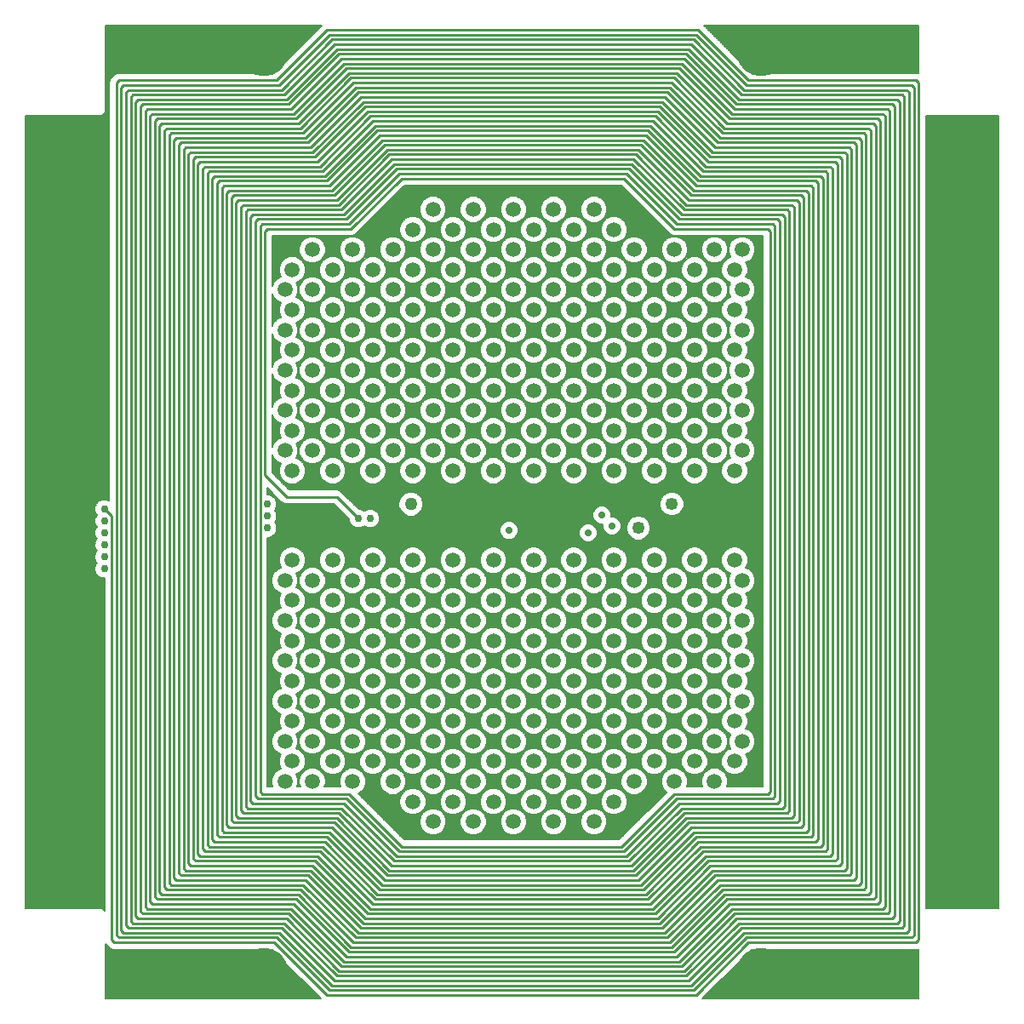
<source format=gbr>
G75*
G70*
%OFA0B0*%
%FSLAX24Y24*%
%IPPOS*%
%LPD*%
%AMOC8*
5,1,8,0,0,1.08239X$1,22.5*
%
%ADD10C,0.1896*%
%ADD11C,0.0594*%
%ADD12C,0.0493*%
%ADD13C,0.0502*%
%ADD14C,0.0108*%
%ADD15C,0.0298*%
%ADD16C,0.0278*%
%ADD17C,0.0396*%
%ADD18C,0.0059*%
D10*
X009751Y001764D03*
X029199Y001764D03*
X029199Y037827D03*
X009751Y037827D03*
D11*
X016365Y031646D03*
X017152Y030858D03*
X016365Y030071D03*
X017152Y029283D03*
X016365Y028496D03*
X017152Y027709D03*
X017940Y028496D03*
X018727Y027709D03*
X019514Y028496D03*
X018727Y029283D03*
X019514Y030071D03*
X018727Y030858D03*
X017940Y030071D03*
X017940Y031646D03*
X019514Y031646D03*
X020302Y030858D03*
X021089Y030071D03*
X020302Y029283D03*
X021089Y028496D03*
X020302Y027709D03*
X021089Y026921D03*
X020302Y026134D03*
X021089Y025346D03*
X020302Y024559D03*
X021089Y023772D03*
X021877Y024559D03*
X022664Y023772D03*
X023451Y024559D03*
X022664Y025346D03*
X023451Y026134D03*
X022664Y026921D03*
X021877Y026134D03*
X021877Y027709D03*
X022664Y028496D03*
X023451Y027709D03*
X024239Y028496D03*
X025026Y027709D03*
X025814Y028496D03*
X026601Y027709D03*
X027388Y028496D03*
X026601Y029283D03*
X027388Y030071D03*
X028176Y029283D03*
X028463Y028496D03*
X028176Y027709D03*
X028463Y026921D03*
X028176Y026134D03*
X028463Y025346D03*
X028176Y024559D03*
X028463Y023772D03*
X028176Y022984D03*
X028463Y022197D03*
X028176Y021409D03*
X027388Y022197D03*
X026601Y022984D03*
X025814Y022197D03*
X026601Y021409D03*
X025026Y021409D03*
X024239Y022197D03*
X025026Y022984D03*
X024239Y023772D03*
X025026Y024559D03*
X024239Y025346D03*
X025026Y026134D03*
X024239Y026921D03*
X025814Y026921D03*
X026601Y026134D03*
X027388Y026921D03*
X027388Y025346D03*
X026601Y024559D03*
X027388Y023772D03*
X025814Y023772D03*
X025814Y025346D03*
X023451Y022984D03*
X022664Y022197D03*
X021877Y022984D03*
X021089Y022197D03*
X020302Y022984D03*
X019514Y022197D03*
X018727Y022984D03*
X017940Y022197D03*
X018727Y021409D03*
X020302Y021409D03*
X021877Y021409D03*
X023451Y021409D03*
X023451Y017906D03*
X022664Y017118D03*
X023451Y016331D03*
X022664Y015543D03*
X023451Y014756D03*
X022664Y013969D03*
X021877Y014756D03*
X021089Y015543D03*
X020302Y014756D03*
X021089Y013969D03*
X020302Y013181D03*
X021089Y012394D03*
X021877Y013181D03*
X022664Y012394D03*
X023451Y013181D03*
X024239Y012394D03*
X025026Y013181D03*
X024239Y013969D03*
X025026Y014756D03*
X024239Y015543D03*
X025026Y016331D03*
X024239Y017118D03*
X025026Y017906D03*
X025814Y017118D03*
X026601Y016331D03*
X027388Y017118D03*
X026601Y017906D03*
X028176Y017906D03*
X028463Y017118D03*
X028176Y016331D03*
X028463Y015543D03*
X028176Y014756D03*
X028463Y013969D03*
X028176Y013181D03*
X028463Y012394D03*
X028176Y011606D03*
X028463Y010819D03*
X028176Y010031D03*
X027388Y009244D03*
X026601Y010031D03*
X025814Y009244D03*
X025026Y010031D03*
X024239Y009244D03*
X023451Y008457D03*
X022664Y009244D03*
X021877Y008457D03*
X022664Y007669D03*
X021089Y007669D03*
X020302Y008457D03*
X021089Y009244D03*
X020302Y010031D03*
X019514Y009244D03*
X018727Y008457D03*
X017940Y009244D03*
X018727Y010031D03*
X019514Y010819D03*
X018727Y011606D03*
X017940Y010819D03*
X017152Y011606D03*
X016365Y010819D03*
X017152Y010031D03*
X016365Y009244D03*
X017152Y008457D03*
X016365Y007669D03*
X015577Y008457D03*
X014790Y009244D03*
X015577Y010031D03*
X014790Y010819D03*
X015577Y011606D03*
X014790Y012394D03*
X015577Y013181D03*
X014790Y013969D03*
X015577Y014756D03*
X014790Y015543D03*
X015577Y016331D03*
X014790Y017118D03*
X015577Y017906D03*
X016365Y017118D03*
X017152Y016331D03*
X017940Y017118D03*
X018727Y016331D03*
X019514Y017118D03*
X018727Y017906D03*
X020302Y017906D03*
X021089Y017118D03*
X020302Y016331D03*
X019514Y015543D03*
X018727Y014756D03*
X017940Y015543D03*
X017152Y014756D03*
X016365Y015543D03*
X016365Y013969D03*
X017152Y013181D03*
X016365Y012394D03*
X017940Y012394D03*
X018727Y013181D03*
X019514Y012394D03*
X020302Y011606D03*
X021089Y010819D03*
X021877Y011606D03*
X022664Y010819D03*
X023451Y011606D03*
X024239Y010819D03*
X025026Y011606D03*
X025814Y010819D03*
X026601Y011606D03*
X027388Y010819D03*
X027388Y012394D03*
X026601Y013181D03*
X025814Y012394D03*
X025814Y013969D03*
X026601Y014756D03*
X027388Y015543D03*
X025814Y015543D03*
X027388Y013969D03*
X023451Y010031D03*
X021877Y010031D03*
X019514Y007669D03*
X017940Y007669D03*
X014003Y010031D03*
X013215Y009244D03*
X012428Y010031D03*
X011640Y009244D03*
X010566Y009244D03*
X010853Y010031D03*
X010566Y010819D03*
X010853Y011606D03*
X010566Y012394D03*
X010853Y013181D03*
X010566Y013969D03*
X010853Y014756D03*
X010566Y015543D03*
X010853Y016331D03*
X010566Y017118D03*
X010853Y017906D03*
X011640Y017118D03*
X012428Y016331D03*
X013215Y017118D03*
X012428Y017906D03*
X014003Y017906D03*
X014003Y016331D03*
X013215Y015543D03*
X012428Y014756D03*
X013215Y013969D03*
X014003Y014756D03*
X014003Y013181D03*
X013215Y012394D03*
X012428Y013181D03*
X011640Y012394D03*
X012428Y011606D03*
X013215Y010819D03*
X014003Y011606D03*
X011640Y010819D03*
X011640Y013969D03*
X011640Y015543D03*
X010853Y021409D03*
X010566Y022197D03*
X010853Y022984D03*
X010566Y023772D03*
X010853Y024559D03*
X010566Y025346D03*
X010853Y026134D03*
X010566Y026921D03*
X010853Y027709D03*
X010566Y028496D03*
X010853Y029283D03*
X011640Y028496D03*
X012428Y027709D03*
X013215Y028496D03*
X012428Y029283D03*
X013215Y030071D03*
X014003Y029283D03*
X014790Y028496D03*
X015577Y027709D03*
X014790Y026921D03*
X015577Y026134D03*
X014790Y025346D03*
X015577Y024559D03*
X014790Y023772D03*
X015577Y022984D03*
X014790Y022197D03*
X015577Y021409D03*
X016365Y022197D03*
X017152Y022984D03*
X016365Y023772D03*
X017152Y024559D03*
X016365Y025346D03*
X017152Y026134D03*
X016365Y026921D03*
X017940Y026921D03*
X018727Y026134D03*
X019514Y026921D03*
X019514Y025346D03*
X018727Y024559D03*
X019514Y023772D03*
X017940Y023772D03*
X017940Y025346D03*
X017152Y021409D03*
X014003Y021409D03*
X013215Y022197D03*
X012428Y022984D03*
X013215Y023772D03*
X012428Y024559D03*
X013215Y025346D03*
X014003Y024559D03*
X014003Y022984D03*
X012428Y021409D03*
X011640Y022197D03*
X011640Y023772D03*
X011640Y025346D03*
X012428Y026134D03*
X013215Y026921D03*
X014003Y026134D03*
X014003Y027709D03*
X015577Y029283D03*
X014790Y030071D03*
X015577Y030858D03*
X011640Y030071D03*
X011640Y026921D03*
X017152Y017906D03*
X017940Y013969D03*
X019514Y013969D03*
X021877Y016331D03*
X021877Y017906D03*
X021877Y029283D03*
X022664Y030071D03*
X023451Y030858D03*
X022664Y031646D03*
X021877Y030858D03*
X021089Y031646D03*
X023451Y029283D03*
X024239Y030071D03*
X025026Y029283D03*
X025814Y030071D03*
X028463Y030071D03*
D12*
X025722Y020104D03*
X024409Y019166D03*
D13*
X015500Y020104D03*
D14*
X013437Y019541D02*
X012593Y020385D01*
X010624Y020385D01*
X009780Y021229D01*
X009780Y030795D01*
X009873Y030889D01*
X013156Y030889D01*
X015125Y032858D01*
X023847Y032858D01*
X025816Y030889D01*
X029473Y030889D01*
X029567Y030795D01*
X029567Y008850D01*
X029473Y008757D01*
X025816Y008757D01*
X023753Y006693D01*
X015125Y006693D01*
X013062Y008757D01*
X009686Y008757D01*
X009592Y008850D01*
X009592Y030982D01*
X009686Y031076D01*
X013062Y031076D01*
X015031Y033045D01*
X023940Y033045D01*
X025910Y031076D01*
X029661Y031076D01*
X029755Y030982D01*
X029755Y008663D01*
X029661Y008569D01*
X025910Y008569D01*
X023847Y006506D01*
X015031Y006506D01*
X012968Y008569D01*
X009498Y008569D01*
X009405Y008663D01*
X009405Y031170D01*
X009498Y031264D01*
X012968Y031264D01*
X014938Y033233D01*
X024034Y033233D01*
X026004Y031264D01*
X029849Y031264D01*
X029942Y031170D01*
X029942Y008475D01*
X029849Y008381D01*
X026004Y008381D01*
X023940Y006318D01*
X014938Y006318D01*
X012874Y008381D01*
X009311Y008381D01*
X009217Y008475D01*
X009217Y031357D01*
X009311Y031451D01*
X012874Y031451D01*
X014844Y033421D01*
X024128Y033421D01*
X026097Y031451D01*
X030036Y031451D01*
X030130Y031357D01*
X030130Y008288D01*
X030036Y008194D01*
X026097Y008194D01*
X024034Y006131D01*
X014844Y006131D01*
X012781Y008194D01*
X009123Y008194D01*
X009029Y008288D01*
X009029Y031545D01*
X009123Y031639D01*
X012781Y031639D01*
X014750Y033608D01*
X024222Y033608D01*
X026191Y031639D01*
X030224Y031639D01*
X030317Y031545D01*
X030317Y008100D01*
X030224Y008006D01*
X026191Y008006D01*
X024128Y005943D01*
X014750Y005943D01*
X012687Y008006D01*
X008936Y008006D01*
X008842Y008100D01*
X008842Y031733D01*
X008936Y031826D01*
X012687Y031826D01*
X014656Y033796D01*
X024316Y033796D01*
X026285Y031826D01*
X030411Y031826D01*
X030505Y031733D01*
X030505Y007913D01*
X030411Y007819D01*
X026285Y007819D01*
X024222Y005756D01*
X014656Y005756D01*
X012593Y007819D01*
X008748Y007819D01*
X008654Y007913D01*
X008654Y031920D01*
X008748Y032014D01*
X012593Y032014D01*
X014562Y033983D01*
X024409Y033983D01*
X026379Y032014D01*
X030599Y032014D01*
X030693Y031920D01*
X030693Y007725D01*
X030599Y007631D01*
X026379Y007631D01*
X024316Y005568D01*
X014562Y005568D01*
X012499Y007631D01*
X008561Y007631D01*
X008467Y007725D01*
X008467Y032108D01*
X008561Y032201D01*
X012499Y032201D01*
X014469Y034171D01*
X024503Y034171D01*
X026472Y032201D01*
X030786Y032201D01*
X030880Y032108D01*
X030880Y007537D01*
X030786Y007444D01*
X026472Y007444D01*
X024409Y005380D01*
X014469Y005380D01*
X012406Y007444D01*
X008373Y007444D01*
X008279Y007537D01*
X008279Y032295D01*
X008373Y032389D01*
X012406Y032389D01*
X014375Y034358D01*
X024597Y034358D01*
X026566Y032389D01*
X030974Y032389D01*
X031068Y032295D01*
X031068Y007350D01*
X030974Y007256D01*
X026566Y007256D01*
X024503Y005193D01*
X014375Y005193D01*
X012312Y007256D01*
X008185Y007256D01*
X008092Y007350D01*
X008092Y032483D01*
X008185Y032577D01*
X012312Y032577D01*
X014281Y034546D01*
X024691Y034546D01*
X026660Y032577D01*
X031161Y032577D01*
X031255Y032483D01*
X031255Y007162D01*
X031161Y007069D01*
X026660Y007069D01*
X024597Y005005D01*
X014281Y005005D01*
X012218Y007069D01*
X007998Y007069D01*
X007904Y007162D01*
X007904Y032670D01*
X007998Y032764D01*
X012218Y032764D01*
X014187Y034733D01*
X024784Y034733D01*
X026754Y032764D01*
X031349Y032764D01*
X031443Y032670D01*
X031443Y006975D01*
X031349Y006881D01*
X026754Y006881D01*
X024691Y004818D01*
X014187Y004818D01*
X012124Y006881D01*
X007810Y006881D01*
X007717Y006975D01*
X007717Y032858D01*
X007810Y032952D01*
X012124Y032952D01*
X014094Y034921D01*
X024878Y034921D01*
X026848Y032952D01*
X031537Y032952D01*
X031630Y032858D01*
X031630Y006787D01*
X031537Y006693D01*
X026848Y006693D01*
X024784Y004630D01*
X014094Y004630D01*
X012030Y006693D01*
X007623Y006693D01*
X007529Y006787D01*
X007529Y033045D01*
X007623Y033139D01*
X012030Y033139D01*
X014000Y035109D01*
X024972Y035109D01*
X026941Y033139D01*
X031724Y033139D01*
X031818Y033045D01*
X031818Y006600D01*
X031724Y006506D01*
X026941Y006506D01*
X024878Y004443D01*
X014000Y004443D01*
X011937Y006506D01*
X007435Y006506D01*
X007341Y006600D01*
X007341Y033233D01*
X007435Y033327D01*
X011937Y033327D01*
X013906Y035296D01*
X025066Y035296D01*
X027035Y033327D01*
X031912Y033327D01*
X032005Y033233D01*
X032005Y006412D01*
X031912Y006318D01*
X027035Y006318D01*
X024972Y004255D01*
X013906Y004255D01*
X011843Y006318D01*
X007248Y006318D01*
X007154Y006412D01*
X007154Y033421D01*
X007248Y033514D01*
X011843Y033514D01*
X013812Y035484D01*
X025160Y035484D01*
X027129Y033514D01*
X032099Y033514D01*
X032193Y033421D01*
X032193Y006224D01*
X032099Y006131D01*
X027129Y006131D01*
X025066Y004068D01*
X013812Y004068D01*
X011749Y006131D01*
X007060Y006131D01*
X006966Y006224D01*
X006966Y033608D01*
X007060Y033702D01*
X011749Y033702D01*
X013718Y035671D01*
X025253Y035671D01*
X027223Y033702D01*
X032287Y033702D01*
X032381Y033608D01*
X032381Y006037D01*
X032287Y005943D01*
X027223Y005943D01*
X025160Y003880D01*
X013718Y003880D01*
X011655Y005943D01*
X006873Y005943D01*
X006779Y006037D01*
X006779Y033796D01*
X006873Y033889D01*
X011655Y033889D01*
X013625Y035859D01*
X025347Y035859D01*
X027316Y033889D01*
X032474Y033889D01*
X032568Y033796D01*
X032568Y005849D01*
X032474Y005756D01*
X027316Y005756D01*
X025253Y003692D01*
X013625Y003692D01*
X011561Y005756D01*
X006685Y005756D01*
X006591Y005849D01*
X006591Y033983D01*
X006685Y034077D01*
X011561Y034077D01*
X013531Y036046D01*
X025441Y036046D01*
X027410Y034077D01*
X032662Y034077D01*
X032756Y033983D01*
X032756Y005662D01*
X032662Y005568D01*
X027410Y005568D01*
X025347Y003505D01*
X013531Y003505D01*
X011468Y005568D01*
X006497Y005568D01*
X006404Y005662D01*
X006404Y034171D01*
X006497Y034265D01*
X011468Y034265D01*
X013437Y036234D01*
X025535Y036234D01*
X027504Y034265D01*
X032849Y034265D01*
X032943Y034171D01*
X032943Y005474D01*
X032849Y005380D01*
X027504Y005380D01*
X025441Y003317D01*
X013437Y003317D01*
X011374Y005380D01*
X006310Y005380D01*
X006216Y005474D01*
X006216Y034358D01*
X006310Y034452D01*
X011374Y034452D01*
X013343Y036421D01*
X025628Y036421D01*
X027598Y034452D01*
X033037Y034452D01*
X033131Y034358D01*
X033131Y005287D01*
X033037Y005193D01*
X027598Y005193D01*
X025535Y003130D01*
X013343Y003130D01*
X011280Y005193D01*
X006122Y005193D01*
X006029Y005287D01*
X006029Y034546D01*
X006122Y034640D01*
X011280Y034640D01*
X013250Y036609D01*
X025722Y036609D01*
X027692Y034640D01*
X033225Y034640D01*
X033318Y034546D01*
X033318Y005099D01*
X033225Y005005D01*
X027692Y005005D01*
X025628Y002942D01*
X013250Y002942D01*
X011186Y005005D01*
X005935Y005005D01*
X005841Y005099D01*
X005841Y034733D01*
X005935Y034827D01*
X011186Y034827D01*
X013156Y036797D01*
X025816Y036797D01*
X027785Y034827D01*
X033412Y034827D01*
X033506Y034733D01*
X033506Y004912D01*
X033412Y004818D01*
X027785Y004818D01*
X025722Y002755D01*
X013156Y002755D01*
X011093Y004818D01*
X005747Y004818D01*
X005653Y004912D01*
X005653Y034921D01*
X005747Y035015D01*
X011093Y035015D01*
X013062Y036984D01*
X025910Y036984D01*
X027879Y035015D01*
X033600Y035015D01*
X033693Y034921D01*
X033693Y004724D01*
X033600Y004630D01*
X027879Y004630D01*
X025816Y002567D01*
X013062Y002567D01*
X010999Y004630D01*
X005560Y004630D01*
X005466Y004724D01*
X005466Y035109D01*
X005560Y035202D01*
X010999Y035202D01*
X012968Y037172D01*
X026004Y037172D01*
X027973Y035202D01*
X033787Y035202D01*
X033881Y035109D01*
X033881Y004536D01*
X033787Y004443D01*
X027973Y004443D01*
X025910Y002380D01*
X012968Y002380D01*
X010905Y004443D01*
X005372Y004443D01*
X005278Y004536D01*
X005278Y035296D01*
X005372Y035390D01*
X010905Y035390D01*
X012874Y037359D01*
X026097Y037359D01*
X028067Y035390D01*
X033975Y035390D01*
X034069Y035296D01*
X034069Y004349D01*
X033975Y004255D01*
X028067Y004255D01*
X026004Y002192D01*
X012874Y002192D01*
X010811Y004255D01*
X005184Y004255D01*
X005091Y004349D01*
X005091Y035484D01*
X005184Y035577D01*
X010811Y035577D01*
X012781Y037547D01*
X026191Y037547D01*
X028160Y035577D01*
X034162Y035577D01*
X034256Y035484D01*
X034256Y004161D01*
X034162Y004068D01*
X028160Y004068D01*
X026097Y002004D01*
X012781Y002004D01*
X010717Y004068D01*
X004997Y004068D01*
X004903Y004161D01*
X004903Y035671D01*
X004997Y035765D01*
X010717Y035765D01*
X012687Y037734D01*
X026285Y037734D01*
X028254Y035765D01*
X034350Y035765D01*
X034444Y035671D01*
X034444Y003974D01*
X034350Y003880D01*
X028254Y003880D01*
X026191Y001817D01*
X012687Y001817D01*
X010624Y003880D01*
X004809Y003880D01*
X004716Y003974D01*
X004716Y035859D01*
X004809Y035953D01*
X010624Y035953D01*
X012593Y037922D01*
X026379Y037922D01*
X028348Y035953D01*
X034537Y035953D01*
X034631Y035859D01*
X034631Y003786D01*
X034537Y003692D01*
X028348Y003692D01*
X026285Y001629D01*
X012593Y001629D01*
X010530Y003692D01*
X004622Y003692D01*
X004528Y003786D01*
X004528Y036046D01*
X004622Y036140D01*
X010530Y036140D01*
X012499Y038110D01*
X026472Y038110D01*
X028442Y036140D01*
X034725Y036140D01*
X034819Y036046D01*
X034819Y003599D01*
X034725Y003505D01*
X028442Y003505D01*
X026379Y001442D01*
X012499Y001442D01*
X010436Y003505D01*
X004434Y003505D01*
X004340Y003599D01*
X004340Y036234D01*
X004434Y036328D01*
X010436Y036328D01*
X012406Y038297D01*
X026566Y038297D01*
X028536Y036328D01*
X034913Y036328D01*
X035006Y036234D01*
X035006Y003411D01*
X034913Y003317D01*
X028536Y003317D01*
X026472Y001254D01*
X012406Y001254D01*
X010342Y003317D01*
X004247Y003317D01*
X004153Y003411D01*
X004153Y036421D01*
X004247Y036515D01*
X010342Y036515D01*
X012312Y038485D01*
X026660Y038485D01*
X028629Y036515D01*
X035100Y036515D01*
X035194Y036421D01*
X035194Y003224D01*
X035100Y003130D01*
X028629Y003130D01*
X026566Y001067D01*
X012312Y001067D01*
X010249Y003130D01*
X004059Y003130D01*
X003965Y003224D01*
X003965Y036609D01*
X004059Y036703D01*
X010249Y036703D01*
X012218Y038672D01*
X026754Y038672D01*
X028723Y036703D01*
X035288Y036703D01*
X035381Y036609D01*
X035381Y003036D01*
X035288Y002942D01*
X028723Y002942D01*
X026660Y000879D01*
X012218Y000879D01*
X010155Y002942D01*
X003872Y002942D01*
X003778Y003036D01*
X003778Y019635D01*
X003496Y019916D01*
D15*
X003496Y019916D03*
X003496Y019447D03*
X003496Y018979D03*
X003496Y018510D03*
X003496Y018041D03*
X003496Y017572D03*
X009873Y019166D03*
X009873Y019635D03*
X009873Y020104D03*
X013437Y019541D03*
X013906Y019541D03*
D16*
X019345Y019072D03*
X022440Y018979D03*
X022979Y019677D03*
X023373Y019244D03*
D17*
X037077Y017256D03*
X037073Y011886D03*
X037073Y006331D03*
X027703Y000937D03*
X011168Y000937D03*
X001743Y006472D03*
X001695Y011839D03*
X001695Y017717D03*
X001695Y023457D03*
X001695Y028402D03*
X001652Y033303D03*
X011207Y038575D03*
X027743Y038535D03*
X036983Y033398D03*
X037030Y028126D03*
X037125Y023039D03*
D18*
X011971Y000730D02*
X003541Y000730D01*
X003541Y002877D01*
X003619Y002798D01*
X003634Y002784D01*
X003634Y002784D01*
X003713Y002705D01*
X003816Y002662D01*
X010039Y002662D01*
X011971Y000730D01*
X011966Y000734D02*
X003541Y000734D01*
X003541Y000792D02*
X011909Y000792D01*
X011851Y000850D02*
X003541Y000850D01*
X003541Y000907D02*
X011794Y000907D01*
X011736Y000965D02*
X003541Y000965D01*
X003541Y001022D02*
X011678Y001022D01*
X011621Y001080D02*
X003541Y001080D01*
X003541Y001138D02*
X011563Y001138D01*
X011506Y001195D02*
X003541Y001195D01*
X003541Y001253D02*
X011448Y001253D01*
X011390Y001310D02*
X003541Y001310D01*
X003541Y001368D02*
X011333Y001368D01*
X011275Y001426D02*
X003541Y001426D01*
X003541Y001483D02*
X011218Y001483D01*
X011160Y001541D02*
X003541Y001541D01*
X003541Y001598D02*
X011102Y001598D01*
X011045Y001656D02*
X003541Y001656D01*
X003541Y001714D02*
X010987Y001714D01*
X010930Y001771D02*
X003541Y001771D01*
X003541Y001829D02*
X010872Y001829D01*
X010814Y001886D02*
X003541Y001886D01*
X003541Y001944D02*
X010757Y001944D01*
X010699Y002001D02*
X003541Y002001D01*
X003541Y002059D02*
X010642Y002059D01*
X010584Y002117D02*
X003541Y002117D01*
X003541Y002174D02*
X010526Y002174D01*
X010469Y002232D02*
X003541Y002232D01*
X003541Y002289D02*
X010411Y002289D01*
X010354Y002347D02*
X003541Y002347D01*
X003541Y002405D02*
X010296Y002405D01*
X010239Y002462D02*
X003541Y002462D01*
X003541Y002520D02*
X010181Y002520D01*
X010123Y002577D02*
X003541Y002577D01*
X003541Y002635D02*
X010066Y002635D01*
X014741Y007473D02*
X015880Y007473D01*
X015903Y007416D02*
X014799Y007416D01*
X014856Y007358D02*
X015936Y007358D01*
X015921Y007373D02*
X016068Y007226D01*
X016261Y007146D01*
X016469Y007146D01*
X016661Y007226D01*
X016808Y007373D01*
X016888Y007565D01*
X016888Y007773D01*
X016808Y007966D01*
X016661Y008113D01*
X016469Y008192D01*
X016261Y008192D01*
X016068Y008113D01*
X015921Y007966D01*
X015841Y007773D01*
X015841Y007565D01*
X015921Y007373D01*
X015993Y007301D02*
X014914Y007301D01*
X014972Y007243D02*
X016051Y007243D01*
X016166Y007185D02*
X015029Y007185D01*
X015087Y007128D02*
X023791Y007128D01*
X023849Y007185D02*
X022863Y007185D01*
X022768Y007146D02*
X022960Y007226D01*
X023107Y007373D01*
X023187Y007565D01*
X023187Y007773D01*
X023107Y007966D01*
X022960Y008113D01*
X022768Y008192D01*
X022560Y008192D01*
X022368Y008113D01*
X022220Y007966D01*
X022141Y007773D01*
X022141Y007565D01*
X022220Y007373D01*
X022368Y007226D01*
X022560Y007146D01*
X022768Y007146D01*
X022978Y007243D02*
X023906Y007243D01*
X023964Y007301D02*
X023035Y007301D01*
X023093Y007358D02*
X024021Y007358D01*
X024079Y007416D02*
X023125Y007416D01*
X023149Y007473D02*
X024137Y007473D01*
X024194Y007531D02*
X023173Y007531D01*
X023187Y007589D02*
X024252Y007589D01*
X024309Y007646D02*
X023187Y007646D01*
X023187Y007704D02*
X024367Y007704D01*
X024425Y007761D02*
X023187Y007761D01*
X023168Y007819D02*
X024482Y007819D01*
X024540Y007877D02*
X023144Y007877D01*
X023121Y007934D02*
X023346Y007934D01*
X023347Y007933D02*
X023555Y007933D01*
X023748Y008013D01*
X023895Y008160D01*
X023975Y008353D01*
X023975Y008561D01*
X023895Y008753D01*
X023748Y008900D01*
X023555Y008980D01*
X023347Y008980D01*
X023155Y008900D01*
X023008Y008753D01*
X022928Y008561D01*
X022928Y008353D01*
X023008Y008160D01*
X023155Y008013D01*
X023347Y007933D01*
X023207Y007992D02*
X023081Y007992D01*
X023119Y008049D02*
X023024Y008049D01*
X023061Y008107D02*
X022966Y008107D01*
X023006Y008165D02*
X022836Y008165D01*
X022982Y008222D02*
X022346Y008222D01*
X022370Y008280D02*
X022958Y008280D01*
X022934Y008337D02*
X022393Y008337D01*
X022400Y008353D02*
X022320Y008160D01*
X022173Y008013D01*
X021981Y007933D01*
X021772Y007933D01*
X021580Y008013D01*
X021433Y008160D01*
X021353Y008353D01*
X021353Y008561D01*
X021433Y008753D01*
X021580Y008900D01*
X021772Y008980D01*
X021981Y008980D01*
X022173Y008900D01*
X022320Y008753D01*
X022400Y008561D01*
X022400Y008353D01*
X022400Y008395D02*
X022928Y008395D01*
X022928Y008453D02*
X022400Y008453D01*
X022400Y008510D02*
X022928Y008510D01*
X022931Y008568D02*
X022397Y008568D01*
X022373Y008625D02*
X022955Y008625D01*
X022979Y008683D02*
X022349Y008683D01*
X022325Y008741D02*
X022512Y008741D01*
X022560Y008721D02*
X022768Y008721D01*
X022960Y008801D01*
X023107Y008948D01*
X023187Y009140D01*
X023187Y009348D01*
X023107Y009540D01*
X022960Y009688D01*
X022768Y009767D01*
X022560Y009767D01*
X022368Y009688D01*
X022220Y009540D01*
X022141Y009348D01*
X022141Y009140D01*
X022220Y008948D01*
X022368Y008801D01*
X022560Y008721D01*
X022373Y008798D02*
X022275Y008798D01*
X022312Y008856D02*
X022217Y008856D01*
X022255Y008913D02*
X022141Y008913D01*
X022211Y008971D02*
X022002Y008971D01*
X022187Y009029D02*
X021566Y009029D01*
X021590Y009086D02*
X022163Y009086D01*
X022141Y009144D02*
X021612Y009144D01*
X021612Y009140D02*
X021533Y008948D01*
X021386Y008801D01*
X021193Y008721D01*
X020985Y008721D01*
X020793Y008801D01*
X020646Y008948D01*
X020566Y009140D01*
X020566Y009348D01*
X020646Y009540D01*
X020793Y009688D01*
X020985Y009767D01*
X021193Y009767D01*
X021386Y009688D01*
X021533Y009540D01*
X021612Y009348D01*
X021612Y009140D01*
X021612Y009201D02*
X022141Y009201D01*
X022141Y009259D02*
X021612Y009259D01*
X021612Y009316D02*
X022141Y009316D01*
X022151Y009374D02*
X021602Y009374D01*
X021578Y009432D02*
X022175Y009432D01*
X022199Y009489D02*
X021554Y009489D01*
X021526Y009547D02*
X021679Y009547D01*
X021772Y009508D02*
X021981Y009508D01*
X022173Y009588D01*
X022320Y009735D01*
X022400Y009927D01*
X022400Y010136D01*
X022320Y010328D01*
X022173Y010475D01*
X021981Y010555D01*
X021772Y010555D01*
X021580Y010475D01*
X021433Y010328D01*
X021353Y010136D01*
X021353Y009927D01*
X021433Y009735D01*
X021580Y009588D01*
X021772Y009508D01*
X021564Y009604D02*
X021469Y009604D01*
X021506Y009662D02*
X021411Y009662D01*
X021448Y009720D02*
X021308Y009720D01*
X021415Y009777D02*
X020763Y009777D01*
X020745Y009735D02*
X020825Y009927D01*
X020825Y010136D01*
X020745Y010328D01*
X020598Y010475D01*
X020406Y010555D01*
X020198Y010555D01*
X020005Y010475D01*
X019858Y010328D01*
X019779Y010136D01*
X019779Y009927D01*
X019858Y009735D01*
X020005Y009588D01*
X020198Y009508D01*
X020406Y009508D01*
X020598Y009588D01*
X020745Y009735D01*
X020730Y009720D02*
X020870Y009720D01*
X020767Y009662D02*
X020672Y009662D01*
X020710Y009604D02*
X020615Y009604D01*
X020652Y009547D02*
X020499Y009547D01*
X020624Y009489D02*
X019979Y009489D01*
X019958Y009540D02*
X019811Y009688D01*
X019618Y009767D01*
X019410Y009767D01*
X019218Y009688D01*
X019071Y009540D01*
X018991Y009348D01*
X018991Y009140D01*
X019071Y008948D01*
X019218Y008801D01*
X019410Y008721D01*
X019618Y008721D01*
X019811Y008801D01*
X019958Y008948D01*
X020038Y009140D01*
X020038Y009348D01*
X019958Y009540D01*
X019951Y009547D02*
X020104Y009547D01*
X019989Y009604D02*
X019894Y009604D01*
X019931Y009662D02*
X019836Y009662D01*
X019874Y009720D02*
X019733Y009720D01*
X019841Y009777D02*
X019188Y009777D01*
X019170Y009735D02*
X019250Y009927D01*
X019250Y010136D01*
X019170Y010328D01*
X019023Y010475D01*
X018831Y010555D01*
X018623Y010555D01*
X018431Y010475D01*
X018283Y010328D01*
X018204Y010136D01*
X018204Y009927D01*
X018283Y009735D01*
X018431Y009588D01*
X018623Y009508D01*
X018831Y009508D01*
X019023Y009588D01*
X019170Y009735D01*
X019155Y009720D02*
X019295Y009720D01*
X019192Y009662D02*
X019097Y009662D01*
X019135Y009604D02*
X019040Y009604D01*
X019077Y009547D02*
X018924Y009547D01*
X019050Y009489D02*
X018404Y009489D01*
X018383Y009540D02*
X018236Y009688D01*
X018044Y009767D01*
X017835Y009767D01*
X017643Y009688D01*
X017496Y009540D01*
X017416Y009348D01*
X017416Y009140D01*
X017496Y008948D01*
X017643Y008801D01*
X017835Y008721D01*
X018044Y008721D01*
X018236Y008801D01*
X018383Y008948D01*
X018463Y009140D01*
X018463Y009348D01*
X018383Y009540D01*
X018377Y009547D02*
X018530Y009547D01*
X018414Y009604D02*
X018319Y009604D01*
X018356Y009662D02*
X018261Y009662D01*
X018299Y009720D02*
X018159Y009720D01*
X018266Y009777D02*
X017613Y009777D01*
X017596Y009735D02*
X017675Y009927D01*
X017675Y010136D01*
X017596Y010328D01*
X017449Y010475D01*
X017256Y010555D01*
X017048Y010555D01*
X016856Y010475D01*
X016709Y010328D01*
X016629Y010136D01*
X016629Y009927D01*
X016709Y009735D01*
X016856Y009588D01*
X017048Y009508D01*
X017256Y009508D01*
X017449Y009588D01*
X017596Y009735D01*
X017580Y009720D02*
X017721Y009720D01*
X017618Y009662D02*
X017523Y009662D01*
X017560Y009604D02*
X017465Y009604D01*
X017502Y009547D02*
X017349Y009547D01*
X017475Y009489D02*
X016829Y009489D01*
X016808Y009540D02*
X016661Y009688D01*
X016469Y009767D01*
X016261Y009767D01*
X016068Y009688D01*
X015921Y009540D01*
X015841Y009348D01*
X015841Y009140D01*
X015921Y008948D01*
X016068Y008801D01*
X016261Y008721D01*
X016469Y008721D01*
X016661Y008801D01*
X016808Y008948D01*
X016888Y009140D01*
X016888Y009348D01*
X016808Y009540D01*
X016802Y009547D02*
X016955Y009547D01*
X016839Y009604D02*
X016744Y009604D01*
X016782Y009662D02*
X016687Y009662D01*
X016724Y009720D02*
X016584Y009720D01*
X016691Y009777D02*
X016038Y009777D01*
X016021Y009735D02*
X016101Y009927D01*
X016101Y010136D01*
X016021Y010328D01*
X015874Y010475D01*
X015681Y010555D01*
X015473Y010555D01*
X015281Y010475D01*
X015134Y010328D01*
X015054Y010136D01*
X015054Y009927D01*
X015134Y009735D01*
X015281Y009588D01*
X015473Y009508D01*
X015681Y009508D01*
X015874Y009588D01*
X016021Y009735D01*
X016005Y009720D02*
X016146Y009720D01*
X016043Y009662D02*
X015948Y009662D01*
X015985Y009604D02*
X015890Y009604D01*
X015928Y009547D02*
X015775Y009547D01*
X015900Y009489D02*
X015255Y009489D01*
X015233Y009540D02*
X015086Y009688D01*
X014894Y009767D01*
X014686Y009767D01*
X014494Y009688D01*
X014346Y009540D01*
X014267Y009348D01*
X014267Y009140D01*
X014346Y008948D01*
X014494Y008801D01*
X014686Y008721D01*
X014894Y008721D01*
X015086Y008801D01*
X015233Y008948D01*
X015313Y009140D01*
X015313Y009348D01*
X015233Y009540D01*
X015227Y009547D02*
X015380Y009547D01*
X015264Y009604D02*
X015169Y009604D01*
X015207Y009662D02*
X015112Y009662D01*
X015149Y009720D02*
X015009Y009720D01*
X015116Y009777D02*
X014464Y009777D01*
X014446Y009735D02*
X014526Y009927D01*
X014526Y010136D01*
X014446Y010328D01*
X014299Y010475D01*
X014107Y010555D01*
X013898Y010555D01*
X013706Y010475D01*
X013559Y010328D01*
X013479Y010136D01*
X013479Y009927D01*
X013559Y009735D01*
X013706Y009588D01*
X013898Y009508D01*
X014107Y009508D01*
X014299Y009588D01*
X014446Y009735D01*
X014431Y009720D02*
X014571Y009720D01*
X014468Y009662D02*
X014373Y009662D01*
X014410Y009604D02*
X014315Y009604D01*
X014353Y009547D02*
X014200Y009547D01*
X014325Y009489D02*
X013680Y009489D01*
X013659Y009540D02*
X013511Y009688D01*
X013319Y009767D01*
X013111Y009767D01*
X012919Y009688D01*
X012772Y009540D01*
X012692Y009348D01*
X012692Y009140D01*
X012735Y009037D01*
X012121Y009037D01*
X012164Y009140D01*
X012164Y009348D01*
X012084Y009540D01*
X011937Y009688D01*
X011744Y009767D01*
X011536Y009767D01*
X011344Y009688D01*
X011197Y009540D01*
X011117Y009348D01*
X011117Y009140D01*
X011160Y009037D01*
X011046Y009037D01*
X011089Y009140D01*
X011089Y009348D01*
X011013Y009531D01*
X011149Y009588D01*
X011296Y009735D01*
X011376Y009927D01*
X011376Y010136D01*
X011296Y010328D01*
X011149Y010475D01*
X011013Y010532D01*
X011089Y010715D01*
X011089Y010923D01*
X011013Y011106D01*
X011149Y011163D01*
X011296Y011310D01*
X011376Y011502D01*
X011376Y011710D01*
X011296Y011903D01*
X011149Y012050D01*
X011013Y012106D01*
X011089Y012290D01*
X011089Y012498D01*
X011013Y012681D01*
X011149Y012738D01*
X011296Y012885D01*
X011376Y013077D01*
X011376Y013285D01*
X011296Y013477D01*
X011149Y013625D01*
X011013Y013681D01*
X011089Y013864D01*
X011089Y014073D01*
X011013Y014256D01*
X011149Y014312D01*
X011296Y014459D01*
X011376Y014652D01*
X011376Y014860D01*
X011296Y015052D01*
X011149Y015199D01*
X011013Y015256D01*
X011089Y015439D01*
X011089Y015647D01*
X011013Y015831D01*
X011149Y015887D01*
X011296Y016034D01*
X011376Y016227D01*
X011376Y016435D01*
X011296Y016627D01*
X011149Y016774D01*
X011013Y016831D01*
X011089Y017014D01*
X011089Y017222D01*
X011013Y017405D01*
X011149Y017462D01*
X011296Y017609D01*
X011376Y017801D01*
X011376Y018010D01*
X011296Y018202D01*
X011149Y018349D01*
X010957Y018429D01*
X010749Y018429D01*
X010556Y018349D01*
X010409Y018202D01*
X010330Y018010D01*
X010330Y017801D01*
X010406Y017618D01*
X010269Y017562D01*
X010122Y017414D01*
X010042Y017222D01*
X010042Y017014D01*
X010122Y016822D01*
X010269Y016675D01*
X010406Y016618D01*
X010330Y016435D01*
X010330Y016227D01*
X010406Y016043D01*
X010269Y015987D01*
X010122Y015840D01*
X010042Y015647D01*
X010042Y015439D01*
X010122Y015247D01*
X010269Y015100D01*
X010406Y015043D01*
X010330Y014860D01*
X010330Y014652D01*
X010406Y014469D01*
X010269Y014412D01*
X010122Y014265D01*
X010042Y014073D01*
X010042Y013864D01*
X010122Y013672D01*
X010269Y013525D01*
X010406Y013468D01*
X010330Y013285D01*
X010330Y013077D01*
X010406Y012894D01*
X010269Y012837D01*
X010122Y012690D01*
X010042Y012498D01*
X010042Y012290D01*
X010122Y012097D01*
X010269Y011950D01*
X010406Y011894D01*
X010330Y011710D01*
X010330Y011502D01*
X010406Y011319D01*
X010269Y011262D01*
X010122Y011115D01*
X010042Y010923D01*
X010042Y010715D01*
X010122Y010522D01*
X010269Y010375D01*
X010406Y010319D01*
X010330Y010136D01*
X010330Y009927D01*
X010406Y009744D01*
X010269Y009688D01*
X010122Y009540D01*
X010042Y009348D01*
X010042Y009140D01*
X010085Y009037D01*
X009872Y009037D01*
X009872Y018791D01*
X009948Y018791D01*
X010086Y018848D01*
X010192Y018953D01*
X010249Y019091D01*
X010249Y019241D01*
X010192Y019379D01*
X010170Y019401D01*
X010192Y019422D01*
X010249Y019560D01*
X010249Y019710D01*
X010192Y019848D01*
X010170Y019869D01*
X010192Y019891D01*
X010249Y020029D01*
X010249Y020179D01*
X010192Y020316D01*
X010086Y020422D01*
X009948Y020479D01*
X009872Y020479D01*
X009872Y020740D01*
X010386Y020226D01*
X010465Y020148D01*
X010568Y020105D01*
X012477Y020105D01*
X013062Y019520D01*
X013062Y019466D01*
X013119Y019329D01*
X013224Y019223D01*
X010249Y019223D01*
X010249Y019166D02*
X018988Y019166D01*
X018980Y019145D02*
X018980Y019000D01*
X019035Y018865D01*
X019138Y018762D01*
X019272Y018707D01*
X019418Y018707D01*
X019552Y018762D01*
X019655Y018865D01*
X019711Y019000D01*
X019711Y019145D01*
X019655Y019279D01*
X019552Y019382D01*
X019418Y019438D01*
X019272Y019438D01*
X019138Y019382D01*
X019035Y019279D01*
X018980Y019145D01*
X018980Y019108D02*
X010249Y019108D01*
X010232Y019051D02*
X018980Y019051D01*
X018982Y018993D02*
X010208Y018993D01*
X010174Y018935D02*
X019006Y018935D01*
X019030Y018878D02*
X010116Y018878D01*
X010019Y018820D02*
X019080Y018820D01*
X019138Y018763D02*
X009872Y018763D01*
X009872Y018705D02*
X022197Y018705D01*
X022233Y018669D02*
X022367Y018613D01*
X022513Y018613D01*
X022647Y018669D01*
X022750Y018771D01*
X022805Y018906D01*
X022805Y019051D01*
X022750Y019185D01*
X022647Y019288D01*
X022513Y019344D01*
X022367Y019344D01*
X022233Y019288D01*
X022130Y019185D01*
X022074Y019051D01*
X022074Y018906D01*
X022130Y018771D01*
X022233Y018669D01*
X022284Y018647D02*
X009872Y018647D01*
X009872Y018590D02*
X029287Y018590D01*
X029287Y018647D02*
X022596Y018647D01*
X022683Y018705D02*
X024286Y018705D01*
X024315Y018693D02*
X024503Y018693D01*
X024677Y018765D01*
X024810Y018898D01*
X024882Y019072D01*
X024882Y019260D01*
X024810Y019434D01*
X024677Y019567D01*
X024503Y019639D01*
X024315Y019639D01*
X024141Y019567D01*
X024008Y019434D01*
X023936Y019260D01*
X023936Y019072D01*
X024008Y018898D01*
X024141Y018765D01*
X024315Y018693D01*
X024147Y018763D02*
X022741Y018763D01*
X022770Y018820D02*
X024086Y018820D01*
X024029Y018878D02*
X022794Y018878D01*
X022805Y018935D02*
X023164Y018935D01*
X023166Y018934D02*
X023300Y018879D01*
X023445Y018879D01*
X023580Y018934D01*
X023682Y019037D01*
X023738Y019171D01*
X023738Y019317D01*
X023682Y019451D01*
X023580Y019554D01*
X023445Y019609D01*
X023344Y019609D01*
X023344Y019750D01*
X023289Y019884D01*
X023186Y019987D01*
X023052Y020043D01*
X022906Y020043D01*
X022772Y019987D01*
X022669Y019884D01*
X022613Y019750D01*
X022613Y019604D01*
X022669Y019470D01*
X022772Y019367D01*
X022906Y019312D01*
X023007Y019312D01*
X023007Y019171D01*
X023063Y019037D01*
X023166Y018934D01*
X023107Y018993D02*
X022805Y018993D01*
X022805Y019051D02*
X023057Y019051D01*
X023033Y019108D02*
X022782Y019108D01*
X022758Y019166D02*
X023009Y019166D01*
X023007Y019223D02*
X022712Y019223D01*
X022654Y019281D02*
X023007Y019281D01*
X022841Y019339D02*
X022525Y019339D01*
X022354Y019339D02*
X019596Y019339D01*
X019653Y019281D02*
X022226Y019281D01*
X022168Y019223D02*
X019678Y019223D01*
X019702Y019166D02*
X022122Y019166D01*
X022098Y019108D02*
X019711Y019108D01*
X019711Y019051D02*
X022074Y019051D01*
X022074Y018993D02*
X019708Y018993D01*
X019684Y018935D02*
X022074Y018935D01*
X022086Y018878D02*
X019660Y018878D01*
X019610Y018820D02*
X022110Y018820D01*
X022139Y018763D02*
X019552Y018763D01*
X020005Y018349D02*
X019858Y018202D01*
X019779Y018010D01*
X019779Y017801D01*
X019858Y017609D01*
X020005Y017462D01*
X020198Y017382D01*
X020406Y017382D01*
X020598Y017462D01*
X020745Y017609D01*
X020825Y017801D01*
X020825Y018010D01*
X020745Y018202D01*
X020598Y018349D01*
X020406Y018429D01*
X020198Y018429D01*
X020005Y018349D01*
X020030Y018359D02*
X018998Y018359D01*
X019023Y018349D02*
X018831Y018429D01*
X018623Y018429D01*
X018431Y018349D01*
X018283Y018202D01*
X018204Y018010D01*
X018204Y017801D01*
X018283Y017609D01*
X018431Y017462D01*
X018623Y017382D01*
X018831Y017382D01*
X019023Y017462D01*
X019170Y017609D01*
X019250Y017801D01*
X019250Y018010D01*
X019170Y018202D01*
X019023Y018349D01*
X019071Y018302D02*
X019958Y018302D01*
X019901Y018244D02*
X019128Y018244D01*
X019177Y018187D02*
X019852Y018187D01*
X019828Y018129D02*
X019201Y018129D01*
X019224Y018071D02*
X019804Y018071D01*
X019780Y018014D02*
X019248Y018014D01*
X019250Y017956D02*
X019779Y017956D01*
X019779Y017899D02*
X019250Y017899D01*
X019250Y017841D02*
X019779Y017841D01*
X019786Y017783D02*
X019243Y017783D01*
X019219Y017726D02*
X019810Y017726D01*
X019834Y017668D02*
X019195Y017668D01*
X019171Y017611D02*
X019336Y017611D01*
X019410Y017641D02*
X019218Y017562D01*
X019071Y017414D01*
X018991Y017222D01*
X018991Y017014D01*
X019071Y016822D01*
X019218Y016675D01*
X019410Y016595D01*
X019618Y016595D01*
X019811Y016675D01*
X019958Y016822D01*
X020038Y017014D01*
X020038Y017222D01*
X019958Y017414D01*
X019811Y017562D01*
X019618Y017641D01*
X019410Y017641D01*
X019209Y017553D02*
X019114Y017553D01*
X019152Y017495D02*
X019057Y017495D01*
X019094Y017438D02*
X018965Y017438D01*
X019057Y017380D02*
X018397Y017380D01*
X018383Y017414D02*
X018236Y017562D01*
X018044Y017641D01*
X017835Y017641D01*
X017643Y017562D01*
X017496Y017414D01*
X017416Y017222D01*
X017416Y017014D01*
X017496Y016822D01*
X017643Y016675D01*
X017835Y016595D01*
X018044Y016595D01*
X018236Y016675D01*
X018383Y016822D01*
X018463Y017014D01*
X018463Y017222D01*
X018383Y017414D01*
X018360Y017438D02*
X018489Y017438D01*
X018397Y017495D02*
X018302Y017495D01*
X018339Y017553D02*
X018244Y017553D01*
X018283Y017611D02*
X018118Y017611D01*
X018259Y017668D02*
X017620Y017668D01*
X017596Y017611D02*
X017761Y017611D01*
X017635Y017553D02*
X017540Y017553D01*
X017577Y017495D02*
X017482Y017495D01*
X017449Y017462D02*
X017596Y017609D01*
X017675Y017801D01*
X017675Y018010D01*
X017596Y018202D01*
X017449Y018349D01*
X017256Y018429D01*
X017048Y018429D01*
X016856Y018349D01*
X016709Y018202D01*
X016629Y018010D01*
X016629Y017801D01*
X016709Y017609D01*
X016856Y017462D01*
X017048Y017382D01*
X017256Y017382D01*
X017449Y017462D01*
X017390Y017438D02*
X017519Y017438D01*
X017482Y017380D02*
X016822Y017380D01*
X016808Y017414D02*
X016661Y017562D01*
X016469Y017641D01*
X016261Y017641D01*
X016068Y017562D01*
X015921Y017414D01*
X015841Y017222D01*
X015841Y017014D01*
X015921Y016822D01*
X016068Y016675D01*
X016261Y016595D01*
X016469Y016595D01*
X016661Y016675D01*
X016808Y016822D01*
X016888Y017014D01*
X016888Y017222D01*
X016808Y017414D01*
X016785Y017438D02*
X016914Y017438D01*
X016822Y017495D02*
X016727Y017495D01*
X016765Y017553D02*
X016670Y017553D01*
X016708Y017611D02*
X016543Y017611D01*
X016684Y017668D02*
X016045Y017668D01*
X016021Y017611D02*
X016187Y017611D01*
X016060Y017553D02*
X015965Y017553D01*
X016002Y017495D02*
X015907Y017495D01*
X015874Y017462D02*
X016021Y017609D01*
X016101Y017801D01*
X016101Y018010D01*
X016021Y018202D01*
X015874Y018349D01*
X015681Y018429D01*
X015473Y018429D01*
X015281Y018349D01*
X015134Y018202D01*
X015054Y018010D01*
X015054Y017801D01*
X015134Y017609D01*
X015281Y017462D01*
X015473Y017382D01*
X015681Y017382D01*
X015874Y017462D01*
X015816Y017438D02*
X015945Y017438D01*
X015907Y017380D02*
X015248Y017380D01*
X015233Y017414D02*
X015086Y017562D01*
X014894Y017641D01*
X014686Y017641D01*
X014494Y017562D01*
X014346Y017414D01*
X014267Y017222D01*
X014267Y017014D01*
X014346Y016822D01*
X014494Y016675D01*
X014686Y016595D01*
X014894Y016595D01*
X015086Y016675D01*
X015233Y016822D01*
X015313Y017014D01*
X015313Y017222D01*
X015233Y017414D01*
X015210Y017438D02*
X015339Y017438D01*
X015247Y017495D02*
X015152Y017495D01*
X015190Y017553D02*
X015095Y017553D01*
X015133Y017611D02*
X014968Y017611D01*
X015109Y017668D02*
X014471Y017668D01*
X014447Y017611D02*
X014612Y017611D01*
X014485Y017553D02*
X014390Y017553D01*
X014427Y017495D02*
X014332Y017495D01*
X014299Y017462D02*
X014446Y017609D01*
X014526Y017801D01*
X014526Y018010D01*
X014446Y018202D01*
X014299Y018349D01*
X014107Y018429D01*
X013898Y018429D01*
X013706Y018349D01*
X013559Y018202D01*
X013479Y018010D01*
X013479Y017801D01*
X013559Y017609D01*
X013706Y017462D01*
X013898Y017382D01*
X014107Y017382D01*
X014299Y017462D01*
X014241Y017438D02*
X014370Y017438D01*
X014332Y017380D02*
X013673Y017380D01*
X013659Y017414D02*
X013511Y017562D01*
X013319Y017641D01*
X013111Y017641D01*
X012919Y017562D01*
X012772Y017414D01*
X012692Y017222D01*
X012692Y017014D01*
X012772Y016822D01*
X012919Y016675D01*
X013111Y016595D01*
X013319Y016595D01*
X013511Y016675D01*
X013659Y016822D01*
X013738Y017014D01*
X013738Y017222D01*
X013659Y017414D01*
X013635Y017438D02*
X013764Y017438D01*
X013673Y017495D02*
X013578Y017495D01*
X013615Y017553D02*
X013520Y017553D01*
X013558Y017611D02*
X013393Y017611D01*
X013534Y017668D02*
X012896Y017668D01*
X012872Y017611D02*
X013037Y017611D01*
X012910Y017553D02*
X012815Y017553D01*
X012853Y017495D02*
X012758Y017495D01*
X012724Y017462D02*
X012871Y017609D01*
X012951Y017801D01*
X012951Y018010D01*
X012871Y018202D01*
X012724Y018349D01*
X012532Y018429D01*
X012324Y018429D01*
X012131Y018349D01*
X011984Y018202D01*
X011904Y018010D01*
X011904Y017801D01*
X011984Y017609D01*
X012131Y017462D01*
X012324Y017382D01*
X012532Y017382D01*
X012724Y017462D01*
X012666Y017438D02*
X012795Y017438D01*
X012757Y017380D02*
X012098Y017380D01*
X012084Y017414D02*
X011937Y017562D01*
X011744Y017641D01*
X011536Y017641D01*
X011344Y017562D01*
X011197Y017414D01*
X011117Y017222D01*
X011117Y017014D01*
X011197Y016822D01*
X011344Y016675D01*
X011536Y016595D01*
X011744Y016595D01*
X011937Y016675D01*
X012084Y016822D01*
X012164Y017014D01*
X012164Y017222D01*
X012084Y017414D01*
X012060Y017438D02*
X012189Y017438D01*
X012098Y017495D02*
X012003Y017495D01*
X012040Y017553D02*
X011945Y017553D01*
X011983Y017611D02*
X011818Y017611D01*
X011960Y017668D02*
X011321Y017668D01*
X011297Y017611D02*
X011462Y017611D01*
X011335Y017553D02*
X011240Y017553D01*
X011278Y017495D02*
X011183Y017495D01*
X011220Y017438D02*
X011091Y017438D01*
X011023Y017380D02*
X011183Y017380D01*
X011159Y017323D02*
X011047Y017323D01*
X011071Y017265D02*
X011135Y017265D01*
X011117Y017207D02*
X011089Y017207D01*
X011089Y017150D02*
X011117Y017150D01*
X011117Y017092D02*
X011089Y017092D01*
X011089Y017035D02*
X011117Y017035D01*
X011132Y016977D02*
X011073Y016977D01*
X011050Y016919D02*
X011156Y016919D01*
X011180Y016862D02*
X011026Y016862D01*
X011077Y016804D02*
X011214Y016804D01*
X011177Y016747D02*
X011272Y016747D01*
X011234Y016689D02*
X011329Y016689D01*
X011292Y016631D02*
X011448Y016631D01*
X011319Y016574D02*
X011962Y016574D01*
X011984Y016627D02*
X011904Y016435D01*
X011904Y016227D01*
X011984Y016034D01*
X012131Y015887D01*
X012324Y015807D01*
X012532Y015807D01*
X012724Y015887D01*
X012871Y016034D01*
X012951Y016227D01*
X012951Y016435D01*
X012871Y016627D01*
X012724Y016774D01*
X012532Y016854D01*
X012324Y016854D01*
X012131Y016774D01*
X011984Y016627D01*
X011989Y016631D02*
X011833Y016631D01*
X011951Y016689D02*
X012046Y016689D01*
X012009Y016747D02*
X012104Y016747D01*
X012066Y016804D02*
X012204Y016804D01*
X012100Y016862D02*
X012755Y016862D01*
X012731Y016919D02*
X012124Y016919D01*
X012148Y016977D02*
X012707Y016977D01*
X012692Y017035D02*
X012164Y017035D01*
X012164Y017092D02*
X012692Y017092D01*
X012692Y017150D02*
X012164Y017150D01*
X012164Y017207D02*
X012692Y017207D01*
X012710Y017265D02*
X012146Y017265D01*
X012122Y017323D02*
X012734Y017323D01*
X012920Y017726D02*
X013511Y017726D01*
X013487Y017783D02*
X012943Y017783D01*
X012951Y017841D02*
X013479Y017841D01*
X013479Y017899D02*
X012951Y017899D01*
X012951Y017956D02*
X013479Y017956D01*
X013481Y018014D02*
X012949Y018014D01*
X012925Y018071D02*
X013505Y018071D01*
X013529Y018129D02*
X012901Y018129D01*
X012878Y018187D02*
X013553Y018187D01*
X013601Y018244D02*
X012829Y018244D01*
X012771Y018302D02*
X013659Y018302D01*
X013731Y018359D02*
X012699Y018359D01*
X012560Y018417D02*
X013870Y018417D01*
X014135Y018417D02*
X015445Y018417D01*
X015306Y018359D02*
X014274Y018359D01*
X014346Y018302D02*
X015234Y018302D01*
X015176Y018244D02*
X014404Y018244D01*
X014452Y018187D02*
X015127Y018187D01*
X015104Y018129D02*
X014476Y018129D01*
X014500Y018071D02*
X015080Y018071D01*
X015056Y018014D02*
X014524Y018014D01*
X014526Y017956D02*
X015054Y017956D01*
X015054Y017899D02*
X014526Y017899D01*
X014526Y017841D02*
X015054Y017841D01*
X015061Y017783D02*
X014518Y017783D01*
X014494Y017726D02*
X015085Y017726D01*
X015271Y017323D02*
X015883Y017323D01*
X015859Y017265D02*
X015295Y017265D01*
X015313Y017207D02*
X015841Y017207D01*
X015841Y017150D02*
X015313Y017150D01*
X015313Y017092D02*
X015841Y017092D01*
X015841Y017035D02*
X015313Y017035D01*
X015298Y016977D02*
X015857Y016977D01*
X015881Y016919D02*
X015274Y016919D01*
X015250Y016862D02*
X015904Y016862D01*
X015939Y016804D02*
X015801Y016804D01*
X015874Y016774D02*
X015681Y016854D01*
X015473Y016854D01*
X015281Y016774D01*
X015134Y016627D01*
X015054Y016435D01*
X015054Y016227D01*
X015134Y016034D01*
X015281Y015887D01*
X015473Y015807D01*
X015681Y015807D01*
X015874Y015887D01*
X016021Y016034D01*
X016101Y016227D01*
X016101Y016435D01*
X016021Y016627D01*
X015874Y016774D01*
X015901Y016747D02*
X015996Y016747D01*
X015959Y016689D02*
X016054Y016689D01*
X016016Y016631D02*
X016172Y016631D01*
X016043Y016574D02*
X016687Y016574D01*
X016709Y016627D02*
X016629Y016435D01*
X016629Y016227D01*
X016709Y016034D01*
X016856Y015887D01*
X017048Y015807D01*
X017256Y015807D01*
X017449Y015887D01*
X017596Y016034D01*
X017675Y016227D01*
X017675Y016435D01*
X017596Y016627D01*
X017449Y016774D01*
X017256Y016854D01*
X017048Y016854D01*
X016856Y016774D01*
X016709Y016627D01*
X016713Y016631D02*
X016557Y016631D01*
X016676Y016689D02*
X016771Y016689D01*
X016733Y016747D02*
X016828Y016747D01*
X016791Y016804D02*
X016928Y016804D01*
X016825Y016862D02*
X017479Y016862D01*
X017455Y016919D02*
X016849Y016919D01*
X016873Y016977D02*
X017432Y016977D01*
X017416Y017035D02*
X016888Y017035D01*
X016888Y017092D02*
X017416Y017092D01*
X017416Y017150D02*
X016888Y017150D01*
X016888Y017207D02*
X017416Y017207D01*
X017434Y017265D02*
X016870Y017265D01*
X016846Y017323D02*
X017458Y017323D01*
X017644Y017726D02*
X018235Y017726D01*
X018211Y017783D02*
X017668Y017783D01*
X017675Y017841D02*
X018204Y017841D01*
X018204Y017899D02*
X017675Y017899D01*
X017675Y017956D02*
X018204Y017956D01*
X018206Y018014D02*
X017674Y018014D01*
X017650Y018071D02*
X018229Y018071D01*
X018253Y018129D02*
X017626Y018129D01*
X017602Y018187D02*
X018277Y018187D01*
X018326Y018244D02*
X017553Y018244D01*
X017496Y018302D02*
X018383Y018302D01*
X018456Y018359D02*
X017423Y018359D01*
X017284Y018417D02*
X018595Y018417D01*
X018859Y018417D02*
X020170Y018417D01*
X020434Y018417D02*
X021744Y018417D01*
X021772Y018429D02*
X021580Y018349D01*
X021433Y018202D01*
X021353Y018010D01*
X021353Y017801D01*
X021433Y017609D01*
X021580Y017462D01*
X021772Y017382D01*
X021981Y017382D01*
X022173Y017462D01*
X022320Y017609D01*
X022400Y017801D01*
X022400Y018010D01*
X022320Y018202D01*
X022173Y018349D01*
X021981Y018429D01*
X021772Y018429D01*
X021605Y018359D02*
X020573Y018359D01*
X020645Y018302D02*
X021533Y018302D01*
X021475Y018244D02*
X020703Y018244D01*
X020752Y018187D02*
X021427Y018187D01*
X021403Y018129D02*
X020775Y018129D01*
X020799Y018071D02*
X021379Y018071D01*
X021355Y018014D02*
X020823Y018014D01*
X020825Y017956D02*
X021353Y017956D01*
X021353Y017899D02*
X020825Y017899D01*
X020825Y017841D02*
X021353Y017841D01*
X021361Y017783D02*
X020817Y017783D01*
X020794Y017726D02*
X021385Y017726D01*
X021408Y017668D02*
X020770Y017668D01*
X020746Y017611D02*
X020911Y017611D01*
X020985Y017641D02*
X020793Y017562D01*
X020646Y017414D01*
X020566Y017222D01*
X020566Y017014D01*
X020646Y016822D01*
X020793Y016675D01*
X020985Y016595D01*
X021193Y016595D01*
X021386Y016675D01*
X021533Y016822D01*
X021612Y017014D01*
X021612Y017222D01*
X021533Y017414D01*
X021386Y017562D01*
X021193Y017641D01*
X020985Y017641D01*
X020784Y017553D02*
X020689Y017553D01*
X020727Y017495D02*
X020632Y017495D01*
X020669Y017438D02*
X020540Y017438D01*
X020631Y017380D02*
X019972Y017380D01*
X019996Y017323D02*
X020608Y017323D01*
X020584Y017265D02*
X020020Y017265D01*
X020038Y017207D02*
X020566Y017207D01*
X020566Y017150D02*
X020038Y017150D01*
X020038Y017092D02*
X020566Y017092D01*
X020566Y017035D02*
X020038Y017035D01*
X020022Y016977D02*
X020581Y016977D01*
X020605Y016919D02*
X019998Y016919D01*
X019974Y016862D02*
X020629Y016862D01*
X020663Y016804D02*
X020526Y016804D01*
X020598Y016774D02*
X020406Y016854D01*
X020198Y016854D01*
X020005Y016774D01*
X019858Y016627D01*
X019779Y016435D01*
X019779Y016227D01*
X019858Y016034D01*
X020005Y015887D01*
X020198Y015807D01*
X020406Y015807D01*
X020598Y015887D01*
X020745Y016034D01*
X020825Y016227D01*
X020825Y016435D01*
X020745Y016627D01*
X020598Y016774D01*
X020626Y016747D02*
X020721Y016747D01*
X020683Y016689D02*
X020778Y016689D01*
X020741Y016631D02*
X020897Y016631D01*
X020767Y016574D02*
X021411Y016574D01*
X021433Y016627D02*
X021353Y016435D01*
X021353Y016227D01*
X021433Y016034D01*
X021580Y015887D01*
X021772Y015807D01*
X021981Y015807D01*
X022173Y015887D01*
X022320Y016034D01*
X022400Y016227D01*
X022400Y016435D01*
X022320Y016627D01*
X022173Y016774D01*
X021981Y016854D01*
X021772Y016854D01*
X021580Y016774D01*
X021433Y016627D01*
X021437Y016631D02*
X021282Y016631D01*
X021400Y016689D02*
X021495Y016689D01*
X021458Y016747D02*
X021553Y016747D01*
X021515Y016804D02*
X021653Y016804D01*
X021549Y016862D02*
X022204Y016862D01*
X022220Y016822D02*
X022368Y016675D01*
X022560Y016595D01*
X022768Y016595D01*
X022960Y016675D01*
X023107Y016822D01*
X023187Y017014D01*
X023187Y017222D01*
X023107Y017414D01*
X022960Y017562D01*
X022768Y017641D01*
X022560Y017641D01*
X022368Y017562D01*
X022220Y017414D01*
X022141Y017222D01*
X022141Y017014D01*
X022220Y016822D01*
X022238Y016804D02*
X022100Y016804D01*
X022200Y016747D02*
X022295Y016747D01*
X022258Y016689D02*
X022353Y016689D01*
X022316Y016631D02*
X022471Y016631D01*
X022342Y016574D02*
X022986Y016574D01*
X023008Y016627D02*
X022928Y016435D01*
X022928Y016227D01*
X023008Y016034D01*
X023155Y015887D01*
X023347Y015807D01*
X023555Y015807D01*
X023748Y015887D01*
X023895Y016034D01*
X023975Y016227D01*
X023975Y016435D01*
X023895Y016627D01*
X023748Y016774D01*
X023555Y016854D01*
X023347Y016854D01*
X023155Y016774D01*
X023008Y016627D01*
X023012Y016631D02*
X022856Y016631D01*
X022975Y016689D02*
X023070Y016689D01*
X023032Y016747D02*
X023127Y016747D01*
X023090Y016804D02*
X023227Y016804D01*
X023124Y016862D02*
X023779Y016862D01*
X023795Y016822D02*
X023942Y016675D01*
X024135Y016595D01*
X024343Y016595D01*
X024535Y016675D01*
X024682Y016822D01*
X024762Y017014D01*
X024762Y017222D01*
X024682Y017414D01*
X024535Y017562D01*
X024343Y017641D01*
X024135Y017641D01*
X023942Y017562D01*
X023795Y017414D01*
X023716Y017222D01*
X023716Y017014D01*
X023795Y016822D01*
X023813Y016804D02*
X023675Y016804D01*
X023775Y016747D02*
X023870Y016747D01*
X023833Y016689D02*
X023928Y016689D01*
X023890Y016631D02*
X024046Y016631D01*
X023917Y016574D02*
X024561Y016574D01*
X024583Y016627D02*
X024503Y016435D01*
X024503Y016227D01*
X024583Y016034D01*
X024730Y015887D01*
X024922Y015807D01*
X025130Y015807D01*
X025323Y015887D01*
X025470Y016034D01*
X025549Y016227D01*
X025549Y016435D01*
X025470Y016627D01*
X025323Y016774D01*
X025130Y016854D01*
X024922Y016854D01*
X024730Y016774D01*
X024583Y016627D01*
X024587Y016631D02*
X024431Y016631D01*
X024550Y016689D02*
X024645Y016689D01*
X024607Y016747D02*
X024702Y016747D01*
X024665Y016804D02*
X024802Y016804D01*
X024699Y016862D02*
X025353Y016862D01*
X025370Y016822D02*
X025517Y016675D01*
X025709Y016595D01*
X025918Y016595D01*
X026110Y016675D01*
X026257Y016822D01*
X026337Y017014D01*
X026337Y017222D01*
X026257Y017414D01*
X026110Y017562D01*
X025918Y017641D01*
X025709Y017641D01*
X025517Y017562D01*
X025370Y017414D01*
X025290Y017222D01*
X025290Y017014D01*
X025370Y016822D01*
X025387Y016804D02*
X025250Y016804D01*
X025350Y016747D02*
X025445Y016747D01*
X025408Y016689D02*
X025503Y016689D01*
X025465Y016631D02*
X025621Y016631D01*
X025492Y016574D02*
X026135Y016574D01*
X026157Y016627D02*
X026078Y016435D01*
X026078Y016227D01*
X026157Y016034D01*
X026305Y015887D01*
X026497Y015807D01*
X026705Y015807D01*
X026897Y015887D01*
X027044Y016034D01*
X027124Y016227D01*
X027124Y016435D01*
X027044Y016627D01*
X026897Y016774D01*
X026705Y016854D01*
X026497Y016854D01*
X026305Y016774D01*
X026157Y016627D01*
X026162Y016631D02*
X026006Y016631D01*
X026124Y016689D02*
X026219Y016689D01*
X026182Y016747D02*
X026277Y016747D01*
X026240Y016804D02*
X026377Y016804D01*
X026274Y016862D02*
X026928Y016862D01*
X026945Y016822D02*
X027092Y016675D01*
X027284Y016595D01*
X027492Y016595D01*
X027685Y016675D01*
X027832Y016822D01*
X027912Y017014D01*
X027912Y017222D01*
X027832Y017414D01*
X027685Y017562D01*
X027492Y017641D01*
X027284Y017641D01*
X027092Y017562D01*
X026945Y017414D01*
X026865Y017222D01*
X026865Y017014D01*
X026945Y016822D01*
X026962Y016804D02*
X026825Y016804D01*
X026925Y016747D02*
X027020Y016747D01*
X026982Y016689D02*
X027077Y016689D01*
X027040Y016631D02*
X027196Y016631D01*
X027067Y016574D02*
X027710Y016574D01*
X027732Y016627D02*
X027653Y016435D01*
X027653Y016227D01*
X027732Y016034D01*
X027879Y015887D01*
X028016Y015831D01*
X027940Y015647D01*
X027940Y015439D01*
X028016Y015256D01*
X027879Y015199D01*
X027732Y015052D01*
X027653Y014860D01*
X027653Y014652D01*
X027732Y014459D01*
X027879Y014312D01*
X028016Y014256D01*
X027940Y014073D01*
X027940Y013864D01*
X028016Y013681D01*
X027879Y013625D01*
X027732Y013477D01*
X027653Y013285D01*
X027653Y013077D01*
X027732Y012885D01*
X027879Y012738D01*
X028016Y012681D01*
X027940Y012498D01*
X027940Y012290D01*
X028016Y012106D01*
X027879Y012050D01*
X027732Y011903D01*
X027653Y011710D01*
X027653Y011502D01*
X027732Y011310D01*
X027879Y011163D01*
X028016Y011106D01*
X027940Y010923D01*
X027940Y010715D01*
X028016Y010532D01*
X027879Y010475D01*
X027732Y010328D01*
X027653Y010136D01*
X027653Y009927D01*
X027732Y009735D01*
X027879Y009588D01*
X028072Y009508D01*
X028280Y009508D01*
X028472Y009588D01*
X028619Y009735D01*
X028699Y009927D01*
X028699Y010136D01*
X028623Y010319D01*
X028760Y010375D01*
X028907Y010522D01*
X028986Y010715D01*
X028986Y010923D01*
X028907Y011115D01*
X028760Y011262D01*
X028623Y011319D01*
X028699Y011502D01*
X028699Y011710D01*
X028623Y011894D01*
X028760Y011950D01*
X028907Y012097D01*
X028986Y012290D01*
X028986Y012498D01*
X028907Y012690D01*
X028760Y012837D01*
X028623Y012894D01*
X028699Y013077D01*
X028699Y013285D01*
X028623Y013468D01*
X028760Y013525D01*
X028907Y013672D01*
X028986Y013864D01*
X028986Y014073D01*
X028907Y014265D01*
X028760Y014412D01*
X028623Y014469D01*
X028699Y014652D01*
X028699Y014860D01*
X028623Y015043D01*
X028760Y015100D01*
X028907Y015247D01*
X028986Y015439D01*
X028986Y015647D01*
X028907Y015840D01*
X028760Y015987D01*
X028623Y016043D01*
X028699Y016227D01*
X028699Y016435D01*
X028623Y016618D01*
X028760Y016675D01*
X028907Y016822D01*
X028986Y017014D01*
X028986Y017222D01*
X028907Y017414D01*
X028760Y017562D01*
X028623Y017618D01*
X028699Y017801D01*
X028699Y018010D01*
X028619Y018202D01*
X028472Y018349D01*
X028280Y018429D01*
X028072Y018429D01*
X027879Y018349D01*
X027732Y018202D01*
X027653Y018010D01*
X027653Y017801D01*
X027732Y017609D01*
X027879Y017462D01*
X028016Y017405D01*
X027940Y017222D01*
X027940Y017014D01*
X028016Y016831D01*
X027879Y016774D01*
X027732Y016627D01*
X027737Y016631D02*
X027581Y016631D01*
X027699Y016689D02*
X027794Y016689D01*
X027757Y016747D02*
X027852Y016747D01*
X027814Y016804D02*
X027952Y016804D01*
X028003Y016862D02*
X027849Y016862D01*
X027872Y016919D02*
X027979Y016919D01*
X027955Y016977D02*
X027896Y016977D01*
X027912Y017035D02*
X027940Y017035D01*
X027940Y017092D02*
X027912Y017092D01*
X027912Y017150D02*
X027940Y017150D01*
X027940Y017207D02*
X027912Y017207D01*
X027894Y017265D02*
X027958Y017265D01*
X027982Y017323D02*
X027870Y017323D01*
X027846Y017380D02*
X028005Y017380D01*
X027937Y017438D02*
X027809Y017438D01*
X027846Y017495D02*
X027751Y017495D01*
X027788Y017553D02*
X027693Y017553D01*
X027731Y017611D02*
X027566Y017611D01*
X027708Y017668D02*
X027069Y017668D01*
X027045Y017611D02*
X027210Y017611D01*
X027083Y017553D02*
X026988Y017553D01*
X027026Y017495D02*
X026931Y017495D01*
X026897Y017462D02*
X027044Y017609D01*
X027124Y017801D01*
X027124Y018010D01*
X027044Y018202D01*
X026897Y018349D01*
X026705Y018429D01*
X026497Y018429D01*
X026305Y018349D01*
X026157Y018202D01*
X026078Y018010D01*
X026078Y017801D01*
X026157Y017609D01*
X026305Y017462D01*
X026497Y017382D01*
X026705Y017382D01*
X026897Y017462D01*
X026839Y017438D02*
X026968Y017438D01*
X026931Y017380D02*
X026271Y017380D01*
X026295Y017323D02*
X026907Y017323D01*
X026883Y017265D02*
X026319Y017265D01*
X026337Y017207D02*
X026865Y017207D01*
X026865Y017150D02*
X026337Y017150D01*
X026337Y017092D02*
X026865Y017092D01*
X026865Y017035D02*
X026337Y017035D01*
X026321Y016977D02*
X026880Y016977D01*
X026904Y016919D02*
X026298Y016919D01*
X026111Y016516D02*
X025516Y016516D01*
X025539Y016459D02*
X026088Y016459D01*
X026078Y016401D02*
X025549Y016401D01*
X025549Y016344D02*
X026078Y016344D01*
X026078Y016286D02*
X025549Y016286D01*
X025549Y016228D02*
X026078Y016228D01*
X026101Y016171D02*
X025526Y016171D01*
X025502Y016113D02*
X026125Y016113D01*
X026149Y016056D02*
X025944Y016056D01*
X025918Y016066D02*
X025709Y016066D01*
X025517Y015987D01*
X025370Y015840D01*
X025290Y015647D01*
X025290Y015439D01*
X025370Y015247D01*
X025517Y015100D01*
X025709Y015020D01*
X025918Y015020D01*
X026110Y015100D01*
X026257Y015247D01*
X026337Y015439D01*
X026337Y015647D01*
X026257Y015840D01*
X026110Y015987D01*
X025918Y016066D01*
X026083Y015998D02*
X026194Y015998D01*
X026156Y015940D02*
X026251Y015940D01*
X026214Y015883D02*
X026315Y015883D01*
X026263Y015825D02*
X026454Y015825D01*
X026287Y015768D02*
X026915Y015768D01*
X026939Y015825D02*
X026748Y015825D01*
X026887Y015883D02*
X026988Y015883D01*
X026945Y015840D02*
X026865Y015647D01*
X026865Y015439D01*
X026945Y015247D01*
X027092Y015100D01*
X027284Y015020D01*
X027492Y015020D01*
X027685Y015100D01*
X027832Y015247D01*
X027912Y015439D01*
X027912Y015647D01*
X027832Y015840D01*
X027685Y015987D01*
X027492Y016066D01*
X027284Y016066D01*
X027092Y015987D01*
X026945Y015840D01*
X026951Y015940D02*
X027045Y015940D01*
X027008Y015998D02*
X027119Y015998D01*
X027053Y016056D02*
X027258Y016056D01*
X027077Y016113D02*
X027699Y016113D01*
X027676Y016171D02*
X027101Y016171D01*
X027124Y016228D02*
X027653Y016228D01*
X027653Y016286D02*
X027124Y016286D01*
X027124Y016344D02*
X027653Y016344D01*
X027653Y016401D02*
X027124Y016401D01*
X027114Y016459D02*
X027662Y016459D01*
X027686Y016516D02*
X027090Y016516D01*
X027519Y016056D02*
X027723Y016056D01*
X027769Y015998D02*
X027658Y015998D01*
X027731Y015940D02*
X027826Y015940D01*
X027789Y015883D02*
X027890Y015883D01*
X027838Y015825D02*
X028014Y015825D01*
X027990Y015768D02*
X027862Y015768D01*
X027886Y015710D02*
X027966Y015710D01*
X027942Y015652D02*
X027909Y015652D01*
X027912Y015595D02*
X027940Y015595D01*
X027940Y015537D02*
X027912Y015537D01*
X027912Y015480D02*
X027940Y015480D01*
X027947Y015422D02*
X027904Y015422D01*
X027881Y015364D02*
X027971Y015364D01*
X027995Y015307D02*
X027857Y015307D01*
X027833Y015249D02*
X027999Y015249D01*
X027871Y015192D02*
X027777Y015192D01*
X027814Y015134D02*
X027719Y015134D01*
X027756Y015076D02*
X027628Y015076D01*
X027718Y015019D02*
X027058Y015019D01*
X027044Y015052D02*
X026897Y015199D01*
X026705Y015279D01*
X026497Y015279D01*
X026305Y015199D01*
X026157Y015052D01*
X026078Y014860D01*
X026078Y014652D01*
X026157Y014459D01*
X026305Y014312D01*
X026497Y014233D01*
X026705Y014233D01*
X026897Y014312D01*
X027044Y014459D01*
X027124Y014652D01*
X027124Y014860D01*
X027044Y015052D01*
X027020Y015076D02*
X027148Y015076D01*
X027058Y015134D02*
X026963Y015134D01*
X027000Y015192D02*
X026905Y015192D01*
X026944Y015249D02*
X026777Y015249D01*
X026920Y015307D02*
X026282Y015307D01*
X026306Y015364D02*
X026896Y015364D01*
X026872Y015422D02*
X026330Y015422D01*
X026337Y015480D02*
X026865Y015480D01*
X026865Y015537D02*
X026337Y015537D01*
X026337Y015595D02*
X026865Y015595D01*
X026867Y015652D02*
X026335Y015652D01*
X026311Y015710D02*
X026891Y015710D01*
X026425Y015249D02*
X026258Y015249D01*
X026297Y015192D02*
X026202Y015192D01*
X026239Y015134D02*
X026144Y015134D01*
X026181Y015076D02*
X026053Y015076D01*
X026144Y015019D02*
X025484Y015019D01*
X025470Y015052D02*
X025323Y015199D01*
X025130Y015279D01*
X024922Y015279D01*
X024730Y015199D01*
X024583Y015052D01*
X024503Y014860D01*
X024503Y014652D01*
X024583Y014459D01*
X024730Y014312D01*
X024922Y014233D01*
X025130Y014233D01*
X025323Y014312D01*
X025470Y014459D01*
X025549Y014652D01*
X025549Y014860D01*
X025470Y015052D01*
X025446Y015076D02*
X025574Y015076D01*
X025483Y015134D02*
X025388Y015134D01*
X025425Y015192D02*
X025330Y015192D01*
X025369Y015249D02*
X025203Y015249D01*
X025345Y015307D02*
X024707Y015307D01*
X024731Y015364D02*
X025321Y015364D01*
X025297Y015422D02*
X024755Y015422D01*
X024762Y015439D02*
X024682Y015247D01*
X024535Y015100D01*
X024343Y015020D01*
X024135Y015020D01*
X023942Y015100D01*
X023795Y015247D01*
X023716Y015439D01*
X023716Y015647D01*
X023795Y015840D01*
X023942Y015987D01*
X024135Y016066D01*
X024343Y016066D01*
X024535Y015987D01*
X024682Y015840D01*
X024762Y015647D01*
X024762Y015439D01*
X024762Y015480D02*
X025290Y015480D01*
X025290Y015537D02*
X024762Y015537D01*
X024762Y015595D02*
X025290Y015595D01*
X025292Y015652D02*
X024760Y015652D01*
X024736Y015710D02*
X025316Y015710D01*
X025340Y015768D02*
X024712Y015768D01*
X024688Y015825D02*
X024879Y015825D01*
X024740Y015883D02*
X024639Y015883D01*
X024677Y015940D02*
X024582Y015940D01*
X024619Y015998D02*
X024508Y015998D01*
X024574Y016056D02*
X024369Y016056D01*
X024550Y016113D02*
X023928Y016113D01*
X023951Y016171D02*
X024526Y016171D01*
X024503Y016228D02*
X023975Y016228D01*
X023975Y016286D02*
X024503Y016286D01*
X024503Y016344D02*
X023975Y016344D01*
X023975Y016401D02*
X024503Y016401D01*
X024513Y016459D02*
X023965Y016459D01*
X023941Y016516D02*
X024537Y016516D01*
X024723Y016919D02*
X025329Y016919D01*
X025306Y016977D02*
X024747Y016977D01*
X024762Y017035D02*
X025290Y017035D01*
X025290Y017092D02*
X024762Y017092D01*
X024762Y017150D02*
X025290Y017150D01*
X025290Y017207D02*
X024762Y017207D01*
X024744Y017265D02*
X025308Y017265D01*
X025332Y017323D02*
X024720Y017323D01*
X024696Y017380D02*
X025356Y017380D01*
X025393Y017438D02*
X025264Y017438D01*
X025323Y017462D02*
X025130Y017382D01*
X024922Y017382D01*
X024730Y017462D01*
X024583Y017609D01*
X024503Y017801D01*
X024503Y018010D01*
X024583Y018202D01*
X024730Y018349D01*
X024922Y018429D01*
X025130Y018429D01*
X025323Y018349D01*
X025470Y018202D01*
X025549Y018010D01*
X025549Y017801D01*
X025470Y017609D01*
X025323Y017462D01*
X025356Y017495D02*
X025451Y017495D01*
X025414Y017553D02*
X025509Y017553D01*
X025470Y017611D02*
X025636Y017611D01*
X025494Y017668D02*
X026133Y017668D01*
X026157Y017611D02*
X025992Y017611D01*
X026119Y017553D02*
X026213Y017553D01*
X026176Y017495D02*
X026271Y017495D01*
X026234Y017438D02*
X026363Y017438D01*
X026109Y017726D02*
X025518Y017726D01*
X025542Y017783D02*
X026085Y017783D01*
X026078Y017841D02*
X025549Y017841D01*
X025549Y017899D02*
X026078Y017899D01*
X026078Y017956D02*
X025549Y017956D01*
X025548Y018014D02*
X026080Y018014D01*
X026103Y018071D02*
X025524Y018071D01*
X025500Y018129D02*
X026127Y018129D01*
X026151Y018187D02*
X025476Y018187D01*
X025427Y018244D02*
X026200Y018244D01*
X026257Y018302D02*
X025370Y018302D01*
X025297Y018359D02*
X026330Y018359D01*
X026469Y018417D02*
X025158Y018417D01*
X024894Y018417D02*
X023584Y018417D01*
X023555Y018429D02*
X023347Y018429D01*
X023155Y018349D01*
X023008Y018202D01*
X022928Y018010D01*
X022928Y017801D01*
X023008Y017609D01*
X023155Y017462D01*
X023347Y017382D01*
X023555Y017382D01*
X023748Y017462D01*
X023895Y017609D01*
X023975Y017801D01*
X023975Y018010D01*
X023895Y018202D01*
X023748Y018349D01*
X023555Y018429D01*
X023723Y018359D02*
X024755Y018359D01*
X024683Y018302D02*
X023795Y018302D01*
X023853Y018244D02*
X024625Y018244D01*
X024576Y018187D02*
X023901Y018187D01*
X023925Y018129D02*
X024552Y018129D01*
X024529Y018071D02*
X023949Y018071D01*
X023973Y018014D02*
X024505Y018014D01*
X024503Y017956D02*
X023975Y017956D01*
X023975Y017899D02*
X024503Y017899D01*
X024503Y017841D02*
X023975Y017841D01*
X023967Y017783D02*
X024510Y017783D01*
X024534Y017726D02*
X023943Y017726D01*
X023919Y017668D02*
X024558Y017668D01*
X024582Y017611D02*
X024417Y017611D01*
X024544Y017553D02*
X024639Y017553D01*
X024601Y017495D02*
X024696Y017495D01*
X024659Y017438D02*
X024788Y017438D01*
X024061Y017611D02*
X023896Y017611D01*
X023934Y017553D02*
X023839Y017553D01*
X023876Y017495D02*
X023781Y017495D01*
X023819Y017438D02*
X023690Y017438D01*
X023781Y017380D02*
X023122Y017380D01*
X023146Y017323D02*
X023757Y017323D01*
X023733Y017265D02*
X023169Y017265D01*
X023187Y017207D02*
X023716Y017207D01*
X023716Y017150D02*
X023187Y017150D01*
X023187Y017092D02*
X023716Y017092D01*
X023716Y017035D02*
X023187Y017035D01*
X023172Y016977D02*
X023731Y016977D01*
X023755Y016919D02*
X023148Y016919D01*
X022962Y016516D02*
X022366Y016516D01*
X022390Y016459D02*
X022938Y016459D01*
X022928Y016401D02*
X022400Y016401D01*
X022400Y016344D02*
X022928Y016344D01*
X022928Y016286D02*
X022400Y016286D01*
X022400Y016228D02*
X022928Y016228D01*
X022951Y016171D02*
X022377Y016171D01*
X022353Y016113D02*
X022975Y016113D01*
X022999Y016056D02*
X022795Y016056D01*
X022768Y016066D02*
X022560Y016066D01*
X022368Y015987D01*
X022220Y015840D01*
X022141Y015647D01*
X022141Y015439D01*
X022220Y015247D01*
X022368Y015100D01*
X022560Y015020D01*
X022768Y015020D01*
X022960Y015100D01*
X023107Y015247D01*
X023187Y015439D01*
X023187Y015647D01*
X023107Y015840D01*
X022960Y015987D01*
X022768Y016066D01*
X022934Y015998D02*
X023044Y015998D01*
X023007Y015940D02*
X023102Y015940D01*
X023064Y015883D02*
X023166Y015883D01*
X023114Y015825D02*
X023305Y015825D01*
X023137Y015768D02*
X023765Y015768D01*
X023789Y015825D02*
X023598Y015825D01*
X023737Y015883D02*
X023838Y015883D01*
X023801Y015940D02*
X023896Y015940D01*
X023859Y015998D02*
X023969Y015998D01*
X023904Y016056D02*
X024108Y016056D01*
X023741Y015710D02*
X023161Y015710D01*
X023185Y015652D02*
X023718Y015652D01*
X023716Y015595D02*
X023187Y015595D01*
X023187Y015537D02*
X023716Y015537D01*
X023716Y015480D02*
X023187Y015480D01*
X023180Y015422D02*
X023723Y015422D01*
X023746Y015364D02*
X023156Y015364D01*
X023132Y015307D02*
X023770Y015307D01*
X023794Y015249D02*
X023628Y015249D01*
X023555Y015279D02*
X023347Y015279D01*
X023155Y015199D01*
X023008Y015052D01*
X022928Y014860D01*
X022928Y014652D01*
X023008Y014459D01*
X023155Y014312D01*
X023347Y014233D01*
X023555Y014233D01*
X023748Y014312D01*
X023895Y014459D01*
X023975Y014652D01*
X023975Y014860D01*
X023895Y015052D01*
X023748Y015199D01*
X023555Y015279D01*
X023756Y015192D02*
X023851Y015192D01*
X023813Y015134D02*
X023908Y015134D01*
X023871Y015076D02*
X023999Y015076D01*
X023909Y015019D02*
X024569Y015019D01*
X024545Y014961D02*
X023933Y014961D01*
X023956Y014904D02*
X024521Y014904D01*
X024503Y014846D02*
X023975Y014846D01*
X023975Y014788D02*
X024503Y014788D01*
X024503Y014731D02*
X023975Y014731D01*
X023975Y014673D02*
X024503Y014673D01*
X024518Y014616D02*
X023959Y014616D01*
X023936Y014558D02*
X024542Y014558D01*
X024566Y014500D02*
X023912Y014500D01*
X023878Y014443D02*
X024016Y014443D01*
X023942Y014412D02*
X023795Y014265D01*
X023716Y014073D01*
X023716Y013864D01*
X023795Y013672D01*
X023942Y013525D01*
X024135Y013445D01*
X024343Y013445D01*
X024535Y013525D01*
X024682Y013672D01*
X024762Y013864D01*
X024762Y014073D01*
X024682Y014265D01*
X024535Y014412D01*
X024343Y014492D01*
X024135Y014492D01*
X023942Y014412D01*
X023915Y014385D02*
X023821Y014385D01*
X023858Y014328D02*
X023763Y014328D01*
X023800Y014270D02*
X023645Y014270D01*
X023773Y014212D02*
X023129Y014212D01*
X023107Y014265D02*
X022960Y014412D01*
X022768Y014492D01*
X022560Y014492D01*
X022368Y014412D01*
X022220Y014265D01*
X022141Y014073D01*
X022141Y013864D01*
X022220Y013672D01*
X022368Y013525D01*
X022560Y013445D01*
X022768Y013445D01*
X022960Y013525D01*
X023107Y013672D01*
X023187Y013864D01*
X023187Y014073D01*
X023107Y014265D01*
X023102Y014270D02*
X023257Y014270D01*
X023140Y014328D02*
X023045Y014328D01*
X023082Y014385D02*
X022987Y014385D01*
X023024Y014443D02*
X022886Y014443D01*
X022991Y014500D02*
X022337Y014500D01*
X022320Y014459D02*
X022400Y014652D01*
X022400Y014860D01*
X022320Y015052D01*
X022173Y015199D01*
X021981Y015279D01*
X021772Y015279D01*
X021580Y015199D01*
X021433Y015052D01*
X021353Y014860D01*
X021353Y014652D01*
X021433Y014459D01*
X021580Y014312D01*
X021772Y014233D01*
X021981Y014233D01*
X022173Y014312D01*
X022320Y014459D01*
X022303Y014443D02*
X022442Y014443D01*
X022341Y014385D02*
X022246Y014385D01*
X022283Y014328D02*
X022188Y014328D01*
X022225Y014270D02*
X022071Y014270D01*
X022199Y014212D02*
X021554Y014212D01*
X021533Y014265D02*
X021386Y014412D01*
X021193Y014492D01*
X020985Y014492D01*
X020793Y014412D01*
X020646Y014265D01*
X020566Y014073D01*
X020566Y013864D01*
X020646Y013672D01*
X020793Y013525D01*
X020985Y013445D01*
X021193Y013445D01*
X021386Y013525D01*
X021533Y013672D01*
X021612Y013864D01*
X021612Y014073D01*
X021533Y014265D01*
X021528Y014270D02*
X021682Y014270D01*
X021565Y014328D02*
X021470Y014328D01*
X021507Y014385D02*
X021412Y014385D01*
X021450Y014443D02*
X021311Y014443D01*
X021416Y014500D02*
X020762Y014500D01*
X020745Y014459D02*
X020825Y014652D01*
X020825Y014860D01*
X020745Y015052D01*
X020598Y015199D01*
X020406Y015279D01*
X020198Y015279D01*
X020005Y015199D01*
X019858Y015052D01*
X019779Y014860D01*
X019779Y014652D01*
X019858Y014459D01*
X020005Y014312D01*
X020198Y014233D01*
X020406Y014233D01*
X020598Y014312D01*
X020745Y014459D01*
X020729Y014443D02*
X020867Y014443D01*
X020766Y014385D02*
X020671Y014385D01*
X020708Y014328D02*
X020613Y014328D01*
X020651Y014270D02*
X020496Y014270D01*
X020624Y014212D02*
X019980Y014212D01*
X019958Y014265D02*
X019811Y014412D01*
X019618Y014492D01*
X019410Y014492D01*
X019218Y014412D01*
X019071Y014265D01*
X018991Y014073D01*
X018991Y013864D01*
X019071Y013672D01*
X019218Y013525D01*
X019410Y013445D01*
X019618Y013445D01*
X019811Y013525D01*
X019958Y013672D01*
X020038Y013864D01*
X020038Y014073D01*
X019958Y014265D01*
X019953Y014270D02*
X020108Y014270D01*
X019990Y014328D02*
X019895Y014328D01*
X019932Y014385D02*
X019838Y014385D01*
X019875Y014443D02*
X019737Y014443D01*
X019841Y014500D02*
X019187Y014500D01*
X019170Y014459D02*
X019250Y014652D01*
X019250Y014860D01*
X019170Y015052D01*
X019023Y015199D01*
X018831Y015279D01*
X018623Y015279D01*
X018431Y015199D01*
X018283Y015052D01*
X018204Y014860D01*
X018204Y014652D01*
X018283Y014459D01*
X018431Y014312D01*
X018623Y014233D01*
X018831Y014233D01*
X019023Y014312D01*
X019170Y014459D01*
X019154Y014443D02*
X019292Y014443D01*
X019191Y014385D02*
X019096Y014385D01*
X019133Y014328D02*
X019039Y014328D01*
X019076Y014270D02*
X018921Y014270D01*
X019049Y014212D02*
X018405Y014212D01*
X018383Y014265D02*
X018236Y014412D01*
X018044Y014492D01*
X017835Y014492D01*
X017643Y014412D01*
X017496Y014265D01*
X017416Y014073D01*
X017416Y013864D01*
X017496Y013672D01*
X017643Y013525D01*
X017835Y013445D01*
X018044Y013445D01*
X018236Y013525D01*
X018383Y013672D01*
X018463Y013864D01*
X018463Y014073D01*
X018383Y014265D01*
X018378Y014270D02*
X018533Y014270D01*
X018415Y014328D02*
X018320Y014328D01*
X018358Y014385D02*
X018263Y014385D01*
X018300Y014443D02*
X018162Y014443D01*
X018266Y014500D02*
X017613Y014500D01*
X017596Y014459D02*
X017675Y014652D01*
X017675Y014860D01*
X017596Y015052D01*
X017449Y015199D01*
X017256Y015279D01*
X017048Y015279D01*
X016856Y015199D01*
X016709Y015052D01*
X016629Y014860D01*
X016629Y014652D01*
X016709Y014459D01*
X016856Y014312D01*
X017048Y014233D01*
X017256Y014233D01*
X017449Y014312D01*
X017596Y014459D01*
X017579Y014443D02*
X017717Y014443D01*
X017616Y014385D02*
X017521Y014385D01*
X017559Y014328D02*
X017464Y014328D01*
X017501Y014270D02*
X017346Y014270D01*
X017474Y014212D02*
X016830Y014212D01*
X016808Y014265D02*
X016661Y014412D01*
X016469Y014492D01*
X016261Y014492D01*
X016068Y014412D01*
X015921Y014265D01*
X015841Y014073D01*
X015841Y013864D01*
X015921Y013672D01*
X016068Y013525D01*
X016261Y013445D01*
X016469Y013445D01*
X016661Y013525D01*
X016808Y013672D01*
X016888Y013864D01*
X016888Y014073D01*
X016808Y014265D01*
X016803Y014270D02*
X016958Y014270D01*
X016840Y014328D02*
X016746Y014328D01*
X016783Y014385D02*
X016688Y014385D01*
X016725Y014443D02*
X016587Y014443D01*
X016692Y014500D02*
X016038Y014500D01*
X016021Y014459D02*
X016101Y014652D01*
X016101Y014860D01*
X016021Y015052D01*
X015874Y015199D01*
X015681Y015279D01*
X015473Y015279D01*
X015281Y015199D01*
X015134Y015052D01*
X015054Y014860D01*
X015054Y014652D01*
X015134Y014459D01*
X015281Y014312D01*
X015473Y014233D01*
X015681Y014233D01*
X015874Y014312D01*
X016021Y014459D01*
X016004Y014443D02*
X016142Y014443D01*
X016041Y014385D02*
X015947Y014385D01*
X015984Y014328D02*
X015889Y014328D01*
X015926Y014270D02*
X015771Y014270D01*
X015899Y014212D02*
X015255Y014212D01*
X015233Y014265D02*
X015086Y014412D01*
X014894Y014492D01*
X014686Y014492D01*
X014494Y014412D01*
X014346Y014265D01*
X014267Y014073D01*
X014267Y013864D01*
X014346Y013672D01*
X014494Y013525D01*
X014686Y013445D01*
X014894Y013445D01*
X015086Y013525D01*
X015233Y013672D01*
X015313Y013864D01*
X015313Y014073D01*
X015233Y014265D01*
X015228Y014270D02*
X015383Y014270D01*
X015266Y014328D02*
X015171Y014328D01*
X015208Y014385D02*
X015113Y014385D01*
X015150Y014443D02*
X015012Y014443D01*
X015117Y014500D02*
X014463Y014500D01*
X014446Y014459D02*
X014526Y014652D01*
X014526Y014860D01*
X014446Y015052D01*
X014299Y015199D01*
X014107Y015279D01*
X013898Y015279D01*
X013706Y015199D01*
X013559Y015052D01*
X013479Y014860D01*
X013479Y014652D01*
X013559Y014459D01*
X013706Y014312D01*
X013898Y014233D01*
X014107Y014233D01*
X014299Y014312D01*
X014446Y014459D01*
X014429Y014443D02*
X014568Y014443D01*
X014467Y014385D02*
X014372Y014385D01*
X014409Y014328D02*
X014314Y014328D01*
X014351Y014270D02*
X014197Y014270D01*
X014325Y014212D02*
X013680Y014212D01*
X013659Y014265D02*
X013511Y014412D01*
X013319Y014492D01*
X013111Y014492D01*
X012919Y014412D01*
X012772Y014265D01*
X012692Y014073D01*
X012692Y013864D01*
X012772Y013672D01*
X012919Y013525D01*
X013111Y013445D01*
X013319Y013445D01*
X013511Y013525D01*
X013659Y013672D01*
X013738Y013864D01*
X013738Y014073D01*
X013659Y014265D01*
X013654Y014270D02*
X013808Y014270D01*
X013691Y014328D02*
X013596Y014328D01*
X013633Y014385D02*
X013538Y014385D01*
X013576Y014443D02*
X013437Y014443D01*
X013542Y014500D02*
X012888Y014500D01*
X012871Y014459D02*
X012951Y014652D01*
X012951Y014860D01*
X012871Y015052D01*
X012724Y015199D01*
X012532Y015279D01*
X012324Y015279D01*
X012131Y015199D01*
X011984Y015052D01*
X011904Y014860D01*
X011904Y014652D01*
X011984Y014459D01*
X012131Y014312D01*
X012324Y014233D01*
X012532Y014233D01*
X012724Y014312D01*
X012871Y014459D01*
X012855Y014443D02*
X012993Y014443D01*
X012892Y014385D02*
X012797Y014385D01*
X012834Y014328D02*
X012739Y014328D01*
X012777Y014270D02*
X012622Y014270D01*
X012750Y014212D02*
X012106Y014212D01*
X012084Y014265D02*
X011937Y014412D01*
X011744Y014492D01*
X011536Y014492D01*
X011344Y014412D01*
X011197Y014265D01*
X011117Y014073D01*
X011117Y013864D01*
X011197Y013672D01*
X011344Y013525D01*
X011536Y013445D01*
X011744Y013445D01*
X011937Y013525D01*
X012084Y013672D01*
X012164Y013864D01*
X012164Y014073D01*
X012084Y014265D01*
X012079Y014270D02*
X012234Y014270D01*
X012116Y014328D02*
X012021Y014328D01*
X012058Y014385D02*
X011964Y014385D01*
X012001Y014443D02*
X011863Y014443D01*
X011967Y014500D02*
X011313Y014500D01*
X011337Y014558D02*
X011943Y014558D01*
X011919Y014616D02*
X011361Y014616D01*
X011376Y014673D02*
X011904Y014673D01*
X011904Y014731D02*
X011376Y014731D01*
X011376Y014788D02*
X011904Y014788D01*
X011904Y014846D02*
X011376Y014846D01*
X011358Y014904D02*
X011923Y014904D01*
X011946Y014961D02*
X011334Y014961D01*
X011310Y015019D02*
X011970Y015019D01*
X012008Y015076D02*
X011880Y015076D01*
X011937Y015100D02*
X012084Y015247D01*
X012164Y015439D01*
X012164Y015647D01*
X012084Y015840D01*
X011937Y015987D01*
X011744Y016066D01*
X011536Y016066D01*
X011344Y015987D01*
X011197Y015840D01*
X011117Y015647D01*
X011117Y015439D01*
X011197Y015247D01*
X011344Y015100D01*
X011536Y015020D01*
X011744Y015020D01*
X011937Y015100D01*
X011971Y015134D02*
X012066Y015134D01*
X012029Y015192D02*
X012123Y015192D01*
X012085Y015249D02*
X012251Y015249D01*
X012109Y015307D02*
X012747Y015307D01*
X012723Y015364D02*
X012132Y015364D01*
X012156Y015422D02*
X012699Y015422D01*
X012692Y015439D02*
X012772Y015247D01*
X012919Y015100D01*
X013111Y015020D01*
X013319Y015020D01*
X013511Y015100D01*
X013659Y015247D01*
X013738Y015439D01*
X013738Y015647D01*
X013659Y015840D01*
X013511Y015987D01*
X013319Y016066D01*
X013111Y016066D01*
X012919Y015987D01*
X012772Y015840D01*
X012692Y015647D01*
X012692Y015439D01*
X012692Y015480D02*
X012164Y015480D01*
X012164Y015537D02*
X012692Y015537D01*
X012692Y015595D02*
X012164Y015595D01*
X012161Y015652D02*
X012694Y015652D01*
X012718Y015710D02*
X012138Y015710D01*
X012114Y015768D02*
X012742Y015768D01*
X012766Y015825D02*
X012574Y015825D01*
X012713Y015883D02*
X012815Y015883D01*
X012777Y015940D02*
X012872Y015940D01*
X012835Y015998D02*
X012945Y015998D01*
X012880Y016056D02*
X013085Y016056D01*
X012904Y016113D02*
X013526Y016113D01*
X013502Y016171D02*
X012928Y016171D01*
X012951Y016228D02*
X013479Y016228D01*
X013479Y016227D02*
X013559Y016034D01*
X013706Y015887D01*
X013898Y015807D01*
X014107Y015807D01*
X014299Y015887D01*
X014446Y016034D01*
X014526Y016227D01*
X014526Y016435D01*
X014446Y016627D01*
X014299Y016774D01*
X014107Y016854D01*
X013898Y016854D01*
X013706Y016774D01*
X013559Y016627D01*
X013479Y016435D01*
X013479Y016227D01*
X013479Y016286D02*
X012951Y016286D01*
X012951Y016344D02*
X013479Y016344D01*
X013479Y016401D02*
X012951Y016401D01*
X012941Y016459D02*
X013489Y016459D01*
X013513Y016516D02*
X012917Y016516D01*
X012893Y016574D02*
X013537Y016574D01*
X013563Y016631D02*
X013408Y016631D01*
X013526Y016689D02*
X013621Y016689D01*
X013584Y016747D02*
X013679Y016747D01*
X013641Y016804D02*
X013779Y016804D01*
X013675Y016862D02*
X014330Y016862D01*
X014306Y016919D02*
X013699Y016919D01*
X013723Y016977D02*
X014282Y016977D01*
X014267Y017035D02*
X013738Y017035D01*
X013738Y017092D02*
X014267Y017092D01*
X014267Y017150D02*
X013738Y017150D01*
X013738Y017207D02*
X014267Y017207D01*
X014284Y017265D02*
X013721Y017265D01*
X013697Y017323D02*
X014308Y017323D01*
X014364Y016804D02*
X014226Y016804D01*
X014326Y016747D02*
X014421Y016747D01*
X014384Y016689D02*
X014479Y016689D01*
X014442Y016631D02*
X014597Y016631D01*
X014468Y016574D02*
X015112Y016574D01*
X015088Y016516D02*
X014492Y016516D01*
X014516Y016459D02*
X015064Y016459D01*
X015054Y016401D02*
X014526Y016401D01*
X014526Y016344D02*
X015054Y016344D01*
X015054Y016286D02*
X014526Y016286D01*
X014526Y016228D02*
X015054Y016228D01*
X015077Y016171D02*
X014503Y016171D01*
X014479Y016113D02*
X015101Y016113D01*
X015125Y016056D02*
X014921Y016056D01*
X014894Y016066D02*
X014686Y016066D01*
X014494Y015987D01*
X014346Y015840D01*
X014267Y015647D01*
X014267Y015439D01*
X014346Y015247D01*
X014494Y015100D01*
X014686Y015020D01*
X014894Y015020D01*
X015086Y015100D01*
X015233Y015247D01*
X015313Y015439D01*
X015313Y015647D01*
X015233Y015840D01*
X015086Y015987D01*
X014894Y016066D01*
X015060Y015998D02*
X015170Y015998D01*
X015133Y015940D02*
X015228Y015940D01*
X015190Y015883D02*
X015292Y015883D01*
X015240Y015825D02*
X015431Y015825D01*
X015263Y015768D02*
X015891Y015768D01*
X015915Y015825D02*
X015724Y015825D01*
X015863Y015883D02*
X015964Y015883D01*
X015921Y015840D02*
X016068Y015987D01*
X016261Y016066D01*
X016469Y016066D01*
X016661Y015987D01*
X016808Y015840D01*
X016888Y015647D01*
X016888Y015439D01*
X016808Y015247D01*
X016661Y015100D01*
X016469Y015020D01*
X016261Y015020D01*
X016068Y015100D01*
X015921Y015247D01*
X015841Y015439D01*
X015841Y015647D01*
X015921Y015840D01*
X015927Y015940D02*
X016022Y015940D01*
X015984Y015998D02*
X016095Y015998D01*
X016030Y016056D02*
X016234Y016056D01*
X016054Y016113D02*
X016676Y016113D01*
X016700Y016056D02*
X016495Y016056D01*
X016634Y015998D02*
X016745Y015998D01*
X016708Y015940D02*
X016803Y015940D01*
X016765Y015883D02*
X016866Y015883D01*
X016814Y015825D02*
X017005Y015825D01*
X016838Y015768D02*
X017466Y015768D01*
X017490Y015825D02*
X017299Y015825D01*
X017438Y015883D02*
X017539Y015883D01*
X017496Y015840D02*
X017643Y015987D01*
X017835Y016066D01*
X018044Y016066D01*
X018236Y015987D01*
X018383Y015840D01*
X018463Y015647D01*
X018463Y015439D01*
X018383Y015247D01*
X018236Y015100D01*
X018044Y015020D01*
X017835Y015020D01*
X017643Y015100D01*
X017496Y015247D01*
X017416Y015439D01*
X017416Y015647D01*
X017496Y015840D01*
X017502Y015940D02*
X017597Y015940D01*
X017559Y015998D02*
X017670Y015998D01*
X017604Y016056D02*
X017809Y016056D01*
X017628Y016113D02*
X018251Y016113D01*
X018275Y016056D02*
X018070Y016056D01*
X018209Y015998D02*
X018320Y015998D01*
X018283Y016034D02*
X018431Y015887D01*
X018623Y015807D01*
X018831Y015807D01*
X019023Y015887D01*
X019170Y016034D01*
X019250Y016227D01*
X019250Y016435D01*
X019170Y016627D01*
X019023Y016774D01*
X018831Y016854D01*
X018623Y016854D01*
X018431Y016774D01*
X018283Y016627D01*
X018204Y016435D01*
X018204Y016227D01*
X018283Y016034D01*
X018282Y015940D02*
X018377Y015940D01*
X018340Y015883D02*
X018441Y015883D01*
X018389Y015825D02*
X018580Y015825D01*
X018413Y015768D02*
X019041Y015768D01*
X019065Y015825D02*
X018874Y015825D01*
X019013Y015883D02*
X019114Y015883D01*
X019071Y015840D02*
X018991Y015647D01*
X018991Y015439D01*
X019071Y015247D01*
X019218Y015100D01*
X019410Y015020D01*
X019618Y015020D01*
X019811Y015100D01*
X019958Y015247D01*
X020038Y015439D01*
X020038Y015647D01*
X019958Y015840D01*
X019811Y015987D01*
X019618Y016066D01*
X019410Y016066D01*
X019218Y015987D01*
X019071Y015840D01*
X019076Y015940D02*
X019171Y015940D01*
X019134Y015998D02*
X019245Y015998D01*
X019179Y016056D02*
X019384Y016056D01*
X019203Y016113D02*
X019825Y016113D01*
X019802Y016171D02*
X019227Y016171D01*
X019250Y016228D02*
X019779Y016228D01*
X019779Y016286D02*
X019250Y016286D01*
X019250Y016344D02*
X019779Y016344D01*
X019779Y016401D02*
X019250Y016401D01*
X019240Y016459D02*
X019788Y016459D01*
X019812Y016516D02*
X019216Y016516D01*
X019193Y016574D02*
X019836Y016574D01*
X019863Y016631D02*
X019707Y016631D01*
X019825Y016689D02*
X019920Y016689D01*
X019883Y016747D02*
X019978Y016747D01*
X019940Y016804D02*
X020078Y016804D01*
X020063Y017438D02*
X019934Y017438D01*
X019972Y017495D02*
X019877Y017495D01*
X019914Y017553D02*
X019819Y017553D01*
X019857Y017611D02*
X019692Y017611D01*
X019033Y017323D02*
X018421Y017323D01*
X018445Y017265D02*
X019009Y017265D01*
X018991Y017207D02*
X018463Y017207D01*
X018463Y017150D02*
X018991Y017150D01*
X018991Y017092D02*
X018463Y017092D01*
X018463Y017035D02*
X018991Y017035D01*
X019006Y016977D02*
X018447Y016977D01*
X018424Y016919D02*
X019030Y016919D01*
X019054Y016862D02*
X018400Y016862D01*
X018366Y016804D02*
X018503Y016804D01*
X018403Y016747D02*
X018308Y016747D01*
X018345Y016689D02*
X018250Y016689D01*
X018288Y016631D02*
X018132Y016631D01*
X018261Y016574D02*
X017618Y016574D01*
X017642Y016516D02*
X018237Y016516D01*
X018214Y016459D02*
X017665Y016459D01*
X017675Y016401D02*
X018204Y016401D01*
X018204Y016344D02*
X017675Y016344D01*
X017675Y016286D02*
X018204Y016286D01*
X018204Y016228D02*
X017675Y016228D01*
X017652Y016171D02*
X018227Y016171D01*
X018437Y015710D02*
X019017Y015710D01*
X018993Y015652D02*
X018461Y015652D01*
X018463Y015595D02*
X018991Y015595D01*
X018991Y015537D02*
X018463Y015537D01*
X018463Y015480D02*
X018991Y015480D01*
X018998Y015422D02*
X018456Y015422D01*
X018432Y015364D02*
X019022Y015364D01*
X019046Y015307D02*
X018408Y015307D01*
X018384Y015249D02*
X018551Y015249D01*
X018423Y015192D02*
X018328Y015192D01*
X018365Y015134D02*
X018270Y015134D01*
X018307Y015076D02*
X018179Y015076D01*
X018269Y015019D02*
X017610Y015019D01*
X017633Y014961D02*
X018246Y014961D01*
X018222Y014904D02*
X017657Y014904D01*
X017675Y014846D02*
X018204Y014846D01*
X018204Y014788D02*
X017675Y014788D01*
X017675Y014731D02*
X018204Y014731D01*
X018204Y014673D02*
X017675Y014673D01*
X017660Y014616D02*
X018219Y014616D01*
X018243Y014558D02*
X017636Y014558D01*
X017450Y014155D02*
X016854Y014155D01*
X016878Y014097D02*
X017426Y014097D01*
X017416Y014040D02*
X016888Y014040D01*
X016888Y013982D02*
X017416Y013982D01*
X017416Y013924D02*
X016888Y013924D01*
X016888Y013867D02*
X017416Y013867D01*
X017439Y013809D02*
X016865Y013809D01*
X016841Y013752D02*
X017463Y013752D01*
X017487Y013694D02*
X017281Y013694D01*
X017256Y013704D02*
X017048Y013704D01*
X016856Y013625D01*
X016709Y013477D01*
X016629Y013285D01*
X016629Y013077D01*
X016709Y012885D01*
X016856Y012738D01*
X017048Y012658D01*
X017256Y012658D01*
X017449Y012738D01*
X017596Y012885D01*
X017675Y013077D01*
X017675Y013285D01*
X017596Y013477D01*
X017449Y013625D01*
X017256Y013704D01*
X017420Y013636D02*
X017532Y013636D01*
X017494Y013579D02*
X017589Y013579D01*
X017552Y013521D02*
X017652Y013521D01*
X017601Y013464D02*
X017791Y013464D01*
X017625Y013406D02*
X018254Y013406D01*
X018278Y013464D02*
X018088Y013464D01*
X018227Y013521D02*
X018327Y013521D01*
X018283Y013477D02*
X018431Y013625D01*
X018623Y013704D01*
X018831Y013704D01*
X019023Y013625D01*
X019170Y013477D01*
X019250Y013285D01*
X019250Y013077D01*
X019170Y012885D01*
X019023Y012738D01*
X018831Y012658D01*
X018623Y012658D01*
X018431Y012738D01*
X018283Y012885D01*
X018204Y013077D01*
X018204Y013285D01*
X018283Y013477D01*
X018290Y013579D02*
X018385Y013579D01*
X018347Y013636D02*
X018459Y013636D01*
X018392Y013694D02*
X018598Y013694D01*
X018416Y013752D02*
X019038Y013752D01*
X019014Y013809D02*
X018440Y013809D01*
X018463Y013867D02*
X018991Y013867D01*
X018991Y013924D02*
X018463Y013924D01*
X018463Y013982D02*
X018991Y013982D01*
X018991Y014040D02*
X018463Y014040D01*
X018453Y014097D02*
X019001Y014097D01*
X019025Y014155D02*
X018429Y014155D01*
X018856Y013694D02*
X019062Y013694D01*
X019106Y013636D02*
X018995Y013636D01*
X019069Y013579D02*
X019164Y013579D01*
X019127Y013521D02*
X019227Y013521D01*
X019176Y013464D02*
X019366Y013464D01*
X019200Y013406D02*
X019829Y013406D01*
X019852Y013464D02*
X019663Y013464D01*
X019802Y013521D02*
X019902Y013521D01*
X019858Y013477D02*
X019779Y013285D01*
X019779Y013077D01*
X019858Y012885D01*
X020005Y012738D01*
X020198Y012658D01*
X020406Y012658D01*
X020598Y012738D01*
X020745Y012885D01*
X020825Y013077D01*
X020825Y013285D01*
X020745Y013477D01*
X020598Y013625D01*
X020406Y013704D01*
X020198Y013704D01*
X020005Y013625D01*
X019858Y013477D01*
X019865Y013579D02*
X019959Y013579D01*
X019922Y013636D02*
X020034Y013636D01*
X019967Y013694D02*
X020173Y013694D01*
X019991Y013752D02*
X020613Y013752D01*
X020589Y013809D02*
X020015Y013809D01*
X020038Y013867D02*
X020566Y013867D01*
X020566Y013924D02*
X020038Y013924D01*
X020038Y013982D02*
X020566Y013982D01*
X020566Y014040D02*
X020038Y014040D01*
X020027Y014097D02*
X020576Y014097D01*
X020600Y014155D02*
X020004Y014155D01*
X019817Y014558D02*
X019211Y014558D01*
X019235Y014616D02*
X019794Y014616D01*
X019779Y014673D02*
X019250Y014673D01*
X019250Y014731D02*
X019779Y014731D01*
X019779Y014788D02*
X019250Y014788D01*
X019250Y014846D02*
X019779Y014846D01*
X019797Y014904D02*
X019232Y014904D01*
X019208Y014961D02*
X019820Y014961D01*
X019844Y015019D02*
X019184Y015019D01*
X019146Y015076D02*
X019274Y015076D01*
X019184Y015134D02*
X019089Y015134D01*
X019126Y015192D02*
X019031Y015192D01*
X019070Y015249D02*
X018903Y015249D01*
X019754Y015076D02*
X019882Y015076D01*
X019845Y015134D02*
X019940Y015134D01*
X019903Y015192D02*
X019997Y015192D01*
X019959Y015249D02*
X020125Y015249D01*
X019983Y015307D02*
X020621Y015307D01*
X020597Y015364D02*
X020006Y015364D01*
X020030Y015422D02*
X020573Y015422D01*
X020566Y015439D02*
X020646Y015247D01*
X020793Y015100D01*
X020985Y015020D01*
X021193Y015020D01*
X021386Y015100D01*
X021533Y015247D01*
X021612Y015439D01*
X021612Y015647D01*
X021533Y015840D01*
X021386Y015987D01*
X021193Y016066D01*
X020985Y016066D01*
X020793Y015987D01*
X020646Y015840D01*
X020566Y015647D01*
X020566Y015439D01*
X020566Y015480D02*
X020038Y015480D01*
X020038Y015537D02*
X020566Y015537D01*
X020566Y015595D02*
X020038Y015595D01*
X020035Y015652D02*
X020568Y015652D01*
X020592Y015710D02*
X020012Y015710D01*
X019988Y015768D02*
X020616Y015768D01*
X020640Y015825D02*
X020448Y015825D01*
X020587Y015883D02*
X020689Y015883D01*
X020651Y015940D02*
X020746Y015940D01*
X020709Y015998D02*
X020819Y015998D01*
X020754Y016056D02*
X020959Y016056D01*
X020778Y016113D02*
X021400Y016113D01*
X021376Y016171D02*
X020802Y016171D01*
X020825Y016228D02*
X021353Y016228D01*
X021353Y016286D02*
X020825Y016286D01*
X020825Y016344D02*
X021353Y016344D01*
X021353Y016401D02*
X020825Y016401D01*
X020815Y016459D02*
X021363Y016459D01*
X021387Y016516D02*
X020791Y016516D01*
X021220Y016056D02*
X021424Y016056D01*
X021469Y015998D02*
X021359Y015998D01*
X021432Y015940D02*
X021527Y015940D01*
X021490Y015883D02*
X021591Y015883D01*
X021539Y015825D02*
X021730Y015825D01*
X021563Y015768D02*
X022190Y015768D01*
X022214Y015825D02*
X022023Y015825D01*
X022162Y015883D02*
X022263Y015883D01*
X022226Y015940D02*
X022321Y015940D01*
X022284Y015998D02*
X022394Y015998D01*
X022329Y016056D02*
X022533Y016056D01*
X022167Y015710D02*
X021586Y015710D01*
X021610Y015652D02*
X022143Y015652D01*
X022141Y015595D02*
X021612Y015595D01*
X021612Y015537D02*
X022141Y015537D01*
X022141Y015480D02*
X021612Y015480D01*
X021605Y015422D02*
X022148Y015422D01*
X022172Y015364D02*
X021581Y015364D01*
X021557Y015307D02*
X022196Y015307D01*
X022219Y015249D02*
X022053Y015249D01*
X022181Y015192D02*
X022276Y015192D01*
X022238Y015134D02*
X022333Y015134D01*
X022296Y015076D02*
X022424Y015076D01*
X022334Y015019D02*
X022994Y015019D01*
X022970Y014961D02*
X022358Y014961D01*
X022382Y014904D02*
X022946Y014904D01*
X022928Y014846D02*
X022400Y014846D01*
X022400Y014788D02*
X022928Y014788D01*
X022928Y014731D02*
X022400Y014731D01*
X022400Y014673D02*
X022928Y014673D01*
X022943Y014616D02*
X022385Y014616D01*
X022361Y014558D02*
X022967Y014558D01*
X023153Y014155D02*
X023750Y014155D01*
X023726Y014097D02*
X023177Y014097D01*
X023187Y014040D02*
X023716Y014040D01*
X023716Y013982D02*
X023187Y013982D01*
X023187Y013924D02*
X023716Y013924D01*
X023716Y013867D02*
X023187Y013867D01*
X023164Y013809D02*
X023738Y013809D01*
X023762Y013752D02*
X023140Y013752D01*
X023117Y013694D02*
X023322Y013694D01*
X023347Y013704D02*
X023155Y013625D01*
X023008Y013477D01*
X022928Y013285D01*
X022928Y013077D01*
X023008Y012885D01*
X023155Y012738D01*
X023347Y012658D01*
X023555Y012658D01*
X023748Y012738D01*
X023895Y012885D01*
X023975Y013077D01*
X023975Y013285D01*
X023895Y013477D01*
X023748Y013625D01*
X023555Y013704D01*
X023347Y013704D01*
X023183Y013636D02*
X023072Y013636D01*
X023109Y013579D02*
X023014Y013579D01*
X023051Y013521D02*
X022951Y013521D01*
X023002Y013464D02*
X022812Y013464D01*
X022978Y013406D02*
X022350Y013406D01*
X022374Y013348D02*
X022954Y013348D01*
X022930Y013291D02*
X022397Y013291D01*
X022400Y013285D02*
X022320Y013477D01*
X022173Y013625D01*
X021981Y013704D01*
X021772Y013704D01*
X021580Y013625D01*
X021433Y013477D01*
X021353Y013285D01*
X021353Y013077D01*
X021433Y012885D01*
X021580Y012738D01*
X021772Y012658D01*
X021981Y012658D01*
X022173Y012738D01*
X022320Y012885D01*
X022400Y013077D01*
X022400Y013285D01*
X022400Y013233D02*
X022928Y013233D01*
X022928Y013176D02*
X022400Y013176D01*
X022400Y013118D02*
X022928Y013118D01*
X022935Y013060D02*
X022393Y013060D01*
X022369Y013003D02*
X022959Y013003D01*
X022983Y012945D02*
X022345Y012945D01*
X022321Y012888D02*
X022489Y012888D01*
X022560Y012917D02*
X022368Y012837D01*
X022220Y012690D01*
X022141Y012498D01*
X022141Y012290D01*
X022220Y012097D01*
X022368Y011950D01*
X022560Y011870D01*
X022768Y011870D01*
X022960Y011950D01*
X023107Y012097D01*
X023187Y012290D01*
X023187Y012498D01*
X023107Y012690D01*
X022960Y012837D01*
X022768Y012917D01*
X022560Y012917D01*
X022360Y012830D02*
X022265Y012830D01*
X022303Y012772D02*
X022208Y012772D01*
X022245Y012715D02*
X022118Y012715D01*
X022207Y012657D02*
X021546Y012657D01*
X021533Y012690D02*
X021386Y012837D01*
X021193Y012917D01*
X020985Y012917D01*
X020793Y012837D01*
X020646Y012690D01*
X020566Y012498D01*
X020566Y012290D01*
X020646Y012097D01*
X020793Y011950D01*
X020985Y011870D01*
X021193Y011870D01*
X021386Y011950D01*
X021533Y012097D01*
X021612Y012290D01*
X021612Y012498D01*
X021533Y012690D01*
X021508Y012715D02*
X021635Y012715D01*
X021545Y012772D02*
X021450Y012772D01*
X021488Y012830D02*
X021393Y012830D01*
X021432Y012888D02*
X021264Y012888D01*
X021408Y012945D02*
X020770Y012945D01*
X020746Y012888D02*
X020914Y012888D01*
X020785Y012830D02*
X020691Y012830D01*
X020728Y012772D02*
X020633Y012772D01*
X020670Y012715D02*
X020543Y012715D01*
X020632Y012657D02*
X019971Y012657D01*
X019958Y012690D02*
X019811Y012837D01*
X019618Y012917D01*
X019410Y012917D01*
X019218Y012837D01*
X019071Y012690D01*
X018991Y012498D01*
X018991Y012290D01*
X019071Y012097D01*
X019218Y011950D01*
X019410Y011870D01*
X019618Y011870D01*
X019811Y011950D01*
X019958Y012097D01*
X020038Y012290D01*
X020038Y012498D01*
X019958Y012690D01*
X019933Y012715D02*
X020060Y012715D01*
X019970Y012772D02*
X019876Y012772D01*
X019913Y012830D02*
X019818Y012830D01*
X019857Y012888D02*
X019689Y012888D01*
X019833Y012945D02*
X019196Y012945D01*
X019219Y013003D02*
X019809Y013003D01*
X019785Y013060D02*
X019243Y013060D01*
X019250Y013118D02*
X019779Y013118D01*
X019779Y013176D02*
X019250Y013176D01*
X019250Y013233D02*
X019779Y013233D01*
X019781Y013291D02*
X019248Y013291D01*
X019224Y013348D02*
X019805Y013348D01*
X019340Y012888D02*
X019172Y012888D01*
X019211Y012830D02*
X019116Y012830D01*
X019153Y012772D02*
X019058Y012772D01*
X019095Y012715D02*
X018968Y012715D01*
X019057Y012657D02*
X018397Y012657D01*
X018383Y012690D02*
X018236Y012837D01*
X018044Y012917D01*
X017835Y012917D01*
X017643Y012837D01*
X017496Y012690D01*
X017416Y012498D01*
X017416Y012290D01*
X017496Y012097D01*
X017643Y011950D01*
X017835Y011870D01*
X018044Y011870D01*
X018236Y011950D01*
X018383Y012097D01*
X018463Y012290D01*
X018463Y012498D01*
X018383Y012690D01*
X018358Y012715D02*
X018485Y012715D01*
X018396Y012772D02*
X018301Y012772D01*
X018338Y012830D02*
X018243Y012830D01*
X018282Y012888D02*
X018114Y012888D01*
X018258Y012945D02*
X017621Y012945D01*
X017597Y012888D02*
X017765Y012888D01*
X017636Y012830D02*
X017541Y012830D01*
X017578Y012772D02*
X017483Y012772D01*
X017521Y012715D02*
X017394Y012715D01*
X017482Y012657D02*
X016822Y012657D01*
X016808Y012690D02*
X016661Y012837D01*
X016469Y012917D01*
X016261Y012917D01*
X016068Y012837D01*
X015921Y012690D01*
X015841Y012498D01*
X015841Y012290D01*
X015921Y012097D01*
X016068Y011950D01*
X016261Y011870D01*
X016469Y011870D01*
X016661Y011950D01*
X016808Y012097D01*
X016888Y012290D01*
X016888Y012498D01*
X016808Y012690D01*
X016784Y012715D02*
X016911Y012715D01*
X016821Y012772D02*
X016726Y012772D01*
X016763Y012830D02*
X016668Y012830D01*
X016707Y012888D02*
X016540Y012888D01*
X016683Y012945D02*
X016046Y012945D01*
X016022Y012888D02*
X016190Y012888D01*
X016061Y012830D02*
X015966Y012830D01*
X016003Y012772D02*
X015909Y012772D01*
X015874Y012738D02*
X016021Y012885D01*
X016101Y013077D01*
X016101Y013285D01*
X016021Y013477D01*
X015874Y013625D01*
X015681Y013704D01*
X015473Y013704D01*
X015281Y013625D01*
X015134Y013477D01*
X015054Y013285D01*
X015054Y013077D01*
X015134Y012885D01*
X015281Y012738D01*
X015473Y012658D01*
X015681Y012658D01*
X015874Y012738D01*
X015819Y012715D02*
X015946Y012715D01*
X015908Y012657D02*
X015247Y012657D01*
X015233Y012690D02*
X015086Y012837D01*
X014894Y012917D01*
X014686Y012917D01*
X014494Y012837D01*
X014346Y012690D01*
X014267Y012498D01*
X014267Y012290D01*
X014346Y012097D01*
X014494Y011950D01*
X014686Y011870D01*
X014894Y011870D01*
X015086Y011950D01*
X015233Y012097D01*
X015313Y012290D01*
X015313Y012498D01*
X015233Y012690D01*
X015209Y012715D02*
X015336Y012715D01*
X015246Y012772D02*
X015151Y012772D01*
X015188Y012830D02*
X015094Y012830D01*
X015133Y012888D02*
X014965Y012888D01*
X015109Y012945D02*
X014471Y012945D01*
X014447Y012888D02*
X014615Y012888D01*
X014486Y012830D02*
X014391Y012830D01*
X014429Y012772D02*
X014334Y012772D01*
X014299Y012738D02*
X014446Y012885D01*
X014526Y013077D01*
X014526Y013285D01*
X014446Y013477D01*
X014299Y013625D01*
X014107Y013704D01*
X013898Y013704D01*
X013706Y013625D01*
X013559Y013477D01*
X013479Y013285D01*
X013479Y013077D01*
X013559Y012885D01*
X013706Y012738D01*
X013898Y012658D01*
X014107Y012658D01*
X014299Y012738D01*
X014244Y012715D02*
X014371Y012715D01*
X014333Y012657D02*
X013672Y012657D01*
X013659Y012690D02*
X013511Y012837D01*
X013319Y012917D01*
X013111Y012917D01*
X012919Y012837D01*
X012772Y012690D01*
X012692Y012498D01*
X012692Y012290D01*
X012772Y012097D01*
X012919Y011950D01*
X013111Y011870D01*
X013319Y011870D01*
X013511Y011950D01*
X013659Y012097D01*
X013738Y012290D01*
X013738Y012498D01*
X013659Y012690D01*
X013634Y012715D02*
X013761Y012715D01*
X013671Y012772D02*
X013576Y012772D01*
X013614Y012830D02*
X013519Y012830D01*
X013558Y012888D02*
X013390Y012888D01*
X013534Y012945D02*
X012896Y012945D01*
X012872Y012888D02*
X013040Y012888D01*
X012911Y012830D02*
X012817Y012830D01*
X012854Y012772D02*
X012759Y012772D01*
X012724Y012738D02*
X012871Y012885D01*
X012951Y013077D01*
X012951Y013285D01*
X012871Y013477D01*
X012724Y013625D01*
X012532Y013704D01*
X012324Y013704D01*
X012131Y013625D01*
X011984Y013477D01*
X011904Y013285D01*
X011904Y013077D01*
X011984Y012885D01*
X012131Y012738D01*
X012324Y012658D01*
X012532Y012658D01*
X012724Y012738D01*
X012669Y012715D02*
X012796Y012715D01*
X012758Y012657D02*
X012097Y012657D01*
X012084Y012690D02*
X011937Y012837D01*
X011744Y012917D01*
X011536Y012917D01*
X011344Y012837D01*
X011197Y012690D01*
X011117Y012498D01*
X011117Y012290D01*
X011197Y012097D01*
X011344Y011950D01*
X011536Y011870D01*
X011744Y011870D01*
X011937Y011950D01*
X012084Y012097D01*
X012164Y012290D01*
X012164Y012498D01*
X012084Y012690D01*
X012059Y012715D02*
X012186Y012715D01*
X012096Y012772D02*
X012002Y012772D01*
X012039Y012830D02*
X011944Y012830D01*
X011983Y012888D02*
X011815Y012888D01*
X011959Y012945D02*
X011321Y012945D01*
X011298Y012888D02*
X011466Y012888D01*
X011337Y012830D02*
X011242Y012830D01*
X011279Y012772D02*
X011184Y012772D01*
X011221Y012715D02*
X011094Y012715D01*
X011023Y012657D02*
X011183Y012657D01*
X011159Y012600D02*
X011047Y012600D01*
X011070Y012542D02*
X011135Y012542D01*
X011117Y012484D02*
X011089Y012484D01*
X011089Y012427D02*
X011117Y012427D01*
X011117Y012369D02*
X011089Y012369D01*
X011089Y012312D02*
X011117Y012312D01*
X011132Y012254D02*
X011074Y012254D01*
X011050Y012196D02*
X011156Y012196D01*
X011180Y012139D02*
X011026Y012139D01*
X011074Y012081D02*
X011213Y012081D01*
X011176Y012024D02*
X011270Y012024D01*
X011233Y011966D02*
X011328Y011966D01*
X011291Y011908D02*
X011445Y011908D01*
X011318Y011851D02*
X011963Y011851D01*
X011984Y011903D02*
X011904Y011710D01*
X011904Y011502D01*
X011984Y011310D01*
X012131Y011163D01*
X012324Y011083D01*
X012532Y011083D01*
X012724Y011163D01*
X012871Y011310D01*
X012951Y011502D01*
X012951Y011710D01*
X012871Y011903D01*
X012724Y012050D01*
X012532Y012129D01*
X012324Y012129D01*
X012131Y012050D01*
X011984Y011903D01*
X011990Y011908D02*
X011836Y011908D01*
X011953Y011966D02*
X012047Y011966D01*
X012010Y012024D02*
X012105Y012024D01*
X012068Y012081D02*
X012207Y012081D01*
X012101Y012139D02*
X012754Y012139D01*
X012730Y012196D02*
X012125Y012196D01*
X012149Y012254D02*
X012707Y012254D01*
X012692Y012312D02*
X012164Y012312D01*
X012164Y012369D02*
X012692Y012369D01*
X012692Y012427D02*
X012164Y012427D01*
X012164Y012484D02*
X012692Y012484D01*
X012710Y012542D02*
X012145Y012542D01*
X012121Y012600D02*
X012734Y012600D01*
X012920Y013003D02*
X013510Y013003D01*
X013486Y013060D02*
X012944Y013060D01*
X012951Y013118D02*
X013479Y013118D01*
X013479Y013176D02*
X012951Y013176D01*
X012951Y013233D02*
X013479Y013233D01*
X013482Y013291D02*
X012949Y013291D01*
X012925Y013348D02*
X013506Y013348D01*
X013529Y013406D02*
X012901Y013406D01*
X012877Y013464D02*
X013067Y013464D01*
X012928Y013521D02*
X012828Y013521D01*
X012865Y013579D02*
X012770Y013579D01*
X012807Y013636D02*
X012696Y013636D01*
X012762Y013694D02*
X012557Y013694D01*
X012739Y013752D02*
X012117Y013752D01*
X012141Y013809D02*
X012715Y013809D01*
X012692Y013867D02*
X012164Y013867D01*
X012164Y013924D02*
X012692Y013924D01*
X012692Y013982D02*
X012164Y013982D01*
X012164Y014040D02*
X012692Y014040D01*
X012702Y014097D02*
X012153Y014097D01*
X012129Y014155D02*
X012726Y014155D01*
X012912Y014558D02*
X013518Y014558D01*
X013494Y014616D02*
X012936Y014616D01*
X012951Y014673D02*
X013479Y014673D01*
X013479Y014731D02*
X012951Y014731D01*
X012951Y014788D02*
X013479Y014788D01*
X013479Y014846D02*
X012951Y014846D01*
X012933Y014904D02*
X013497Y014904D01*
X013521Y014961D02*
X012909Y014961D01*
X012885Y015019D02*
X013545Y015019D01*
X013583Y015076D02*
X013455Y015076D01*
X013546Y015134D02*
X013641Y015134D01*
X013603Y015192D02*
X013698Y015192D01*
X013660Y015249D02*
X013826Y015249D01*
X013683Y015307D02*
X014322Y015307D01*
X014298Y015364D02*
X013707Y015364D01*
X013731Y015422D02*
X014274Y015422D01*
X014267Y015480D02*
X013738Y015480D01*
X013738Y015537D02*
X014267Y015537D01*
X014267Y015595D02*
X013738Y015595D01*
X013736Y015652D02*
X014269Y015652D01*
X014293Y015710D02*
X013712Y015710D01*
X013689Y015768D02*
X014316Y015768D01*
X014340Y015825D02*
X014149Y015825D01*
X014288Y015883D02*
X014389Y015883D01*
X014352Y015940D02*
X014447Y015940D01*
X014410Y015998D02*
X014520Y015998D01*
X014455Y016056D02*
X014659Y016056D01*
X014982Y016631D02*
X015138Y016631D01*
X015101Y016689D02*
X015196Y016689D01*
X015158Y016747D02*
X015253Y016747D01*
X015216Y016804D02*
X015353Y016804D01*
X016067Y016516D02*
X016663Y016516D01*
X016639Y016459D02*
X016091Y016459D01*
X016101Y016401D02*
X016629Y016401D01*
X016629Y016344D02*
X016101Y016344D01*
X016101Y016286D02*
X016629Y016286D01*
X016629Y016228D02*
X016101Y016228D01*
X016077Y016171D02*
X016652Y016171D01*
X016862Y015710D02*
X017442Y015710D01*
X017418Y015652D02*
X016886Y015652D01*
X016888Y015595D02*
X017416Y015595D01*
X017416Y015537D02*
X016888Y015537D01*
X016888Y015480D02*
X017416Y015480D01*
X017423Y015422D02*
X016881Y015422D01*
X016857Y015364D02*
X017447Y015364D01*
X017471Y015307D02*
X016833Y015307D01*
X016809Y015249D02*
X016976Y015249D01*
X016848Y015192D02*
X016753Y015192D01*
X016790Y015134D02*
X016695Y015134D01*
X016733Y015076D02*
X016605Y015076D01*
X016695Y015019D02*
X016035Y015019D01*
X016059Y014961D02*
X016671Y014961D01*
X016647Y014904D02*
X016082Y014904D01*
X016101Y014846D02*
X016629Y014846D01*
X016629Y014788D02*
X016101Y014788D01*
X016101Y014731D02*
X016629Y014731D01*
X016629Y014673D02*
X016101Y014673D01*
X016085Y014616D02*
X016644Y014616D01*
X016668Y014558D02*
X016062Y014558D01*
X015876Y014155D02*
X015279Y014155D01*
X015303Y014097D02*
X015852Y014097D01*
X015841Y014040D02*
X015313Y014040D01*
X015313Y013982D02*
X015841Y013982D01*
X015841Y013924D02*
X015313Y013924D01*
X015313Y013867D02*
X015841Y013867D01*
X015864Y013809D02*
X015290Y013809D01*
X015266Y013752D02*
X015888Y013752D01*
X015912Y013694D02*
X015706Y013694D01*
X015845Y013636D02*
X015957Y013636D01*
X015920Y013579D02*
X016014Y013579D01*
X015977Y013521D02*
X016077Y013521D01*
X016027Y013464D02*
X016216Y013464D01*
X016051Y013406D02*
X016679Y013406D01*
X016703Y013464D02*
X016513Y013464D01*
X016652Y013521D02*
X016752Y013521D01*
X016715Y013579D02*
X016810Y013579D01*
X016773Y013636D02*
X016884Y013636D01*
X016817Y013694D02*
X017023Y013694D01*
X016655Y013348D02*
X016074Y013348D01*
X016098Y013291D02*
X016631Y013291D01*
X016629Y013233D02*
X016101Y013233D01*
X016101Y013176D02*
X016629Y013176D01*
X016629Y013118D02*
X016101Y013118D01*
X016094Y013060D02*
X016636Y013060D01*
X016660Y013003D02*
X016070Y013003D01*
X015884Y012600D02*
X015271Y012600D01*
X015295Y012542D02*
X015860Y012542D01*
X015841Y012484D02*
X015313Y012484D01*
X015313Y012427D02*
X015841Y012427D01*
X015841Y012369D02*
X015313Y012369D01*
X015313Y012312D02*
X015841Y012312D01*
X015856Y012254D02*
X015298Y012254D01*
X015274Y012196D02*
X015880Y012196D01*
X015904Y012139D02*
X015251Y012139D01*
X015217Y012081D02*
X015357Y012081D01*
X015281Y012050D02*
X015134Y011903D01*
X015054Y011710D01*
X015054Y011502D01*
X015134Y011310D01*
X015281Y011163D01*
X015473Y011083D01*
X015681Y011083D01*
X015874Y011163D01*
X016021Y011310D01*
X016101Y011502D01*
X016101Y011710D01*
X016021Y011903D01*
X015874Y012050D01*
X015681Y012129D01*
X015473Y012129D01*
X015281Y012050D01*
X015255Y012024D02*
X015160Y012024D01*
X015197Y011966D02*
X015102Y011966D01*
X015139Y011908D02*
X014986Y011908D01*
X015112Y011851D02*
X014468Y011851D01*
X014446Y011903D02*
X014299Y012050D01*
X014107Y012129D01*
X013898Y012129D01*
X013706Y012050D01*
X013559Y011903D01*
X013479Y011710D01*
X013479Y011502D01*
X013559Y011310D01*
X013706Y011163D01*
X013898Y011083D01*
X014107Y011083D01*
X014299Y011163D01*
X014446Y011310D01*
X014526Y011502D01*
X014526Y011710D01*
X014446Y011903D01*
X014440Y011908D02*
X014594Y011908D01*
X014478Y011966D02*
X014383Y011966D01*
X014420Y012024D02*
X014325Y012024D01*
X014362Y012081D02*
X014223Y012081D01*
X014329Y012139D02*
X013676Y012139D01*
X013700Y012196D02*
X014305Y012196D01*
X014281Y012254D02*
X013724Y012254D01*
X013738Y012312D02*
X014267Y012312D01*
X014267Y012369D02*
X013738Y012369D01*
X013738Y012427D02*
X014267Y012427D01*
X014267Y012484D02*
X013738Y012484D01*
X013720Y012542D02*
X014285Y012542D01*
X014309Y012600D02*
X013696Y012600D01*
X013643Y012081D02*
X013782Y012081D01*
X013680Y012024D02*
X013585Y012024D01*
X013622Y011966D02*
X013527Y011966D01*
X013565Y011908D02*
X013411Y011908D01*
X013537Y011851D02*
X012893Y011851D01*
X012917Y011793D02*
X013514Y011793D01*
X013490Y011736D02*
X012940Y011736D01*
X012951Y011678D02*
X013479Y011678D01*
X013479Y011620D02*
X012951Y011620D01*
X012951Y011563D02*
X013479Y011563D01*
X013479Y011505D02*
X012951Y011505D01*
X012928Y011448D02*
X013502Y011448D01*
X013526Y011390D02*
X012904Y011390D01*
X012881Y011332D02*
X013088Y011332D01*
X013111Y011342D02*
X012919Y011262D01*
X012772Y011115D01*
X012692Y010923D01*
X012692Y010715D01*
X012772Y010522D01*
X012919Y010375D01*
X013111Y010296D01*
X012885Y010296D01*
X012871Y010328D02*
X012724Y010475D01*
X012532Y010555D01*
X012324Y010555D01*
X012131Y010475D01*
X011984Y010328D01*
X011904Y010136D01*
X011904Y009927D01*
X011984Y009735D01*
X012131Y009588D01*
X012324Y009508D01*
X012532Y009508D01*
X012724Y009588D01*
X012871Y009735D01*
X012951Y009927D01*
X012951Y010136D01*
X012871Y010328D01*
X012846Y010353D02*
X012972Y010353D01*
X012883Y010411D02*
X012788Y010411D01*
X012826Y010468D02*
X012731Y010468D01*
X012770Y010526D02*
X012601Y010526D01*
X012746Y010584D02*
X012109Y010584D01*
X012133Y010641D02*
X012722Y010641D01*
X012698Y010699D02*
X012157Y010699D01*
X012164Y010715D02*
X012084Y010522D01*
X011937Y010375D01*
X011744Y010296D01*
X011971Y010296D01*
X011947Y010238D02*
X011334Y010238D01*
X011358Y010180D02*
X011923Y010180D01*
X011904Y010123D02*
X011376Y010123D01*
X011376Y010065D02*
X011904Y010065D01*
X011904Y010008D02*
X011376Y010008D01*
X011376Y009950D02*
X011904Y009950D01*
X011919Y009892D02*
X011362Y009892D01*
X011338Y009835D02*
X011943Y009835D01*
X011967Y009777D02*
X011314Y009777D01*
X011281Y009720D02*
X011421Y009720D01*
X011318Y009662D02*
X011223Y009662D01*
X011261Y009604D02*
X011166Y009604D01*
X011203Y009547D02*
X011050Y009547D01*
X011030Y009489D02*
X011176Y009489D01*
X011152Y009432D02*
X011054Y009432D01*
X011078Y009374D02*
X011128Y009374D01*
X011117Y009316D02*
X011089Y009316D01*
X011089Y009259D02*
X011117Y009259D01*
X011117Y009201D02*
X011089Y009201D01*
X011089Y009144D02*
X011117Y009144D01*
X011139Y009086D02*
X011066Y009086D01*
X010347Y009720D02*
X009872Y009720D01*
X009872Y009777D02*
X010392Y009777D01*
X010368Y009835D02*
X009872Y009835D01*
X009872Y009892D02*
X010344Y009892D01*
X010330Y009950D02*
X009872Y009950D01*
X009872Y010008D02*
X010330Y010008D01*
X010330Y010065D02*
X009872Y010065D01*
X009872Y010123D02*
X010330Y010123D01*
X010348Y010180D02*
X009872Y010180D01*
X009872Y010238D02*
X010372Y010238D01*
X010396Y010296D02*
X009872Y010296D01*
X009872Y010353D02*
X010322Y010353D01*
X010234Y010411D02*
X009872Y010411D01*
X009872Y010468D02*
X010176Y010468D01*
X010120Y010526D02*
X009872Y010526D01*
X009872Y010584D02*
X010097Y010584D01*
X010073Y010641D02*
X009872Y010641D01*
X009872Y010699D02*
X010049Y010699D01*
X010042Y010756D02*
X009872Y010756D01*
X009872Y010814D02*
X010042Y010814D01*
X010042Y010872D02*
X009872Y010872D01*
X009872Y010929D02*
X010045Y010929D01*
X010069Y010987D02*
X009872Y010987D01*
X009872Y011044D02*
X010093Y011044D01*
X010116Y011102D02*
X009872Y011102D01*
X009872Y011160D02*
X010166Y011160D01*
X010224Y011217D02*
X009872Y011217D01*
X009872Y011275D02*
X010299Y011275D01*
X010400Y011332D02*
X009872Y011332D01*
X009872Y011390D02*
X010376Y011390D01*
X010352Y011448D02*
X009872Y011448D01*
X009872Y011505D02*
X010330Y011505D01*
X010330Y011563D02*
X009872Y011563D01*
X009872Y011620D02*
X010330Y011620D01*
X010330Y011678D02*
X009872Y011678D01*
X009872Y011736D02*
X010340Y011736D01*
X010364Y011793D02*
X009872Y011793D01*
X009872Y011851D02*
X010388Y011851D01*
X010370Y011908D02*
X009872Y011908D01*
X009872Y011966D02*
X010253Y011966D01*
X010196Y012024D02*
X009872Y012024D01*
X009872Y012081D02*
X010138Y012081D01*
X010105Y012139D02*
X009872Y012139D01*
X009872Y012196D02*
X010081Y012196D01*
X010057Y012254D02*
X009872Y012254D01*
X009872Y012312D02*
X010042Y012312D01*
X010042Y012369D02*
X009872Y012369D01*
X009872Y012427D02*
X010042Y012427D01*
X010042Y012484D02*
X009872Y012484D01*
X009872Y012542D02*
X010061Y012542D01*
X010084Y012600D02*
X009872Y012600D01*
X009872Y012657D02*
X010108Y012657D01*
X010147Y012715D02*
X009872Y012715D01*
X009872Y012772D02*
X010204Y012772D01*
X010262Y012830D02*
X009872Y012830D01*
X009872Y012888D02*
X010391Y012888D01*
X010384Y012945D02*
X009872Y012945D01*
X009872Y013003D02*
X010360Y013003D01*
X010337Y013060D02*
X009872Y013060D01*
X009872Y013118D02*
X010330Y013118D01*
X010330Y013176D02*
X009872Y013176D01*
X009872Y013233D02*
X010330Y013233D01*
X010332Y013291D02*
X009872Y013291D01*
X009872Y013348D02*
X010356Y013348D01*
X010380Y013406D02*
X009872Y013406D01*
X009872Y013464D02*
X010404Y013464D01*
X010278Y013521D02*
X009872Y013521D01*
X009872Y013579D02*
X010215Y013579D01*
X010158Y013636D02*
X009872Y013636D01*
X009872Y013694D02*
X010113Y013694D01*
X010089Y013752D02*
X009872Y013752D01*
X009872Y013809D02*
X010065Y013809D01*
X010042Y013867D02*
X009872Y013867D01*
X009872Y013924D02*
X010042Y013924D01*
X010042Y013982D02*
X009872Y013982D01*
X009872Y014040D02*
X010042Y014040D01*
X010052Y014097D02*
X009872Y014097D01*
X009872Y014155D02*
X010076Y014155D01*
X010100Y014212D02*
X009872Y014212D01*
X009872Y014270D02*
X010127Y014270D01*
X010185Y014328D02*
X009872Y014328D01*
X009872Y014385D02*
X010242Y014385D01*
X010343Y014443D02*
X009872Y014443D01*
X009872Y014500D02*
X010392Y014500D01*
X010369Y014558D02*
X009872Y014558D01*
X009872Y014616D02*
X010345Y014616D01*
X010330Y014673D02*
X009872Y014673D01*
X009872Y014731D02*
X010330Y014731D01*
X010330Y014788D02*
X009872Y014788D01*
X009872Y014846D02*
X010330Y014846D01*
X010348Y014904D02*
X009872Y014904D01*
X009872Y014961D02*
X010372Y014961D01*
X010395Y015019D02*
X009872Y015019D01*
X009872Y015076D02*
X010326Y015076D01*
X010235Y015134D02*
X009872Y015134D01*
X009872Y015192D02*
X010177Y015192D01*
X010121Y015249D02*
X009872Y015249D01*
X009872Y015307D02*
X010097Y015307D01*
X010073Y015364D02*
X009872Y015364D01*
X009872Y015422D02*
X010049Y015422D01*
X010042Y015480D02*
X009872Y015480D01*
X009872Y015537D02*
X010042Y015537D01*
X010042Y015595D02*
X009872Y015595D01*
X009872Y015652D02*
X010044Y015652D01*
X010068Y015710D02*
X009872Y015710D01*
X009872Y015768D02*
X010092Y015768D01*
X010116Y015825D02*
X009872Y015825D01*
X009872Y015883D02*
X010165Y015883D01*
X010223Y015940D02*
X009872Y015940D01*
X009872Y015998D02*
X010296Y015998D01*
X010401Y016056D02*
X009872Y016056D01*
X009872Y016113D02*
X010377Y016113D01*
X010353Y016171D02*
X009872Y016171D01*
X009872Y016228D02*
X010330Y016228D01*
X010330Y016286D02*
X009872Y016286D01*
X009872Y016344D02*
X010330Y016344D01*
X010330Y016401D02*
X009872Y016401D01*
X009872Y016459D02*
X010340Y016459D01*
X010363Y016516D02*
X009872Y016516D01*
X009872Y016574D02*
X010387Y016574D01*
X010373Y016631D02*
X009872Y016631D01*
X009872Y016689D02*
X010255Y016689D01*
X010197Y016747D02*
X009872Y016747D01*
X009872Y016804D02*
X010139Y016804D01*
X010105Y016862D02*
X009872Y016862D01*
X009872Y016919D02*
X010081Y016919D01*
X010058Y016977D02*
X009872Y016977D01*
X009872Y017035D02*
X010042Y017035D01*
X010042Y017092D02*
X009872Y017092D01*
X009872Y017150D02*
X010042Y017150D01*
X010042Y017207D02*
X009872Y017207D01*
X009872Y017265D02*
X010060Y017265D01*
X010084Y017323D02*
X009872Y017323D01*
X009872Y017380D02*
X010108Y017380D01*
X010145Y017438D02*
X009872Y017438D01*
X009872Y017495D02*
X010203Y017495D01*
X010261Y017553D02*
X009872Y017553D01*
X009872Y017611D02*
X010388Y017611D01*
X010385Y017668D02*
X009872Y017668D01*
X009872Y017726D02*
X010361Y017726D01*
X010337Y017783D02*
X009872Y017783D01*
X009872Y017841D02*
X010330Y017841D01*
X010330Y017899D02*
X009872Y017899D01*
X009872Y017956D02*
X010330Y017956D01*
X010331Y018014D02*
X009872Y018014D01*
X009872Y018071D02*
X010355Y018071D01*
X010379Y018129D02*
X009872Y018129D01*
X009872Y018187D02*
X010403Y018187D01*
X010452Y018244D02*
X009872Y018244D01*
X009872Y018302D02*
X010509Y018302D01*
X010582Y018359D02*
X009872Y018359D01*
X009872Y018417D02*
X010721Y018417D01*
X010985Y018417D02*
X012296Y018417D01*
X012156Y018359D02*
X011124Y018359D01*
X011196Y018302D02*
X012084Y018302D01*
X012026Y018244D02*
X011254Y018244D01*
X011303Y018187D02*
X011978Y018187D01*
X011954Y018129D02*
X011327Y018129D01*
X011350Y018071D02*
X011930Y018071D01*
X011906Y018014D02*
X011374Y018014D01*
X011376Y017956D02*
X011904Y017956D01*
X011904Y017899D02*
X011376Y017899D01*
X011376Y017841D02*
X011904Y017841D01*
X011912Y017783D02*
X011369Y017783D01*
X011345Y017726D02*
X011936Y017726D01*
X012652Y016804D02*
X012789Y016804D01*
X012752Y016747D02*
X012847Y016747D01*
X012809Y016689D02*
X012904Y016689D01*
X012867Y016631D02*
X013023Y016631D01*
X013346Y016056D02*
X013550Y016056D01*
X013595Y015998D02*
X013485Y015998D01*
X013558Y015940D02*
X013653Y015940D01*
X013616Y015883D02*
X013717Y015883D01*
X013665Y015825D02*
X013856Y015825D01*
X014179Y015249D02*
X014345Y015249D01*
X014307Y015192D02*
X014402Y015192D01*
X014364Y015134D02*
X014459Y015134D01*
X014422Y015076D02*
X014550Y015076D01*
X014460Y015019D02*
X015120Y015019D01*
X015096Y014961D02*
X014484Y014961D01*
X014508Y014904D02*
X015072Y014904D01*
X015054Y014846D02*
X014526Y014846D01*
X014526Y014788D02*
X015054Y014788D01*
X015054Y014731D02*
X014526Y014731D01*
X014526Y014673D02*
X015054Y014673D01*
X015069Y014616D02*
X014511Y014616D01*
X014487Y014558D02*
X015093Y014558D01*
X015030Y015076D02*
X015158Y015076D01*
X015121Y015134D02*
X015215Y015134D01*
X015178Y015192D02*
X015273Y015192D01*
X015234Y015249D02*
X015401Y015249D01*
X015258Y015307D02*
X015896Y015307D01*
X015872Y015364D02*
X015282Y015364D01*
X015306Y015422D02*
X015849Y015422D01*
X015841Y015480D02*
X015313Y015480D01*
X015313Y015537D02*
X015841Y015537D01*
X015841Y015595D02*
X015313Y015595D01*
X015311Y015652D02*
X015844Y015652D01*
X015867Y015710D02*
X015287Y015710D01*
X015754Y015249D02*
X015920Y015249D01*
X015882Y015192D02*
X015976Y015192D01*
X015939Y015134D02*
X016034Y015134D01*
X015997Y015076D02*
X016125Y015076D01*
X017329Y015249D02*
X017495Y015249D01*
X017456Y015192D02*
X017551Y015192D01*
X017514Y015134D02*
X017609Y015134D01*
X017572Y015076D02*
X017700Y015076D01*
X017747Y016631D02*
X017591Y016631D01*
X017629Y016689D02*
X017534Y016689D01*
X017571Y016747D02*
X017476Y016747D01*
X017513Y016804D02*
X017376Y016804D01*
X016660Y017726D02*
X016069Y017726D01*
X016093Y017783D02*
X016636Y017783D01*
X016629Y017841D02*
X016101Y017841D01*
X016101Y017899D02*
X016629Y017899D01*
X016629Y017956D02*
X016101Y017956D01*
X016099Y018014D02*
X016631Y018014D01*
X016655Y018071D02*
X016075Y018071D01*
X016051Y018129D02*
X016678Y018129D01*
X016702Y018187D02*
X016027Y018187D01*
X015979Y018244D02*
X016751Y018244D01*
X016809Y018302D02*
X015921Y018302D01*
X015849Y018359D02*
X016881Y018359D01*
X017020Y018417D02*
X015710Y018417D01*
X015595Y019626D02*
X015405Y019626D01*
X015230Y019699D01*
X015096Y019833D01*
X015023Y020009D01*
X015023Y020199D01*
X015096Y020374D01*
X015230Y020509D01*
X015405Y020581D01*
X015595Y020581D01*
X015771Y020509D01*
X015905Y020374D01*
X015978Y020199D01*
X015978Y020009D01*
X015905Y019833D01*
X015771Y019699D01*
X015595Y019626D01*
X015595Y019627D02*
X022613Y019627D01*
X022613Y019684D02*
X015734Y019684D01*
X015813Y019742D02*
X022613Y019742D01*
X022634Y019799D02*
X015871Y019799D01*
X015915Y019857D02*
X022658Y019857D01*
X022700Y019915D02*
X015939Y019915D01*
X015962Y019972D02*
X022757Y019972D01*
X022875Y020030D02*
X015978Y020030D01*
X015978Y020087D02*
X025249Y020087D01*
X025249Y020030D02*
X023082Y020030D01*
X023201Y019972D02*
X025265Y019972D01*
X025249Y020010D02*
X025321Y019836D01*
X025454Y019703D01*
X025628Y019631D01*
X025816Y019631D01*
X025990Y019703D01*
X026123Y019836D01*
X026195Y020010D01*
X026195Y020198D01*
X026123Y020372D01*
X025990Y020505D01*
X025816Y020577D01*
X025628Y020577D01*
X025454Y020505D01*
X025321Y020372D01*
X025249Y020198D01*
X025249Y020010D01*
X025289Y019915D02*
X023258Y019915D01*
X023300Y019857D02*
X025313Y019857D01*
X025358Y019799D02*
X023324Y019799D01*
X023344Y019742D02*
X025415Y019742D01*
X025499Y019684D02*
X023344Y019684D01*
X023344Y019627D02*
X024285Y019627D01*
X024146Y019569D02*
X023543Y019569D01*
X023622Y019511D02*
X024086Y019511D01*
X024028Y019454D02*
X023680Y019454D01*
X023705Y019396D02*
X023993Y019396D01*
X023969Y019339D02*
X023729Y019339D01*
X023738Y019281D02*
X023945Y019281D01*
X023936Y019223D02*
X023738Y019223D01*
X023736Y019166D02*
X023936Y019166D01*
X023936Y019108D02*
X023712Y019108D01*
X023688Y019051D02*
X023945Y019051D01*
X023969Y018993D02*
X023638Y018993D01*
X023581Y018935D02*
X023993Y018935D01*
X024532Y018705D02*
X029287Y018705D01*
X029287Y018763D02*
X024671Y018763D01*
X024732Y018820D02*
X029287Y018820D01*
X029287Y018878D02*
X024790Y018878D01*
X024826Y018935D02*
X029287Y018935D01*
X029287Y018993D02*
X024849Y018993D01*
X024873Y019051D02*
X029287Y019051D01*
X029287Y019108D02*
X024882Y019108D01*
X024882Y019166D02*
X029287Y019166D01*
X029287Y019223D02*
X024882Y019223D01*
X024874Y019281D02*
X029287Y019281D01*
X029287Y019339D02*
X024850Y019339D01*
X024826Y019396D02*
X029287Y019396D01*
X029287Y019454D02*
X024790Y019454D01*
X024733Y019511D02*
X029287Y019511D01*
X029287Y019569D02*
X024672Y019569D01*
X024533Y019627D02*
X029287Y019627D01*
X029287Y019684D02*
X025945Y019684D01*
X026029Y019742D02*
X029287Y019742D01*
X029287Y019799D02*
X026087Y019799D01*
X026132Y019857D02*
X029287Y019857D01*
X029287Y019915D02*
X026156Y019915D01*
X026180Y019972D02*
X029287Y019972D01*
X029287Y020030D02*
X026195Y020030D01*
X026195Y020087D02*
X029287Y020087D01*
X029287Y020145D02*
X026195Y020145D01*
X026193Y020203D02*
X029287Y020203D01*
X029287Y020260D02*
X026169Y020260D01*
X026145Y020318D02*
X029287Y020318D01*
X029287Y020375D02*
X026119Y020375D01*
X026062Y020433D02*
X029287Y020433D01*
X029287Y020491D02*
X026004Y020491D01*
X025885Y020548D02*
X029287Y020548D01*
X029287Y020606D02*
X012769Y020606D01*
X012752Y020623D02*
X012649Y020665D01*
X012537Y020665D01*
X010740Y020665D01*
X010060Y021345D01*
X010060Y022051D01*
X010122Y021900D01*
X010269Y021753D01*
X010406Y021697D01*
X010330Y021514D01*
X010330Y021305D01*
X010409Y021113D01*
X010556Y020966D01*
X010749Y020886D01*
X010957Y020886D01*
X011149Y020966D01*
X011296Y021113D01*
X011376Y021305D01*
X011376Y021514D01*
X011296Y021706D01*
X011149Y021853D01*
X011013Y021909D01*
X011089Y022093D01*
X011089Y022301D01*
X011013Y022484D01*
X011149Y022541D01*
X011296Y022688D01*
X011376Y022880D01*
X011376Y023088D01*
X011296Y023281D01*
X011149Y023428D01*
X011013Y023484D01*
X011089Y023668D01*
X011089Y023876D01*
X011013Y024059D01*
X011149Y024115D01*
X011296Y024263D01*
X011376Y024455D01*
X011376Y024663D01*
X011296Y024855D01*
X011149Y025003D01*
X011013Y025059D01*
X011089Y025242D01*
X011089Y025451D01*
X011013Y025634D01*
X011149Y025690D01*
X011296Y025837D01*
X011376Y026030D01*
X011376Y026238D01*
X011296Y026430D01*
X011149Y026577D01*
X011013Y026634D01*
X011089Y026817D01*
X011089Y027025D01*
X011013Y027209D01*
X011149Y027265D01*
X011296Y027412D01*
X011376Y027605D01*
X011376Y027813D01*
X011296Y028005D01*
X011149Y028152D01*
X011013Y028209D01*
X011193Y028209D01*
X011197Y028200D02*
X011344Y028052D01*
X011536Y027973D01*
X011744Y027973D01*
X011937Y028052D01*
X012084Y028200D01*
X012164Y028392D01*
X012164Y028600D01*
X012084Y028792D01*
X011937Y028940D01*
X011744Y029019D01*
X011536Y029019D01*
X011344Y028940D01*
X011197Y028792D01*
X011117Y028600D01*
X011117Y028392D01*
X011197Y028200D01*
X011150Y028151D02*
X011245Y028151D01*
X011208Y028094D02*
X011303Y028094D01*
X011266Y028036D02*
X011384Y028036D01*
X011308Y027978D02*
X011523Y027978D01*
X011331Y027921D02*
X011949Y027921D01*
X011973Y027978D02*
X011758Y027978D01*
X011897Y028036D02*
X012015Y028036D01*
X011984Y028005D02*
X011904Y027813D01*
X011904Y027605D01*
X011984Y027412D01*
X012131Y027265D01*
X012324Y027185D01*
X012532Y027185D01*
X012724Y027265D01*
X012871Y027412D01*
X012951Y027605D01*
X012951Y027813D01*
X012871Y028005D01*
X012724Y028152D01*
X012532Y028232D01*
X012324Y028232D01*
X012131Y028152D01*
X011984Y028005D01*
X011978Y028094D02*
X012073Y028094D01*
X012035Y028151D02*
X012130Y028151D01*
X012088Y028209D02*
X012268Y028209D01*
X012111Y028266D02*
X012744Y028266D01*
X012768Y028209D02*
X012588Y028209D01*
X012725Y028151D02*
X012820Y028151D01*
X012783Y028094D02*
X012878Y028094D01*
X012919Y028052D02*
X013111Y027973D01*
X013319Y027973D01*
X013511Y028052D01*
X013659Y028200D01*
X013738Y028392D01*
X013738Y028600D01*
X013659Y028792D01*
X013511Y028940D01*
X013319Y029019D01*
X013111Y029019D01*
X012919Y028940D01*
X012772Y028792D01*
X012692Y028600D01*
X012692Y028392D01*
X012772Y028200D01*
X012919Y028052D01*
X012959Y028036D02*
X012840Y028036D01*
X012882Y027978D02*
X013098Y027978D01*
X012906Y027921D02*
X013524Y027921D01*
X013548Y027978D02*
X013333Y027978D01*
X013472Y028036D02*
X013590Y028036D01*
X013559Y028005D02*
X013479Y027813D01*
X013479Y027605D01*
X013559Y027412D01*
X013706Y027265D01*
X013898Y027185D01*
X014107Y027185D01*
X014299Y027265D01*
X014446Y027412D01*
X014526Y027605D01*
X014526Y027813D01*
X014446Y028005D01*
X014299Y028152D01*
X014107Y028232D01*
X013898Y028232D01*
X013706Y028152D01*
X013559Y028005D01*
X013553Y028094D02*
X013647Y028094D01*
X013610Y028151D02*
X013705Y028151D01*
X013662Y028209D02*
X013843Y028209D01*
X013686Y028266D02*
X014319Y028266D01*
X014343Y028209D02*
X014162Y028209D01*
X014300Y028151D02*
X014395Y028151D01*
X014358Y028094D02*
X014452Y028094D01*
X014494Y028052D02*
X014686Y027973D01*
X014894Y027973D01*
X015086Y028052D01*
X015233Y028200D01*
X015313Y028392D01*
X015313Y028600D01*
X015233Y028792D01*
X015086Y028940D01*
X014894Y029019D01*
X014686Y029019D01*
X014494Y028940D01*
X014346Y028792D01*
X014267Y028600D01*
X014267Y028392D01*
X014346Y028200D01*
X014494Y028052D01*
X014533Y028036D02*
X014415Y028036D01*
X014457Y027978D02*
X014672Y027978D01*
X014481Y027921D02*
X015099Y027921D01*
X015123Y027978D02*
X014907Y027978D01*
X015046Y028036D02*
X015165Y028036D01*
X015134Y028005D02*
X015054Y027813D01*
X015054Y027605D01*
X015134Y027412D01*
X015281Y027265D01*
X015473Y027185D01*
X015681Y027185D01*
X015874Y027265D01*
X016021Y027412D01*
X016101Y027605D01*
X016101Y027813D01*
X016021Y028005D01*
X015874Y028152D01*
X015681Y028232D01*
X015473Y028232D01*
X015281Y028152D01*
X015134Y028005D01*
X015127Y028094D02*
X015222Y028094D01*
X015185Y028151D02*
X015280Y028151D01*
X015237Y028209D02*
X015418Y028209D01*
X015261Y028266D02*
X015894Y028266D01*
X015917Y028209D02*
X015737Y028209D01*
X015875Y028151D02*
X015970Y028151D01*
X015932Y028094D02*
X016027Y028094D01*
X016068Y028052D02*
X016261Y027973D01*
X016469Y027973D01*
X016661Y028052D01*
X016808Y028200D01*
X016888Y028392D01*
X016888Y028600D01*
X016808Y028792D01*
X016661Y028940D01*
X016469Y029019D01*
X016261Y029019D01*
X016068Y028940D01*
X015921Y028792D01*
X015841Y028600D01*
X015841Y028392D01*
X015921Y028200D01*
X016068Y028052D01*
X016108Y028036D02*
X015990Y028036D01*
X016032Y027978D02*
X016247Y027978D01*
X016056Y027921D02*
X016674Y027921D01*
X016698Y027978D02*
X016482Y027978D01*
X016621Y028036D02*
X016739Y028036D01*
X016709Y028005D02*
X016856Y028152D01*
X017048Y028232D01*
X017256Y028232D01*
X017449Y028152D01*
X017596Y028005D01*
X017675Y027813D01*
X017675Y027605D01*
X017596Y027412D01*
X017449Y027265D01*
X017256Y027185D01*
X017048Y027185D01*
X016856Y027265D01*
X016709Y027412D01*
X016629Y027605D01*
X016629Y027813D01*
X016709Y028005D01*
X016702Y028094D02*
X016797Y028094D01*
X016760Y028151D02*
X016855Y028151D01*
X016812Y028209D02*
X016992Y028209D01*
X016836Y028266D02*
X017468Y028266D01*
X017492Y028209D02*
X017312Y028209D01*
X017450Y028151D02*
X017544Y028151D01*
X017507Y028094D02*
X017602Y028094D01*
X017643Y028052D02*
X017835Y027973D01*
X018044Y027973D01*
X018236Y028052D01*
X018383Y028200D01*
X018463Y028392D01*
X018463Y028600D01*
X018383Y028792D01*
X018236Y028940D01*
X018044Y029019D01*
X017835Y029019D01*
X017643Y028940D01*
X017496Y028792D01*
X017416Y028600D01*
X017416Y028392D01*
X017496Y028200D01*
X017643Y028052D01*
X017683Y028036D02*
X017565Y028036D01*
X017607Y027978D02*
X017822Y027978D01*
X017631Y027921D02*
X018248Y027921D01*
X018272Y027978D02*
X018057Y027978D01*
X018196Y028036D02*
X018314Y028036D01*
X018283Y028005D02*
X018431Y028152D01*
X018623Y028232D01*
X018831Y028232D01*
X019023Y028152D01*
X019170Y028005D01*
X019250Y027813D01*
X019250Y027605D01*
X019170Y027412D01*
X019023Y027265D01*
X018831Y027185D01*
X018623Y027185D01*
X018431Y027265D01*
X018283Y027412D01*
X018204Y027605D01*
X018204Y027813D01*
X018283Y028005D01*
X018277Y028094D02*
X018372Y028094D01*
X018335Y028151D02*
X018429Y028151D01*
X018387Y028209D02*
X018567Y028209D01*
X018411Y028266D02*
X019043Y028266D01*
X019067Y028209D02*
X018887Y028209D01*
X019024Y028151D02*
X019119Y028151D01*
X019082Y028094D02*
X019177Y028094D01*
X019218Y028052D02*
X019410Y027973D01*
X019618Y027973D01*
X019811Y028052D01*
X019958Y028200D01*
X020038Y028392D01*
X020038Y028600D01*
X019958Y028792D01*
X019811Y028940D01*
X019618Y029019D01*
X019410Y029019D01*
X019218Y028940D01*
X019071Y028792D01*
X018991Y028600D01*
X018991Y028392D01*
X019071Y028200D01*
X019218Y028052D01*
X019258Y028036D02*
X019140Y028036D01*
X019182Y027978D02*
X019397Y027978D01*
X019205Y027921D02*
X019823Y027921D01*
X019847Y027978D02*
X019632Y027978D01*
X019771Y028036D02*
X019889Y028036D01*
X019858Y028005D02*
X019779Y027813D01*
X019779Y027605D01*
X019858Y027412D01*
X020005Y027265D01*
X020198Y027185D01*
X020406Y027185D01*
X020598Y027265D01*
X020745Y027412D01*
X020825Y027605D01*
X020825Y027813D01*
X020745Y028005D01*
X020598Y028152D01*
X020406Y028232D01*
X020198Y028232D01*
X020005Y028152D01*
X019858Y028005D01*
X019852Y028094D02*
X019947Y028094D01*
X019909Y028151D02*
X020004Y028151D01*
X019962Y028209D02*
X020142Y028209D01*
X019985Y028266D02*
X020618Y028266D01*
X020642Y028209D02*
X020462Y028209D01*
X020599Y028151D02*
X020694Y028151D01*
X020657Y028094D02*
X020752Y028094D01*
X020793Y028052D02*
X020985Y027973D01*
X021193Y027973D01*
X021386Y028052D01*
X021533Y028200D01*
X021612Y028392D01*
X021612Y028600D01*
X021533Y028792D01*
X021386Y028940D01*
X021193Y029019D01*
X020985Y029019D01*
X020793Y028940D01*
X020646Y028792D01*
X020566Y028600D01*
X020566Y028392D01*
X020646Y028200D01*
X020793Y028052D01*
X020833Y028036D02*
X020714Y028036D01*
X020756Y027978D02*
X020972Y027978D01*
X020780Y027921D02*
X021398Y027921D01*
X021422Y027978D02*
X021207Y027978D01*
X021346Y028036D02*
X021464Y028036D01*
X021433Y028005D02*
X021353Y027813D01*
X021353Y027605D01*
X021433Y027412D01*
X021580Y027265D01*
X021772Y027185D01*
X021981Y027185D01*
X022173Y027265D01*
X022320Y027412D01*
X022400Y027605D01*
X022400Y027813D01*
X022320Y028005D01*
X022173Y028152D01*
X021981Y028232D01*
X021772Y028232D01*
X021580Y028152D01*
X021433Y028005D01*
X021427Y028094D02*
X021521Y028094D01*
X021484Y028151D02*
X021579Y028151D01*
X021536Y028209D02*
X021717Y028209D01*
X021560Y028266D02*
X022193Y028266D01*
X022217Y028209D02*
X022036Y028209D01*
X022174Y028151D02*
X022269Y028151D01*
X022232Y028094D02*
X022326Y028094D01*
X022368Y028052D02*
X022560Y027973D01*
X022768Y027973D01*
X022960Y028052D01*
X023107Y028200D01*
X023187Y028392D01*
X023187Y028600D01*
X023107Y028792D01*
X022960Y028940D01*
X022768Y029019D01*
X022560Y029019D01*
X022368Y028940D01*
X022220Y028792D01*
X022141Y028600D01*
X022141Y028392D01*
X022220Y028200D01*
X022368Y028052D01*
X022407Y028036D02*
X022289Y028036D01*
X022331Y027978D02*
X022546Y027978D01*
X022355Y027921D02*
X022973Y027921D01*
X022997Y027978D02*
X022781Y027978D01*
X022920Y028036D02*
X023039Y028036D01*
X023008Y028005D02*
X022928Y027813D01*
X022928Y027605D01*
X023008Y027412D01*
X023155Y027265D01*
X023347Y027185D01*
X023555Y027185D01*
X023748Y027265D01*
X023895Y027412D01*
X023975Y027605D01*
X023975Y027813D01*
X023895Y028005D01*
X023748Y028152D01*
X023555Y028232D01*
X023347Y028232D01*
X023155Y028152D01*
X023008Y028005D01*
X023001Y028094D02*
X023096Y028094D01*
X023059Y028151D02*
X023154Y028151D01*
X023111Y028209D02*
X023292Y028209D01*
X023135Y028266D02*
X023768Y028266D01*
X023791Y028209D02*
X023611Y028209D01*
X023749Y028151D02*
X023844Y028151D01*
X023806Y028094D02*
X023901Y028094D01*
X023942Y028052D02*
X024135Y027973D01*
X024343Y027973D01*
X024535Y028052D01*
X024682Y028200D01*
X024762Y028392D01*
X024762Y028600D01*
X024682Y028792D01*
X024535Y028940D01*
X024343Y029019D01*
X024135Y029019D01*
X023942Y028940D01*
X023795Y028792D01*
X023716Y028600D01*
X023716Y028392D01*
X023795Y028200D01*
X023942Y028052D01*
X023982Y028036D02*
X023864Y028036D01*
X023906Y027978D02*
X024121Y027978D01*
X023930Y027921D02*
X024548Y027921D01*
X024572Y027978D02*
X024356Y027978D01*
X024495Y028036D02*
X024614Y028036D01*
X024583Y028005D02*
X024503Y027813D01*
X024503Y027605D01*
X024583Y027412D01*
X024730Y027265D01*
X024922Y027185D01*
X025130Y027185D01*
X025323Y027265D01*
X025470Y027412D01*
X025549Y027605D01*
X025549Y027813D01*
X025470Y028005D01*
X025323Y028152D01*
X025130Y028232D01*
X024922Y028232D01*
X024730Y028152D01*
X024583Y028005D01*
X024576Y028094D02*
X024671Y028094D01*
X024634Y028151D02*
X024729Y028151D01*
X024686Y028209D02*
X024866Y028209D01*
X024710Y028266D02*
X025342Y028266D01*
X025366Y028209D02*
X025186Y028209D01*
X025324Y028151D02*
X025418Y028151D01*
X025381Y028094D02*
X025476Y028094D01*
X025517Y028052D02*
X025709Y027973D01*
X025918Y027973D01*
X026110Y028052D01*
X026257Y028200D01*
X026337Y028392D01*
X026337Y028600D01*
X026257Y028792D01*
X026110Y028940D01*
X025918Y029019D01*
X025709Y029019D01*
X025517Y028940D01*
X025370Y028792D01*
X025290Y028600D01*
X025290Y028392D01*
X025370Y028200D01*
X025517Y028052D01*
X025557Y028036D02*
X025439Y028036D01*
X025481Y027978D02*
X025696Y027978D01*
X025505Y027921D02*
X026122Y027921D01*
X026146Y027978D02*
X025931Y027978D01*
X026070Y028036D02*
X026188Y028036D01*
X026157Y028005D02*
X026078Y027813D01*
X026078Y027605D01*
X026157Y027412D01*
X026305Y027265D01*
X026497Y027185D01*
X026705Y027185D01*
X026897Y027265D01*
X027044Y027412D01*
X027124Y027605D01*
X027124Y027813D01*
X027044Y028005D01*
X026897Y028152D01*
X026705Y028232D01*
X026497Y028232D01*
X026305Y028152D01*
X026157Y028005D01*
X026151Y028094D02*
X026246Y028094D01*
X026209Y028151D02*
X026304Y028151D01*
X026261Y028209D02*
X026441Y028209D01*
X026285Y028266D02*
X026917Y028266D01*
X026941Y028209D02*
X026761Y028209D01*
X026898Y028151D02*
X026993Y028151D01*
X026956Y028094D02*
X027051Y028094D01*
X027092Y028052D02*
X027284Y027973D01*
X027492Y027973D01*
X027685Y028052D01*
X027832Y028200D01*
X027912Y028392D01*
X027912Y028600D01*
X027832Y028792D01*
X027685Y028940D01*
X027492Y029019D01*
X027284Y029019D01*
X027092Y028940D01*
X026945Y028792D01*
X026865Y028600D01*
X026865Y028392D01*
X026945Y028200D01*
X027092Y028052D01*
X027132Y028036D02*
X027014Y028036D01*
X027056Y027978D02*
X027271Y027978D01*
X027079Y027921D02*
X027697Y027921D01*
X027721Y027978D02*
X027506Y027978D01*
X027645Y028036D02*
X027763Y028036D01*
X027732Y028005D02*
X027653Y027813D01*
X027653Y027605D01*
X027732Y027412D01*
X027879Y027265D01*
X028016Y027209D01*
X027940Y027025D01*
X027940Y026817D01*
X028016Y026634D01*
X027879Y026577D01*
X027732Y026430D01*
X027653Y026238D01*
X027653Y026030D01*
X027732Y025837D01*
X027879Y025690D01*
X028016Y025634D01*
X027940Y025451D01*
X027940Y025242D01*
X028016Y025059D01*
X027879Y025003D01*
X027732Y024855D01*
X027653Y024663D01*
X027653Y024455D01*
X027732Y024263D01*
X027879Y024115D01*
X028016Y024059D01*
X027940Y023876D01*
X027940Y023668D01*
X028016Y023484D01*
X027879Y023428D01*
X027732Y023281D01*
X027653Y023088D01*
X027653Y022880D01*
X027732Y022688D01*
X027879Y022541D01*
X028016Y022484D01*
X027940Y022301D01*
X027940Y022093D01*
X028016Y021909D01*
X027879Y021853D01*
X027732Y021706D01*
X027653Y021514D01*
X027653Y021305D01*
X027732Y021113D01*
X027879Y020966D01*
X028072Y020886D01*
X028280Y020886D01*
X028472Y020966D01*
X028619Y021113D01*
X028699Y021305D01*
X028699Y021514D01*
X028623Y021697D01*
X028760Y021753D01*
X028907Y021900D01*
X028986Y022093D01*
X028986Y022301D01*
X028907Y022493D01*
X028760Y022640D01*
X028623Y022697D01*
X028699Y022880D01*
X028699Y023088D01*
X028623Y023272D01*
X028760Y023328D01*
X028907Y023475D01*
X028986Y023668D01*
X028986Y023876D01*
X028907Y024068D01*
X028760Y024215D01*
X028623Y024272D01*
X028699Y024455D01*
X028699Y024663D01*
X028623Y024846D01*
X028760Y024903D01*
X028907Y025050D01*
X028986Y025242D01*
X028986Y025451D01*
X028907Y025643D01*
X028760Y025790D01*
X029287Y025790D01*
X029287Y025847D02*
X028623Y025847D01*
X028623Y025846D02*
X028699Y026030D01*
X028699Y026238D01*
X028623Y026421D01*
X028760Y026478D01*
X028907Y026625D01*
X028986Y026817D01*
X028986Y027025D01*
X028907Y027218D01*
X028760Y027365D01*
X028623Y027421D01*
X028699Y027605D01*
X028699Y027813D01*
X028623Y027996D01*
X028760Y028052D01*
X028907Y028200D01*
X028986Y028392D01*
X028986Y028600D01*
X028907Y028792D01*
X028760Y028940D01*
X028623Y028996D01*
X028699Y029179D01*
X028699Y029388D01*
X028623Y029571D01*
X028760Y029627D01*
X028907Y029774D01*
X028986Y029967D01*
X028986Y030175D01*
X028907Y030367D01*
X028760Y030514D01*
X028567Y030594D01*
X028359Y030594D01*
X028167Y030514D01*
X028020Y030367D01*
X027940Y030175D01*
X027940Y029967D01*
X028016Y029784D01*
X027879Y029727D01*
X027732Y029580D01*
X027653Y029388D01*
X027653Y029179D01*
X027732Y028987D01*
X027879Y028840D01*
X028016Y028783D01*
X027940Y028600D01*
X027940Y028392D01*
X028016Y028209D01*
X027836Y028209D01*
X027859Y028266D02*
X027992Y028266D01*
X028016Y028209D02*
X027879Y028152D01*
X027732Y028005D01*
X027726Y028094D02*
X027821Y028094D01*
X027783Y028151D02*
X027878Y028151D01*
X027883Y028324D02*
X027968Y028324D01*
X027944Y028382D02*
X027907Y028382D01*
X027912Y028439D02*
X027940Y028439D01*
X027940Y028497D02*
X027912Y028497D01*
X027912Y028554D02*
X027940Y028554D01*
X027945Y028612D02*
X027907Y028612D01*
X027883Y028670D02*
X027969Y028670D01*
X027993Y028727D02*
X027859Y028727D01*
X027835Y028785D02*
X028012Y028785D01*
X027877Y028842D02*
X027782Y028842D01*
X027819Y028900D02*
X027724Y028900D01*
X027762Y028958D02*
X027641Y028958D01*
X027721Y029015D02*
X027502Y029015D01*
X027697Y029073D02*
X027080Y029073D01*
X027104Y029130D02*
X027673Y029130D01*
X027653Y029188D02*
X027124Y029188D01*
X027124Y029179D02*
X027044Y028987D01*
X026897Y028840D01*
X026705Y028760D01*
X026497Y028760D01*
X026305Y028840D01*
X026157Y028987D01*
X026078Y029179D01*
X026078Y029388D01*
X026157Y029580D01*
X026305Y029727D01*
X026497Y029807D01*
X026705Y029807D01*
X026897Y029727D01*
X027044Y029580D01*
X027124Y029388D01*
X027124Y029179D01*
X027124Y029246D02*
X027653Y029246D01*
X027653Y029303D02*
X027124Y029303D01*
X027124Y029361D02*
X027653Y029361D01*
X027665Y029418D02*
X027111Y029418D01*
X027088Y029476D02*
X027689Y029476D01*
X027713Y029534D02*
X027064Y029534D01*
X027033Y029591D02*
X027179Y029591D01*
X027092Y029627D02*
X027284Y029548D01*
X027492Y029548D01*
X027685Y029627D01*
X027832Y029774D01*
X027912Y029967D01*
X027912Y030175D01*
X027832Y030367D01*
X027685Y030514D01*
X027492Y030594D01*
X027284Y030594D01*
X027092Y030514D01*
X026945Y030367D01*
X026865Y030175D01*
X026865Y029967D01*
X026945Y029774D01*
X027092Y029627D01*
X027070Y029649D02*
X026976Y029649D01*
X027013Y029706D02*
X026918Y029706D01*
X026955Y029764D02*
X026808Y029764D01*
X026925Y029822D02*
X026277Y029822D01*
X026257Y029774D02*
X026337Y029967D01*
X026337Y030175D01*
X026257Y030367D01*
X026110Y030514D01*
X025918Y030594D01*
X025709Y030594D01*
X025517Y030514D01*
X025370Y030367D01*
X025290Y030175D01*
X025290Y029967D01*
X025370Y029774D01*
X025517Y029627D01*
X025709Y029548D01*
X025918Y029548D01*
X026110Y029627D01*
X026257Y029774D01*
X026247Y029764D02*
X026394Y029764D01*
X026284Y029706D02*
X026189Y029706D01*
X026226Y029649D02*
X026131Y029649D01*
X026169Y029591D02*
X026023Y029591D01*
X026138Y029534D02*
X025489Y029534D01*
X025470Y029580D02*
X025323Y029727D01*
X025130Y029807D01*
X024922Y029807D01*
X024730Y029727D01*
X024583Y029580D01*
X024503Y029388D01*
X024503Y029179D01*
X024583Y028987D01*
X024730Y028840D01*
X024922Y028760D01*
X025130Y028760D01*
X025323Y028840D01*
X025470Y028987D01*
X025549Y029179D01*
X025549Y029388D01*
X025470Y029580D01*
X025458Y029591D02*
X025604Y029591D01*
X025496Y029649D02*
X025401Y029649D01*
X025438Y029706D02*
X025343Y029706D01*
X025380Y029764D02*
X025233Y029764D01*
X025350Y029822D02*
X024702Y029822D01*
X024682Y029774D02*
X024762Y029967D01*
X024762Y030175D01*
X024682Y030367D01*
X024535Y030514D01*
X024343Y030594D01*
X024135Y030594D01*
X023942Y030514D01*
X023795Y030367D01*
X023716Y030175D01*
X023716Y029967D01*
X023795Y029774D01*
X023942Y029627D01*
X024135Y029548D01*
X024343Y029548D01*
X024535Y029627D01*
X024682Y029774D01*
X024672Y029764D02*
X024819Y029764D01*
X024709Y029706D02*
X024614Y029706D01*
X024651Y029649D02*
X024557Y029649D01*
X024594Y029591D02*
X024448Y029591D01*
X024563Y029534D02*
X023914Y029534D01*
X023895Y029580D02*
X023748Y029727D01*
X023555Y029807D01*
X023347Y029807D01*
X023155Y029727D01*
X023008Y029580D01*
X022928Y029388D01*
X022928Y029179D01*
X023008Y028987D01*
X023155Y028840D01*
X023347Y028760D01*
X023555Y028760D01*
X023748Y028840D01*
X023895Y028987D01*
X023975Y029179D01*
X023975Y029388D01*
X023895Y029580D01*
X023884Y029591D02*
X024030Y029591D01*
X023921Y029649D02*
X023826Y029649D01*
X023863Y029706D02*
X023768Y029706D01*
X023806Y029764D02*
X023659Y029764D01*
X023776Y029822D02*
X023127Y029822D01*
X023107Y029774D02*
X023187Y029967D01*
X023187Y030175D01*
X023107Y030367D01*
X022960Y030514D01*
X022768Y030594D01*
X022560Y030594D01*
X022368Y030514D01*
X022220Y030367D01*
X022141Y030175D01*
X022141Y029967D01*
X022220Y029774D01*
X022368Y029627D01*
X022560Y029548D01*
X022768Y029548D01*
X022960Y029627D01*
X023107Y029774D01*
X023097Y029764D02*
X023244Y029764D01*
X023134Y029706D02*
X023039Y029706D01*
X023077Y029649D02*
X022982Y029649D01*
X023019Y029591D02*
X022873Y029591D01*
X022989Y029534D02*
X022339Y029534D01*
X022320Y029580D02*
X022173Y029727D01*
X021981Y029807D01*
X021772Y029807D01*
X021580Y029727D01*
X021433Y029580D01*
X021353Y029388D01*
X021353Y029179D01*
X021433Y028987D01*
X021580Y028840D01*
X021772Y028760D01*
X021981Y028760D01*
X022173Y028840D01*
X022320Y028987D01*
X022400Y029179D01*
X022400Y029388D01*
X022320Y029580D01*
X022309Y029591D02*
X022455Y029591D01*
X022346Y029649D02*
X022251Y029649D01*
X022288Y029706D02*
X022194Y029706D01*
X022231Y029764D02*
X022084Y029764D01*
X022201Y029822D02*
X021552Y029822D01*
X021533Y029774D02*
X021612Y029967D01*
X021612Y030175D01*
X021533Y030367D01*
X021386Y030514D01*
X021193Y030594D01*
X020985Y030594D01*
X020793Y030514D01*
X020646Y030367D01*
X020566Y030175D01*
X020566Y029967D01*
X020646Y029774D01*
X020793Y029627D01*
X020985Y029548D01*
X021193Y029548D01*
X021386Y029627D01*
X021533Y029774D01*
X021522Y029764D02*
X021669Y029764D01*
X021559Y029706D02*
X021465Y029706D01*
X021502Y029649D02*
X021407Y029649D01*
X021444Y029591D02*
X021298Y029591D01*
X021414Y029534D02*
X020764Y029534D01*
X020745Y029580D02*
X020598Y029727D01*
X020406Y029807D01*
X020198Y029807D01*
X020005Y029727D01*
X019858Y029580D01*
X019779Y029388D01*
X019779Y029179D01*
X019858Y028987D01*
X020005Y028840D01*
X020198Y028760D01*
X020406Y028760D01*
X020598Y028840D01*
X020745Y028987D01*
X020825Y029179D01*
X020825Y029388D01*
X020745Y029580D01*
X020734Y029591D02*
X020880Y029591D01*
X020771Y029649D02*
X020676Y029649D01*
X020714Y029706D02*
X020619Y029706D01*
X020656Y029764D02*
X020509Y029764D01*
X020626Y029822D02*
X019977Y029822D01*
X019958Y029774D02*
X020038Y029967D01*
X020038Y030175D01*
X019958Y030367D01*
X019811Y030514D01*
X019618Y030594D01*
X019410Y030594D01*
X019218Y030514D01*
X019071Y030367D01*
X018991Y030175D01*
X018991Y029967D01*
X019071Y029774D01*
X019218Y029627D01*
X019410Y029548D01*
X019618Y029548D01*
X019811Y029627D01*
X019958Y029774D01*
X019947Y029764D02*
X020095Y029764D01*
X019985Y029706D02*
X019890Y029706D01*
X019927Y029649D02*
X019832Y029649D01*
X019869Y029591D02*
X019723Y029591D01*
X019839Y029534D02*
X019190Y029534D01*
X019170Y029580D02*
X019023Y029727D01*
X018831Y029807D01*
X018623Y029807D01*
X018431Y029727D01*
X018283Y029580D01*
X018204Y029388D01*
X018204Y029179D01*
X018283Y028987D01*
X018431Y028840D01*
X018623Y028760D01*
X018831Y028760D01*
X019023Y028840D01*
X019170Y028987D01*
X019250Y029179D01*
X019250Y029388D01*
X019170Y029580D01*
X019159Y029591D02*
X019305Y029591D01*
X019196Y029649D02*
X019102Y029649D01*
X019139Y029706D02*
X019044Y029706D01*
X019081Y029764D02*
X018934Y029764D01*
X019051Y029822D02*
X018403Y029822D01*
X018383Y029774D02*
X018463Y029967D01*
X018463Y030175D01*
X018383Y030367D01*
X018236Y030514D01*
X018044Y030594D01*
X017835Y030594D01*
X017643Y030514D01*
X017496Y030367D01*
X017416Y030175D01*
X017416Y029967D01*
X017496Y029774D01*
X017643Y029627D01*
X017835Y029548D01*
X018044Y029548D01*
X018236Y029627D01*
X018383Y029774D01*
X018373Y029764D02*
X018520Y029764D01*
X018410Y029706D02*
X018315Y029706D01*
X018352Y029649D02*
X018257Y029649D01*
X018295Y029591D02*
X018149Y029591D01*
X018264Y029534D02*
X017615Y029534D01*
X017596Y029580D02*
X017449Y029727D01*
X017256Y029807D01*
X017048Y029807D01*
X016856Y029727D01*
X016709Y029580D01*
X016629Y029388D01*
X016629Y029179D01*
X016709Y028987D01*
X016856Y028840D01*
X017048Y028760D01*
X017256Y028760D01*
X017449Y028840D01*
X017596Y028987D01*
X017675Y029179D01*
X017675Y029388D01*
X017596Y029580D01*
X017584Y029591D02*
X017730Y029591D01*
X017622Y029649D02*
X017527Y029649D01*
X017564Y029706D02*
X017469Y029706D01*
X017506Y029764D02*
X017359Y029764D01*
X017476Y029822D02*
X016828Y029822D01*
X016808Y029774D02*
X016888Y029967D01*
X016888Y030175D01*
X016808Y030367D01*
X016661Y030514D01*
X016469Y030594D01*
X016261Y030594D01*
X016068Y030514D01*
X015921Y030367D01*
X015841Y030175D01*
X015841Y029967D01*
X015921Y029774D01*
X016068Y029627D01*
X016261Y029548D01*
X016469Y029548D01*
X016661Y029627D01*
X016808Y029774D01*
X016798Y029764D02*
X016945Y029764D01*
X016835Y029706D02*
X016740Y029706D01*
X016777Y029649D02*
X016683Y029649D01*
X016720Y029591D02*
X016574Y029591D01*
X016689Y029534D02*
X016040Y029534D01*
X016021Y029580D02*
X015874Y029727D01*
X015681Y029807D01*
X015473Y029807D01*
X015281Y029727D01*
X015134Y029580D01*
X015054Y029388D01*
X015054Y029179D01*
X015134Y028987D01*
X015281Y028840D01*
X015473Y028760D01*
X015681Y028760D01*
X015874Y028840D01*
X016021Y028987D01*
X016101Y029179D01*
X016101Y029388D01*
X016021Y029580D01*
X016010Y029591D02*
X016156Y029591D01*
X016047Y029649D02*
X015952Y029649D01*
X015989Y029706D02*
X015894Y029706D01*
X015932Y029764D02*
X015785Y029764D01*
X015902Y029822D02*
X015253Y029822D01*
X015233Y029774D02*
X015313Y029967D01*
X015313Y030175D01*
X015233Y030367D01*
X015086Y030514D01*
X014894Y030594D01*
X014686Y030594D01*
X014494Y030514D01*
X014346Y030367D01*
X014267Y030175D01*
X014267Y029967D01*
X014346Y029774D01*
X014494Y029627D01*
X014686Y029548D01*
X014894Y029548D01*
X015086Y029627D01*
X015233Y029774D01*
X015223Y029764D02*
X015370Y029764D01*
X015260Y029706D02*
X015165Y029706D01*
X015203Y029649D02*
X015108Y029649D01*
X015145Y029591D02*
X014999Y029591D01*
X015115Y029534D02*
X014465Y029534D01*
X014446Y029580D02*
X014299Y029727D01*
X014107Y029807D01*
X013898Y029807D01*
X013706Y029727D01*
X013559Y029580D01*
X013479Y029388D01*
X013479Y029179D01*
X013559Y028987D01*
X013706Y028840D01*
X013898Y028760D01*
X014107Y028760D01*
X014299Y028840D01*
X014446Y028987D01*
X014526Y029179D01*
X014526Y029388D01*
X014446Y029580D01*
X014435Y029591D02*
X014581Y029591D01*
X014472Y029649D02*
X014377Y029649D01*
X014414Y029706D02*
X014320Y029706D01*
X014357Y029764D02*
X014210Y029764D01*
X014327Y029822D02*
X013678Y029822D01*
X013659Y029774D02*
X013738Y029967D01*
X013738Y030175D01*
X013659Y030367D01*
X013511Y030514D01*
X013319Y030594D01*
X013111Y030594D01*
X012919Y030514D01*
X012772Y030367D01*
X012692Y030175D01*
X012692Y029967D01*
X012772Y029774D01*
X012919Y029627D01*
X013111Y029548D01*
X013319Y029548D01*
X013511Y029627D01*
X013659Y029774D01*
X013648Y029764D02*
X013795Y029764D01*
X013685Y029706D02*
X013591Y029706D01*
X013628Y029649D02*
X013533Y029649D01*
X013570Y029591D02*
X013424Y029591D01*
X013540Y029534D02*
X012890Y029534D01*
X012871Y029580D02*
X012724Y029727D01*
X012532Y029807D01*
X012324Y029807D01*
X012131Y029727D01*
X011984Y029580D01*
X011904Y029388D01*
X011904Y029179D01*
X011984Y028987D01*
X012131Y028840D01*
X012324Y028760D01*
X012532Y028760D01*
X012724Y028840D01*
X012871Y028987D01*
X012951Y029179D01*
X012951Y029388D01*
X012871Y029580D01*
X012860Y029591D02*
X013006Y029591D01*
X012897Y029649D02*
X012802Y029649D01*
X012840Y029706D02*
X012745Y029706D01*
X012782Y029764D02*
X012635Y029764D01*
X012752Y029822D02*
X012103Y029822D01*
X012084Y029774D02*
X012164Y029967D01*
X012164Y030175D01*
X012084Y030367D01*
X011937Y030514D01*
X011744Y030594D01*
X011536Y030594D01*
X011344Y030514D01*
X011197Y030367D01*
X011117Y030175D01*
X011117Y029967D01*
X011197Y029774D01*
X011344Y029627D01*
X011536Y029548D01*
X011744Y029548D01*
X011937Y029627D01*
X012084Y029774D01*
X012073Y029764D02*
X012221Y029764D01*
X012111Y029706D02*
X012016Y029706D01*
X012053Y029649D02*
X011958Y029649D01*
X011995Y029591D02*
X011849Y029591D01*
X011965Y029534D02*
X011316Y029534D01*
X011296Y029580D02*
X011149Y029727D01*
X010957Y029807D01*
X010749Y029807D01*
X010556Y029727D01*
X010409Y029580D01*
X010330Y029388D01*
X010330Y029179D01*
X010406Y028996D01*
X010269Y028940D01*
X010122Y028792D01*
X010060Y028642D01*
X010060Y030608D01*
X013211Y030608D01*
X013314Y030651D01*
X013393Y030730D01*
X015241Y032578D01*
X023731Y032578D01*
X025657Y030651D01*
X025760Y030608D01*
X025872Y030608D01*
X029287Y030608D01*
X029287Y009037D01*
X027869Y009037D01*
X027912Y009140D01*
X027912Y009348D01*
X027832Y009540D01*
X027685Y009688D01*
X027492Y009767D01*
X027284Y009767D01*
X027092Y009688D01*
X026945Y009540D01*
X026865Y009348D01*
X026865Y009140D01*
X026908Y009037D01*
X026294Y009037D01*
X026337Y009140D01*
X026337Y009348D01*
X026257Y009540D01*
X026110Y009688D01*
X025918Y009767D01*
X025709Y009767D01*
X025517Y009688D01*
X025370Y009540D01*
X025290Y009348D01*
X025290Y009140D01*
X025370Y008948D01*
X025490Y008827D01*
X023637Y006974D01*
X015241Y006974D01*
X013443Y008772D01*
X013511Y008801D01*
X013659Y008948D01*
X013738Y009140D01*
X013738Y009348D01*
X013659Y009540D01*
X013652Y009547D02*
X013805Y009547D01*
X013690Y009604D02*
X013595Y009604D01*
X013632Y009662D02*
X013537Y009662D01*
X013574Y009720D02*
X013434Y009720D01*
X013541Y009777D02*
X012889Y009777D01*
X012913Y009835D02*
X013518Y009835D01*
X013494Y009892D02*
X012936Y009892D01*
X012951Y009950D02*
X013479Y009950D01*
X013479Y010008D02*
X012951Y010008D01*
X012951Y010065D02*
X013479Y010065D01*
X013479Y010123D02*
X012951Y010123D01*
X012932Y010180D02*
X013498Y010180D01*
X013522Y010238D02*
X012908Y010238D01*
X013111Y010296D02*
X013319Y010296D01*
X013546Y010296D01*
X013584Y010353D02*
X013458Y010353D01*
X013511Y010375D02*
X013659Y010522D01*
X013738Y010715D01*
X013738Y010923D01*
X013659Y011115D01*
X013511Y011262D01*
X013319Y011342D01*
X013111Y011342D01*
X012949Y011275D02*
X012836Y011275D01*
X012874Y011217D02*
X012779Y011217D01*
X012816Y011160D02*
X012717Y011160D01*
X012766Y011102D02*
X012578Y011102D01*
X012742Y011044D02*
X012113Y011044D01*
X012137Y010987D02*
X012718Y010987D01*
X012695Y010929D02*
X012161Y010929D01*
X012164Y010923D02*
X012084Y011115D01*
X011937Y011262D01*
X011744Y011342D01*
X011536Y011342D01*
X011344Y011262D01*
X011197Y011115D01*
X011117Y010923D01*
X011117Y010715D01*
X011197Y010522D01*
X011344Y010375D01*
X011536Y010296D01*
X011310Y010296D01*
X011271Y010353D02*
X011397Y010353D01*
X011308Y010411D02*
X011213Y010411D01*
X011251Y010468D02*
X011156Y010468D01*
X011195Y010526D02*
X011026Y010526D01*
X011034Y010584D02*
X011171Y010584D01*
X011148Y010641D02*
X011058Y010641D01*
X011082Y010699D02*
X011124Y010699D01*
X011117Y010756D02*
X011089Y010756D01*
X011089Y010814D02*
X011117Y010814D01*
X011117Y010872D02*
X011089Y010872D01*
X011086Y010929D02*
X011120Y010929D01*
X011144Y010987D02*
X011062Y010987D01*
X011038Y011044D02*
X011167Y011044D01*
X011191Y011102D02*
X011015Y011102D01*
X011142Y011160D02*
X011241Y011160D01*
X011204Y011217D02*
X011299Y011217D01*
X011261Y011275D02*
X011374Y011275D01*
X011306Y011332D02*
X011513Y011332D01*
X011330Y011390D02*
X011951Y011390D01*
X011975Y011332D02*
X011768Y011332D01*
X011907Y011275D02*
X012019Y011275D01*
X011982Y011217D02*
X012077Y011217D01*
X012039Y011160D02*
X012139Y011160D01*
X012089Y011102D02*
X012278Y011102D01*
X012164Y010923D02*
X012164Y010715D01*
X012164Y010756D02*
X012692Y010756D01*
X012692Y010814D02*
X012164Y010814D01*
X012164Y010872D02*
X012692Y010872D01*
X012255Y010526D02*
X012085Y010526D01*
X012125Y010468D02*
X012030Y010468D01*
X012067Y010411D02*
X011972Y010411D01*
X012010Y010353D02*
X011883Y010353D01*
X011744Y010296D02*
X011536Y010296D01*
X011859Y009720D02*
X012000Y009720D01*
X011962Y009662D02*
X012057Y009662D01*
X012020Y009604D02*
X012115Y009604D01*
X012077Y009547D02*
X012230Y009547D01*
X012105Y009489D02*
X012750Y009489D01*
X012726Y009432D02*
X012129Y009432D01*
X012153Y009374D02*
X012703Y009374D01*
X012692Y009316D02*
X012164Y009316D01*
X012164Y009259D02*
X012692Y009259D01*
X012692Y009201D02*
X012164Y009201D01*
X012164Y009144D02*
X012692Y009144D01*
X012714Y009086D02*
X012141Y009086D01*
X012625Y009547D02*
X012778Y009547D01*
X012741Y009604D02*
X012836Y009604D01*
X012798Y009662D02*
X012893Y009662D01*
X012856Y009720D02*
X012996Y009720D01*
X013319Y010296D02*
X013511Y010375D01*
X013547Y010411D02*
X013642Y010411D01*
X013605Y010468D02*
X013700Y010468D01*
X013660Y010526D02*
X013829Y010526D01*
X013684Y010584D02*
X014321Y010584D01*
X014297Y010641D02*
X013708Y010641D01*
X013732Y010699D02*
X014273Y010699D01*
X014267Y010715D02*
X014346Y010522D01*
X014494Y010375D01*
X014686Y010296D01*
X014459Y010296D01*
X014483Y010238D02*
X015097Y010238D01*
X015120Y010296D02*
X014894Y010296D01*
X015086Y010375D01*
X015233Y010522D01*
X015313Y010715D01*
X015313Y010923D01*
X015233Y011115D01*
X015086Y011262D01*
X014894Y011342D01*
X014686Y011342D01*
X014494Y011262D01*
X014346Y011115D01*
X014267Y010923D01*
X014267Y010715D01*
X014267Y010756D02*
X013738Y010756D01*
X013738Y010814D02*
X014267Y010814D01*
X014267Y010872D02*
X013738Y010872D01*
X013736Y010929D02*
X014269Y010929D01*
X014293Y010987D02*
X013712Y010987D01*
X013688Y011044D02*
X014317Y011044D01*
X014341Y011102D02*
X014152Y011102D01*
X014291Y011160D02*
X014391Y011160D01*
X014353Y011217D02*
X014448Y011217D01*
X014411Y011275D02*
X014523Y011275D01*
X014455Y011332D02*
X014663Y011332D01*
X014479Y011390D02*
X015101Y011390D01*
X015124Y011332D02*
X014917Y011332D01*
X015056Y011275D02*
X015169Y011275D01*
X015131Y011217D02*
X015226Y011217D01*
X015189Y011160D02*
X015288Y011160D01*
X015239Y011102D02*
X015427Y011102D01*
X015263Y011044D02*
X015892Y011044D01*
X015868Y010987D02*
X015287Y010987D01*
X015311Y010929D02*
X015844Y010929D01*
X015841Y010923D02*
X015841Y010715D01*
X015921Y010522D01*
X016068Y010375D01*
X016261Y010296D01*
X016034Y010296D01*
X016058Y010238D02*
X016671Y010238D01*
X016648Y010180D02*
X016082Y010180D01*
X016101Y010123D02*
X016629Y010123D01*
X016629Y010065D02*
X016101Y010065D01*
X016101Y010008D02*
X016629Y010008D01*
X016629Y009950D02*
X016101Y009950D01*
X016086Y009892D02*
X016643Y009892D01*
X016667Y009835D02*
X016062Y009835D01*
X015876Y009432D02*
X015279Y009432D01*
X015302Y009374D02*
X015852Y009374D01*
X015841Y009316D02*
X015313Y009316D01*
X015313Y009259D02*
X015841Y009259D01*
X015841Y009201D02*
X015313Y009201D01*
X015313Y009144D02*
X015841Y009144D01*
X015864Y009086D02*
X015291Y009086D01*
X015267Y009029D02*
X015888Y009029D01*
X015911Y008971D02*
X015703Y008971D01*
X015681Y008980D02*
X015473Y008980D01*
X015281Y008900D01*
X015134Y008753D01*
X015054Y008561D01*
X015054Y008353D01*
X015134Y008160D01*
X015281Y008013D01*
X015473Y007933D01*
X015681Y007933D01*
X015874Y008013D01*
X016021Y008160D01*
X016101Y008353D01*
X016101Y008561D01*
X016021Y008753D01*
X015874Y008900D01*
X015681Y008980D01*
X015842Y008913D02*
X015956Y008913D01*
X015918Y008856D02*
X016013Y008856D01*
X015976Y008798D02*
X016074Y008798D01*
X016026Y008741D02*
X016213Y008741D01*
X016050Y008683D02*
X016680Y008683D01*
X016703Y008741D02*
X016516Y008741D01*
X016655Y008798D02*
X016754Y008798D01*
X016709Y008753D02*
X016856Y008900D01*
X017048Y008980D01*
X017256Y008980D01*
X017449Y008900D01*
X017596Y008753D01*
X017675Y008561D01*
X017675Y008353D01*
X017596Y008160D01*
X017449Y008013D01*
X017256Y007933D01*
X017048Y007933D01*
X016856Y008013D01*
X016709Y008160D01*
X016629Y008353D01*
X016629Y008561D01*
X016709Y008753D01*
X016716Y008856D02*
X016811Y008856D01*
X016774Y008913D02*
X016887Y008913D01*
X016818Y008971D02*
X017026Y008971D01*
X016842Y009029D02*
X017462Y009029D01*
X017439Y009086D02*
X016866Y009086D01*
X016888Y009144D02*
X017416Y009144D01*
X017416Y009201D02*
X016888Y009201D01*
X016888Y009259D02*
X017416Y009259D01*
X017416Y009316D02*
X016888Y009316D01*
X016877Y009374D02*
X017427Y009374D01*
X017451Y009432D02*
X016853Y009432D01*
X017278Y008971D02*
X017486Y008971D01*
X017530Y008913D02*
X017417Y008913D01*
X017493Y008856D02*
X017588Y008856D01*
X017551Y008798D02*
X017649Y008798D01*
X017601Y008741D02*
X017788Y008741D01*
X017625Y008683D02*
X018254Y008683D01*
X018230Y008625D02*
X017649Y008625D01*
X017672Y008568D02*
X018207Y008568D01*
X018204Y008561D02*
X018204Y008353D01*
X018283Y008160D01*
X018431Y008013D01*
X018623Y007933D01*
X018831Y007933D01*
X019023Y008013D01*
X019170Y008160D01*
X019250Y008353D01*
X019250Y008561D01*
X019170Y008753D01*
X019023Y008900D01*
X018831Y008980D01*
X018623Y008980D01*
X018431Y008900D01*
X018283Y008753D01*
X018204Y008561D01*
X018204Y008510D02*
X017675Y008510D01*
X017675Y008453D02*
X018204Y008453D01*
X018204Y008395D02*
X017675Y008395D01*
X017669Y008337D02*
X018210Y008337D01*
X018234Y008280D02*
X017645Y008280D01*
X017621Y008222D02*
X018258Y008222D01*
X018282Y008165D02*
X018111Y008165D01*
X018044Y008192D02*
X017835Y008192D01*
X017643Y008113D01*
X017496Y007966D01*
X017416Y007773D01*
X017416Y007565D01*
X017496Y007373D01*
X017643Y007226D01*
X017835Y007146D01*
X018044Y007146D01*
X018236Y007226D01*
X018383Y007373D01*
X018463Y007565D01*
X018463Y007773D01*
X018383Y007966D01*
X018236Y008113D01*
X018044Y008192D01*
X018242Y008107D02*
X018337Y008107D01*
X018299Y008049D02*
X018394Y008049D01*
X018357Y007992D02*
X018482Y007992D01*
X018396Y007934D02*
X018621Y007934D01*
X018420Y007877D02*
X019034Y007877D01*
X019058Y007934D02*
X018833Y007934D01*
X018972Y007992D02*
X019097Y007992D01*
X019071Y007966D02*
X018991Y007773D01*
X018991Y007565D01*
X019071Y007373D01*
X019218Y007226D01*
X019410Y007146D01*
X019618Y007146D01*
X019811Y007226D01*
X019958Y007373D01*
X020038Y007565D01*
X020038Y007773D01*
X019958Y007966D01*
X019811Y008113D01*
X019618Y008192D01*
X019410Y008192D01*
X019218Y008113D01*
X019071Y007966D01*
X019060Y008049D02*
X019154Y008049D01*
X019117Y008107D02*
X019212Y008107D01*
X019172Y008165D02*
X019343Y008165D01*
X019196Y008222D02*
X019833Y008222D01*
X019856Y008165D02*
X019686Y008165D01*
X019817Y008107D02*
X019911Y008107D01*
X019874Y008049D02*
X019969Y008049D01*
X020005Y008013D02*
X020198Y007933D01*
X020406Y007933D01*
X020598Y008013D01*
X020745Y008160D01*
X020825Y008353D01*
X020825Y008561D01*
X020745Y008753D01*
X020598Y008900D01*
X020406Y008980D01*
X020198Y008980D01*
X020005Y008900D01*
X019858Y008753D01*
X019779Y008561D01*
X019779Y008353D01*
X019858Y008160D01*
X020005Y008013D01*
X020057Y007992D02*
X019932Y007992D01*
X019971Y007934D02*
X020196Y007934D01*
X019995Y007877D02*
X020609Y007877D01*
X020633Y007934D02*
X020407Y007934D01*
X020546Y007992D02*
X020672Y007992D01*
X020646Y007966D02*
X020566Y007773D01*
X020566Y007565D01*
X020646Y007373D01*
X020793Y007226D01*
X020985Y007146D01*
X021193Y007146D01*
X021386Y007226D01*
X021533Y007373D01*
X021612Y007565D01*
X021612Y007773D01*
X021533Y007966D01*
X021386Y008113D01*
X021193Y008192D01*
X020985Y008192D01*
X020793Y008113D01*
X020646Y007966D01*
X020634Y008049D02*
X020729Y008049D01*
X020692Y008107D02*
X020787Y008107D01*
X020747Y008165D02*
X020918Y008165D01*
X020771Y008222D02*
X021407Y008222D01*
X021431Y008165D02*
X021261Y008165D01*
X021391Y008107D02*
X021486Y008107D01*
X021449Y008049D02*
X021544Y008049D01*
X021507Y007992D02*
X021632Y007992D01*
X021546Y007934D02*
X021771Y007934D01*
X021570Y007877D02*
X022183Y007877D01*
X022207Y007934D02*
X021982Y007934D01*
X022121Y007992D02*
X022246Y007992D01*
X022209Y008049D02*
X022304Y008049D01*
X022267Y008107D02*
X022362Y008107D01*
X022322Y008165D02*
X022492Y008165D01*
X022160Y007819D02*
X021593Y007819D01*
X021612Y007761D02*
X022141Y007761D01*
X022141Y007704D02*
X021612Y007704D01*
X021612Y007646D02*
X022141Y007646D01*
X022141Y007589D02*
X021612Y007589D01*
X021598Y007531D02*
X022155Y007531D01*
X022179Y007473D02*
X021574Y007473D01*
X021550Y007416D02*
X022203Y007416D01*
X022235Y007358D02*
X021518Y007358D01*
X021460Y007301D02*
X022293Y007301D01*
X022350Y007243D02*
X021403Y007243D01*
X021288Y007185D02*
X022465Y007185D01*
X023676Y007013D02*
X015202Y007013D01*
X015144Y007070D02*
X023733Y007070D01*
X023557Y007934D02*
X024597Y007934D01*
X024655Y007992D02*
X023696Y007992D01*
X023784Y008049D02*
X024713Y008049D01*
X024770Y008107D02*
X023842Y008107D01*
X023897Y008165D02*
X024828Y008165D01*
X024885Y008222D02*
X023920Y008222D01*
X023944Y008280D02*
X024943Y008280D01*
X025001Y008337D02*
X023968Y008337D01*
X023975Y008395D02*
X025058Y008395D01*
X025116Y008453D02*
X023975Y008453D01*
X023975Y008510D02*
X025173Y008510D01*
X025231Y008568D02*
X023972Y008568D01*
X023948Y008625D02*
X025289Y008625D01*
X025346Y008683D02*
X023924Y008683D01*
X023900Y008741D02*
X024087Y008741D01*
X024135Y008721D02*
X023942Y008801D01*
X023795Y008948D01*
X023716Y009140D01*
X023716Y009348D01*
X023795Y009540D01*
X023942Y009688D01*
X024135Y009767D01*
X024343Y009767D01*
X024535Y009688D01*
X024682Y009540D01*
X024762Y009348D01*
X024762Y009140D01*
X024682Y008948D01*
X024535Y008801D01*
X024343Y008721D01*
X024135Y008721D01*
X023948Y008798D02*
X023850Y008798D01*
X023887Y008856D02*
X023792Y008856D01*
X023830Y008913D02*
X023716Y008913D01*
X023786Y008971D02*
X023577Y008971D01*
X023762Y009029D02*
X023141Y009029D01*
X023165Y009086D02*
X023738Y009086D01*
X023716Y009144D02*
X023187Y009144D01*
X023187Y009201D02*
X023716Y009201D01*
X023716Y009259D02*
X023187Y009259D01*
X023187Y009316D02*
X023716Y009316D01*
X023726Y009374D02*
X023176Y009374D01*
X023153Y009432D02*
X023750Y009432D01*
X023774Y009489D02*
X023129Y009489D01*
X023101Y009547D02*
X023254Y009547D01*
X023347Y009508D02*
X023555Y009508D01*
X023748Y009588D01*
X023895Y009735D01*
X023975Y009927D01*
X023975Y010136D01*
X023895Y010328D01*
X023748Y010475D01*
X023555Y010555D01*
X023347Y010555D01*
X023155Y010475D01*
X023008Y010328D01*
X022928Y010136D01*
X022928Y009927D01*
X023008Y009735D01*
X023155Y009588D01*
X023347Y009508D01*
X023138Y009604D02*
X023043Y009604D01*
X023081Y009662D02*
X022986Y009662D01*
X023023Y009720D02*
X022883Y009720D01*
X022990Y009777D02*
X022338Y009777D01*
X022361Y009835D02*
X022966Y009835D01*
X022943Y009892D02*
X022385Y009892D01*
X022400Y009950D02*
X022928Y009950D01*
X022928Y010008D02*
X022400Y010008D01*
X022400Y010065D02*
X022928Y010065D01*
X022928Y010123D02*
X022400Y010123D01*
X022381Y010180D02*
X022947Y010180D01*
X022971Y010238D02*
X022357Y010238D01*
X022333Y010296D02*
X022560Y010296D01*
X022768Y010296D01*
X022994Y010296D01*
X023033Y010353D02*
X022907Y010353D01*
X022960Y010375D02*
X022768Y010296D01*
X022960Y010375D02*
X023107Y010522D01*
X023187Y010715D01*
X023187Y010923D01*
X023107Y011115D01*
X022960Y011262D01*
X022768Y011342D01*
X022560Y011342D01*
X022368Y011262D01*
X022220Y011115D01*
X022141Y010923D01*
X022141Y010715D01*
X022220Y010522D01*
X022368Y010375D01*
X022560Y010296D01*
X022421Y010353D02*
X022295Y010353D01*
X022332Y010411D02*
X022237Y010411D01*
X022274Y010468D02*
X022179Y010468D01*
X022219Y010526D02*
X022050Y010526D01*
X022195Y010584D02*
X021558Y010584D01*
X021582Y010641D02*
X022171Y010641D01*
X022147Y010699D02*
X021606Y010699D01*
X021612Y010715D02*
X021533Y010522D01*
X021386Y010375D01*
X021193Y010296D01*
X021420Y010296D01*
X021396Y010238D02*
X020782Y010238D01*
X020759Y010296D02*
X020985Y010296D01*
X021193Y010296D01*
X021332Y010353D02*
X021458Y010353D01*
X021421Y010411D02*
X021516Y010411D01*
X021479Y010468D02*
X021574Y010468D01*
X021534Y010526D02*
X021703Y010526D01*
X021612Y010715D02*
X021612Y010923D01*
X021533Y011115D01*
X021386Y011262D01*
X021193Y011342D01*
X020985Y011342D01*
X020793Y011262D01*
X020646Y011115D01*
X020566Y010923D01*
X020566Y010715D01*
X020646Y010522D01*
X020793Y010375D01*
X020985Y010296D01*
X020846Y010353D02*
X020720Y010353D01*
X020757Y010411D02*
X020662Y010411D01*
X020700Y010468D02*
X020605Y010468D01*
X020644Y010526D02*
X020475Y010526D01*
X020620Y010584D02*
X019983Y010584D01*
X020007Y010641D02*
X020596Y010641D01*
X020572Y010699D02*
X020031Y010699D01*
X020038Y010715D02*
X019958Y010522D01*
X019811Y010375D01*
X019618Y010296D01*
X019845Y010296D01*
X019821Y010238D02*
X019208Y010238D01*
X019232Y010180D02*
X019797Y010180D01*
X019779Y010123D02*
X019250Y010123D01*
X019250Y010065D02*
X019779Y010065D01*
X019779Y010008D02*
X019250Y010008D01*
X019250Y009950D02*
X019779Y009950D01*
X019793Y009892D02*
X019236Y009892D01*
X019212Y009835D02*
X019817Y009835D01*
X020003Y009432D02*
X020601Y009432D01*
X020577Y009374D02*
X020027Y009374D01*
X020038Y009316D02*
X020566Y009316D01*
X020566Y009259D02*
X020038Y009259D01*
X020038Y009201D02*
X020566Y009201D01*
X020566Y009144D02*
X020038Y009144D01*
X020015Y009086D02*
X020588Y009086D01*
X020612Y009029D02*
X019991Y009029D01*
X019967Y008971D02*
X020176Y008971D01*
X020037Y008913D02*
X019924Y008913D01*
X019961Y008856D02*
X019866Y008856D01*
X019903Y008798D02*
X019805Y008798D01*
X019853Y008741D02*
X019666Y008741D01*
X019829Y008683D02*
X019200Y008683D01*
X019223Y008625D02*
X019805Y008625D01*
X019781Y008568D02*
X019247Y008568D01*
X019250Y008510D02*
X019779Y008510D01*
X019779Y008453D02*
X019250Y008453D01*
X019250Y008395D02*
X019779Y008395D01*
X019785Y008337D02*
X019244Y008337D01*
X019220Y008280D02*
X019809Y008280D01*
X020019Y007819D02*
X020585Y007819D01*
X020566Y007761D02*
X020038Y007761D01*
X020038Y007704D02*
X020566Y007704D01*
X020566Y007646D02*
X020038Y007646D01*
X020038Y007589D02*
X020566Y007589D01*
X020580Y007531D02*
X020023Y007531D01*
X019999Y007473D02*
X020604Y007473D01*
X020628Y007416D02*
X019976Y007416D01*
X019943Y007358D02*
X020660Y007358D01*
X020718Y007301D02*
X019886Y007301D01*
X019828Y007243D02*
X020775Y007243D01*
X020890Y007185D02*
X019713Y007185D01*
X019315Y007185D02*
X018138Y007185D01*
X018253Y007243D02*
X019201Y007243D01*
X019143Y007301D02*
X018311Y007301D01*
X018368Y007358D02*
X019085Y007358D01*
X019053Y007416D02*
X018401Y007416D01*
X018425Y007473D02*
X019029Y007473D01*
X019005Y007531D02*
X018449Y007531D01*
X018463Y007589D02*
X018991Y007589D01*
X018991Y007646D02*
X018463Y007646D01*
X018463Y007704D02*
X018991Y007704D01*
X018991Y007761D02*
X018463Y007761D01*
X018444Y007819D02*
X019010Y007819D01*
X019176Y008741D02*
X019363Y008741D01*
X019224Y008798D02*
X019125Y008798D01*
X019163Y008856D02*
X019068Y008856D01*
X019105Y008913D02*
X018992Y008913D01*
X019061Y008971D02*
X018853Y008971D01*
X019037Y009029D02*
X018417Y009029D01*
X018440Y009086D02*
X019013Y009086D01*
X018991Y009144D02*
X018463Y009144D01*
X018463Y009201D02*
X018991Y009201D01*
X018991Y009259D02*
X018463Y009259D01*
X018463Y009316D02*
X018991Y009316D01*
X019002Y009374D02*
X018452Y009374D01*
X018428Y009432D02*
X019026Y009432D01*
X018601Y008971D02*
X018393Y008971D01*
X018349Y008913D02*
X018462Y008913D01*
X018386Y008856D02*
X018291Y008856D01*
X018328Y008798D02*
X018230Y008798D01*
X018278Y008741D02*
X018091Y008741D01*
X017768Y008165D02*
X017597Y008165D01*
X017637Y008107D02*
X017542Y008107D01*
X017580Y008049D02*
X017485Y008049D01*
X017522Y007992D02*
X017397Y007992D01*
X017483Y007934D02*
X017258Y007934D01*
X017459Y007877D02*
X016845Y007877D01*
X016821Y007934D02*
X017046Y007934D01*
X016907Y007992D02*
X016782Y007992D01*
X016819Y008049D02*
X016725Y008049D01*
X016762Y008107D02*
X016667Y008107D01*
X016707Y008165D02*
X016536Y008165D01*
X016683Y008222D02*
X016046Y008222D01*
X016023Y008165D02*
X016193Y008165D01*
X016062Y008107D02*
X015968Y008107D01*
X016005Y008049D02*
X015910Y008049D01*
X015947Y007992D02*
X015822Y007992D01*
X015908Y007934D02*
X015683Y007934D01*
X015884Y007877D02*
X014338Y007877D01*
X014281Y007934D02*
X015472Y007934D01*
X015333Y007992D02*
X014223Y007992D01*
X014165Y008049D02*
X015245Y008049D01*
X015187Y008107D02*
X014108Y008107D01*
X014050Y008165D02*
X015132Y008165D01*
X015108Y008222D02*
X013993Y008222D01*
X013935Y008280D02*
X015084Y008280D01*
X015060Y008337D02*
X013877Y008337D01*
X013820Y008395D02*
X015054Y008395D01*
X015054Y008453D02*
X013762Y008453D01*
X013705Y008510D02*
X015054Y008510D01*
X015057Y008568D02*
X013647Y008568D01*
X013589Y008625D02*
X015081Y008625D01*
X015105Y008683D02*
X013532Y008683D01*
X013474Y008741D02*
X014638Y008741D01*
X014499Y008798D02*
X013506Y008798D01*
X013567Y008856D02*
X014438Y008856D01*
X014381Y008913D02*
X013624Y008913D01*
X013668Y008971D02*
X014337Y008971D01*
X014313Y009029D02*
X013692Y009029D01*
X013716Y009086D02*
X014289Y009086D01*
X014267Y009144D02*
X013738Y009144D01*
X013738Y009201D02*
X014267Y009201D01*
X014267Y009259D02*
X013738Y009259D01*
X013738Y009316D02*
X014267Y009316D01*
X014277Y009374D02*
X013728Y009374D01*
X013704Y009432D02*
X014301Y009432D01*
X014487Y009835D02*
X015092Y009835D01*
X015069Y009892D02*
X014511Y009892D01*
X014526Y009950D02*
X015054Y009950D01*
X015054Y010008D02*
X014526Y010008D01*
X014526Y010065D02*
X015054Y010065D01*
X015054Y010123D02*
X014526Y010123D01*
X014507Y010180D02*
X015073Y010180D01*
X015033Y010353D02*
X015159Y010353D01*
X015122Y010411D02*
X015217Y010411D01*
X015179Y010468D02*
X015274Y010468D01*
X015235Y010526D02*
X015404Y010526D01*
X015259Y010584D02*
X015896Y010584D01*
X015872Y010641D02*
X015283Y010641D01*
X015306Y010699D02*
X015848Y010699D01*
X015841Y010756D02*
X015313Y010756D01*
X015313Y010814D02*
X015841Y010814D01*
X015841Y010872D02*
X015313Y010872D01*
X015727Y011102D02*
X015916Y011102D01*
X015921Y011115D02*
X015841Y010923D01*
X015921Y011115D02*
X016068Y011262D01*
X016261Y011342D01*
X016469Y011342D01*
X016661Y011262D01*
X016808Y011115D01*
X016888Y010923D01*
X016888Y010715D01*
X016808Y010522D01*
X016661Y010375D01*
X016469Y010296D01*
X016695Y010296D01*
X016734Y010353D02*
X016608Y010353D01*
X016697Y010411D02*
X016792Y010411D01*
X016754Y010468D02*
X016849Y010468D01*
X016810Y010526D02*
X016979Y010526D01*
X016834Y010584D02*
X017471Y010584D01*
X017447Y010641D02*
X016857Y010641D01*
X016881Y010699D02*
X017423Y010699D01*
X017416Y010715D02*
X017496Y010522D01*
X017643Y010375D01*
X017835Y010296D01*
X017609Y010296D01*
X017633Y010238D02*
X018246Y010238D01*
X018222Y010180D02*
X017657Y010180D01*
X017675Y010123D02*
X018204Y010123D01*
X018204Y010065D02*
X017675Y010065D01*
X017675Y010008D02*
X018204Y010008D01*
X018204Y009950D02*
X017675Y009950D01*
X017661Y009892D02*
X018218Y009892D01*
X018242Y009835D02*
X017637Y009835D01*
X017835Y010296D02*
X018044Y010296D01*
X018270Y010296D01*
X018309Y010353D02*
X018183Y010353D01*
X018236Y010375D02*
X018383Y010522D01*
X018463Y010715D01*
X018463Y010923D01*
X018383Y011115D01*
X018236Y011262D01*
X018044Y011342D01*
X017835Y011342D01*
X017643Y011262D01*
X017496Y011115D01*
X017416Y010923D01*
X017416Y010715D01*
X017416Y010756D02*
X016888Y010756D01*
X016888Y010814D02*
X017416Y010814D01*
X017416Y010872D02*
X016888Y010872D01*
X016885Y010929D02*
X017419Y010929D01*
X017443Y010987D02*
X016861Y010987D01*
X016838Y011044D02*
X017467Y011044D01*
X017490Y011102D02*
X017302Y011102D01*
X017256Y011083D02*
X017449Y011163D01*
X017596Y011310D01*
X017675Y011502D01*
X017675Y011710D01*
X017596Y011903D01*
X017449Y012050D01*
X017256Y012129D01*
X017048Y012129D01*
X016856Y012050D01*
X016709Y011903D01*
X016629Y011710D01*
X016629Y011502D01*
X016709Y011310D01*
X016856Y011163D01*
X017048Y011083D01*
X017256Y011083D01*
X017441Y011160D02*
X017540Y011160D01*
X017503Y011217D02*
X017598Y011217D01*
X017561Y011275D02*
X017673Y011275D01*
X017605Y011332D02*
X017812Y011332D01*
X017629Y011390D02*
X018250Y011390D01*
X018226Y011448D02*
X017653Y011448D01*
X017675Y011505D02*
X018204Y011505D01*
X018204Y011502D02*
X018283Y011310D01*
X018431Y011163D01*
X018623Y011083D01*
X018831Y011083D01*
X019023Y011163D01*
X019170Y011310D01*
X019250Y011502D01*
X019250Y011710D01*
X019170Y011903D01*
X019023Y012050D01*
X018831Y012129D01*
X018623Y012129D01*
X018431Y012050D01*
X018283Y011903D01*
X018204Y011710D01*
X018204Y011502D01*
X018204Y011563D02*
X017675Y011563D01*
X017675Y011620D02*
X018204Y011620D01*
X018204Y011678D02*
X017675Y011678D01*
X017665Y011736D02*
X018214Y011736D01*
X018238Y011793D02*
X017641Y011793D01*
X017617Y011851D02*
X018262Y011851D01*
X018289Y011908D02*
X018135Y011908D01*
X018252Y011966D02*
X018347Y011966D01*
X018309Y012024D02*
X018404Y012024D01*
X018367Y012081D02*
X018506Y012081D01*
X018400Y012139D02*
X019054Y012139D01*
X019030Y012196D02*
X018424Y012196D01*
X018448Y012254D02*
X019006Y012254D01*
X018991Y012312D02*
X018463Y012312D01*
X018463Y012369D02*
X018991Y012369D01*
X018991Y012427D02*
X018463Y012427D01*
X018463Y012484D02*
X018991Y012484D01*
X019009Y012542D02*
X018444Y012542D01*
X018421Y012600D02*
X019033Y012600D01*
X019087Y012081D02*
X018948Y012081D01*
X019050Y012024D02*
X019144Y012024D01*
X019107Y011966D02*
X019202Y011966D01*
X019165Y011908D02*
X019319Y011908D01*
X019192Y011851D02*
X019837Y011851D01*
X019858Y011903D02*
X019779Y011710D01*
X019779Y011502D01*
X019858Y011310D01*
X020005Y011163D01*
X020198Y011083D01*
X020406Y011083D01*
X020598Y011163D01*
X020745Y011310D01*
X020825Y011502D01*
X020825Y011710D01*
X020745Y011903D01*
X020598Y012050D01*
X020406Y012129D01*
X020198Y012129D01*
X020005Y012050D01*
X019858Y011903D01*
X019864Y011908D02*
X019710Y011908D01*
X019827Y011966D02*
X019921Y011966D01*
X019884Y012024D02*
X019979Y012024D01*
X019942Y012081D02*
X020081Y012081D01*
X019975Y012139D02*
X020628Y012139D01*
X020604Y012196D02*
X019999Y012196D01*
X020023Y012254D02*
X020581Y012254D01*
X020566Y012312D02*
X020038Y012312D01*
X020038Y012369D02*
X020566Y012369D01*
X020566Y012427D02*
X020038Y012427D01*
X020038Y012484D02*
X020566Y012484D01*
X020584Y012542D02*
X020019Y012542D01*
X019995Y012600D02*
X020608Y012600D01*
X020794Y013003D02*
X021384Y013003D01*
X021360Y013060D02*
X020818Y013060D01*
X020825Y013118D02*
X021353Y013118D01*
X021353Y013176D02*
X020825Y013176D01*
X020825Y013233D02*
X021353Y013233D01*
X021356Y013291D02*
X020823Y013291D01*
X020799Y013348D02*
X021380Y013348D01*
X021403Y013406D02*
X020775Y013406D01*
X020751Y013464D02*
X020941Y013464D01*
X020802Y013521D02*
X020702Y013521D01*
X020739Y013579D02*
X020644Y013579D01*
X020681Y013636D02*
X020570Y013636D01*
X020636Y013694D02*
X020431Y013694D01*
X021237Y013464D02*
X021427Y013464D01*
X021477Y013521D02*
X021376Y013521D01*
X021439Y013579D02*
X021534Y013579D01*
X021497Y013636D02*
X021608Y013636D01*
X021542Y013694D02*
X021748Y013694D01*
X021566Y013752D02*
X022187Y013752D01*
X022164Y013809D02*
X021589Y013809D01*
X021612Y013867D02*
X022141Y013867D01*
X022141Y013924D02*
X021612Y013924D01*
X021612Y013982D02*
X022141Y013982D01*
X022141Y014040D02*
X021612Y014040D01*
X021602Y014097D02*
X022151Y014097D01*
X022175Y014155D02*
X021578Y014155D01*
X021392Y014558D02*
X020786Y014558D01*
X020810Y014616D02*
X021368Y014616D01*
X021353Y014673D02*
X020825Y014673D01*
X020825Y014731D02*
X021353Y014731D01*
X021353Y014788D02*
X020825Y014788D01*
X020825Y014846D02*
X021353Y014846D01*
X021371Y014904D02*
X020807Y014904D01*
X020783Y014961D02*
X021395Y014961D01*
X021419Y015019D02*
X020759Y015019D01*
X020721Y015076D02*
X020849Y015076D01*
X020759Y015134D02*
X020664Y015134D01*
X020701Y015192D02*
X020606Y015192D01*
X020645Y015249D02*
X020478Y015249D01*
X020155Y015825D02*
X019964Y015825D01*
X019915Y015883D02*
X020016Y015883D01*
X019952Y015940D02*
X019857Y015940D01*
X019895Y015998D02*
X019784Y015998D01*
X019849Y016056D02*
X019645Y016056D01*
X019322Y016631D02*
X019166Y016631D01*
X019203Y016689D02*
X019108Y016689D01*
X019146Y016747D02*
X019051Y016747D01*
X019088Y016804D02*
X018951Y016804D01*
X019012Y019223D02*
X014119Y019223D01*
X014224Y019329D01*
X014281Y019466D01*
X014281Y019616D01*
X014224Y019754D01*
X014119Y019859D01*
X013981Y019916D01*
X013831Y019916D01*
X013693Y019859D01*
X013672Y019837D01*
X013650Y019859D01*
X013512Y019916D01*
X013458Y019916D01*
X012752Y020623D01*
X012826Y020548D02*
X015326Y020548D01*
X015212Y020491D02*
X012884Y020491D01*
X012941Y020433D02*
X015154Y020433D01*
X015097Y020375D02*
X012999Y020375D01*
X013057Y020318D02*
X015072Y020318D01*
X015048Y020260D02*
X013114Y020260D01*
X013172Y020203D02*
X015024Y020203D01*
X015023Y020145D02*
X013229Y020145D01*
X013287Y020087D02*
X015023Y020087D01*
X015023Y020030D02*
X013345Y020030D01*
X013402Y019972D02*
X015038Y019972D01*
X015062Y019915D02*
X013985Y019915D01*
X014121Y019857D02*
X015086Y019857D01*
X015130Y019799D02*
X014178Y019799D01*
X014229Y019742D02*
X015187Y019742D01*
X015266Y019684D02*
X014253Y019684D01*
X014277Y019627D02*
X015405Y019627D01*
X015952Y020260D02*
X025275Y020260D01*
X025251Y020203D02*
X015976Y020203D01*
X015978Y020145D02*
X025249Y020145D01*
X025299Y020318D02*
X015928Y020318D01*
X015904Y020375D02*
X025325Y020375D01*
X025383Y020433D02*
X015846Y020433D01*
X015789Y020491D02*
X025440Y020491D01*
X025559Y020548D02*
X015675Y020548D01*
X015681Y020886D02*
X015473Y020886D01*
X015281Y020966D01*
X015134Y021113D01*
X015054Y021305D01*
X015054Y021514D01*
X015134Y021706D01*
X015281Y021853D01*
X015473Y021933D01*
X015681Y021933D01*
X015874Y021853D01*
X016021Y021706D01*
X016101Y021514D01*
X016101Y021305D01*
X016021Y021113D01*
X015874Y020966D01*
X015681Y020886D01*
X015700Y020894D02*
X017030Y020894D01*
X017048Y020886D02*
X017256Y020886D01*
X017449Y020966D01*
X017596Y021113D01*
X017675Y021305D01*
X017675Y021514D01*
X017596Y021706D01*
X017449Y021853D01*
X017256Y021933D01*
X017048Y021933D01*
X016856Y021853D01*
X016709Y021706D01*
X016629Y021514D01*
X016629Y021305D01*
X016709Y021113D01*
X016856Y020966D01*
X017048Y020886D01*
X016891Y020951D02*
X015839Y020951D01*
X015917Y021009D02*
X016813Y021009D01*
X016755Y021067D02*
X015974Y021067D01*
X016025Y021124D02*
X016704Y021124D01*
X016680Y021182D02*
X016049Y021182D01*
X016073Y021239D02*
X016656Y021239D01*
X016632Y021297D02*
X016097Y021297D01*
X016101Y021355D02*
X016629Y021355D01*
X016629Y021412D02*
X016101Y021412D01*
X016101Y021470D02*
X016629Y021470D01*
X016635Y021527D02*
X016095Y021527D01*
X016071Y021585D02*
X016659Y021585D01*
X016682Y021643D02*
X016047Y021643D01*
X016023Y021700D02*
X016197Y021700D01*
X016261Y021674D02*
X016469Y021674D01*
X016661Y021753D01*
X016808Y021900D01*
X016888Y022093D01*
X016888Y022301D01*
X016808Y022493D01*
X016661Y022640D01*
X016469Y022720D01*
X016261Y022720D01*
X016068Y022640D01*
X015921Y022493D01*
X015841Y022301D01*
X015841Y022093D01*
X015921Y021900D01*
X016068Y021753D01*
X016261Y021674D01*
X016064Y021758D02*
X015969Y021758D01*
X016006Y021815D02*
X015911Y021815D01*
X015949Y021873D02*
X015826Y021873D01*
X015909Y021931D02*
X015686Y021931D01*
X015885Y021988D02*
X015270Y021988D01*
X015246Y021931D02*
X015468Y021931D01*
X015329Y021873D02*
X015206Y021873D01*
X015233Y021900D02*
X015313Y022093D01*
X015313Y022301D01*
X015233Y022493D01*
X015086Y022640D01*
X014894Y022720D01*
X014686Y022720D01*
X014494Y022640D01*
X014346Y022493D01*
X014267Y022301D01*
X014267Y022093D01*
X014346Y021900D01*
X014494Y021753D01*
X014686Y021674D01*
X014894Y021674D01*
X015086Y021753D01*
X015233Y021900D01*
X015243Y021815D02*
X015148Y021815D01*
X015186Y021758D02*
X015091Y021758D01*
X015131Y021700D02*
X014958Y021700D01*
X015108Y021643D02*
X014472Y021643D01*
X014448Y021700D02*
X014622Y021700D01*
X014489Y021758D02*
X014394Y021758D01*
X014431Y021815D02*
X014337Y021815D01*
X014299Y021853D02*
X014107Y021933D01*
X013898Y021933D01*
X013706Y021853D01*
X013559Y021706D01*
X013479Y021514D01*
X013479Y021305D01*
X013559Y021113D01*
X013706Y020966D01*
X013898Y020886D01*
X014107Y020886D01*
X014299Y020966D01*
X014446Y021113D01*
X014526Y021305D01*
X014526Y021514D01*
X014446Y021706D01*
X014299Y021853D01*
X014251Y021873D02*
X014374Y021873D01*
X014334Y021931D02*
X014112Y021931D01*
X014310Y021988D02*
X013695Y021988D01*
X013671Y021931D02*
X013893Y021931D01*
X013754Y021873D02*
X013631Y021873D01*
X013659Y021900D02*
X013738Y022093D01*
X013738Y022301D01*
X013659Y022493D01*
X013511Y022640D01*
X013319Y022720D01*
X013111Y022720D01*
X012919Y022640D01*
X012772Y022493D01*
X012692Y022301D01*
X012692Y022093D01*
X012772Y021900D01*
X012919Y021753D01*
X013111Y021674D01*
X013319Y021674D01*
X013511Y021753D01*
X013659Y021900D01*
X013668Y021815D02*
X013574Y021815D01*
X013611Y021758D02*
X013516Y021758D01*
X013557Y021700D02*
X013383Y021700D01*
X013533Y021643D02*
X012897Y021643D01*
X012874Y021700D02*
X013047Y021700D01*
X012914Y021758D02*
X012819Y021758D01*
X012857Y021815D02*
X012762Y021815D01*
X012724Y021853D02*
X012532Y021933D01*
X012324Y021933D01*
X012131Y021853D01*
X011984Y021706D01*
X011904Y021514D01*
X011904Y021305D01*
X011984Y021113D01*
X012131Y020966D01*
X012324Y020886D01*
X012532Y020886D01*
X012724Y020966D01*
X012871Y021113D01*
X012951Y021305D01*
X012951Y021514D01*
X012871Y021706D01*
X012724Y021853D01*
X012676Y021873D02*
X012799Y021873D01*
X012759Y021931D02*
X012537Y021931D01*
X012735Y021988D02*
X012120Y021988D01*
X012096Y021931D02*
X012319Y021931D01*
X012180Y021873D02*
X012056Y021873D01*
X012084Y021900D02*
X011937Y021753D01*
X011744Y021674D01*
X011536Y021674D01*
X011344Y021753D01*
X011197Y021900D01*
X011117Y022093D01*
X011117Y022301D01*
X011197Y022493D01*
X011344Y022640D01*
X011536Y022720D01*
X011744Y022720D01*
X011937Y022640D01*
X012084Y022493D01*
X012164Y022301D01*
X012164Y022093D01*
X012084Y021900D01*
X012094Y021815D02*
X011999Y021815D01*
X012036Y021758D02*
X011941Y021758D01*
X011982Y021700D02*
X011808Y021700D01*
X011958Y021643D02*
X011323Y021643D01*
X011299Y021700D02*
X011472Y021700D01*
X011339Y021758D02*
X011245Y021758D01*
X011282Y021815D02*
X011187Y021815D01*
X011224Y021873D02*
X011101Y021873D01*
X011021Y021931D02*
X011184Y021931D01*
X011160Y021988D02*
X011045Y021988D01*
X011069Y022046D02*
X011137Y022046D01*
X011117Y022103D02*
X011089Y022103D01*
X011089Y022161D02*
X011117Y022161D01*
X011117Y022219D02*
X011089Y022219D01*
X011089Y022276D02*
X011117Y022276D01*
X011131Y022334D02*
X011075Y022334D01*
X011051Y022391D02*
X011155Y022391D01*
X011178Y022449D02*
X011027Y022449D01*
X011067Y022507D02*
X011210Y022507D01*
X011173Y022564D02*
X011268Y022564D01*
X011230Y022622D02*
X011325Y022622D01*
X011288Y022679D02*
X011438Y022679D01*
X011317Y022737D02*
X011964Y022737D01*
X011984Y022688D02*
X012131Y022541D01*
X012324Y022461D01*
X012532Y022461D01*
X012724Y022541D01*
X012871Y022688D01*
X012951Y022880D01*
X012951Y023088D01*
X012871Y023281D01*
X012724Y023428D01*
X012532Y023507D01*
X012324Y023507D01*
X012131Y023428D01*
X011984Y023281D01*
X011904Y023088D01*
X011904Y022880D01*
X011984Y022688D01*
X011993Y022679D02*
X011843Y022679D01*
X011955Y022622D02*
X012050Y022622D01*
X012013Y022564D02*
X012108Y022564D01*
X012071Y022507D02*
X012214Y022507D01*
X012102Y022449D02*
X012753Y022449D01*
X012729Y022391D02*
X012126Y022391D01*
X012150Y022334D02*
X012706Y022334D01*
X012692Y022276D02*
X012164Y022276D01*
X012164Y022219D02*
X012692Y022219D01*
X012692Y022161D02*
X012164Y022161D01*
X012164Y022103D02*
X012692Y022103D01*
X012711Y022046D02*
X012144Y022046D01*
X012642Y022507D02*
X012785Y022507D01*
X012748Y022564D02*
X012842Y022564D01*
X012805Y022622D02*
X012900Y022622D01*
X012863Y022679D02*
X013013Y022679D01*
X012892Y022737D02*
X013539Y022737D01*
X013559Y022688D02*
X013706Y022541D01*
X013898Y022461D01*
X014107Y022461D01*
X014299Y022541D01*
X014446Y022688D01*
X014526Y022880D01*
X014526Y023088D01*
X014446Y023281D01*
X014299Y023428D01*
X014107Y023507D01*
X013898Y023507D01*
X013706Y023428D01*
X013559Y023281D01*
X013479Y023088D01*
X013479Y022880D01*
X013559Y022688D01*
X013567Y022679D02*
X013417Y022679D01*
X013530Y022622D02*
X013625Y022622D01*
X013588Y022564D02*
X013683Y022564D01*
X013645Y022507D02*
X013789Y022507D01*
X013677Y022449D02*
X014328Y022449D01*
X014304Y022391D02*
X013701Y022391D01*
X013725Y022334D02*
X014280Y022334D01*
X014267Y022276D02*
X013738Y022276D01*
X013738Y022219D02*
X014267Y022219D01*
X014267Y022161D02*
X013738Y022161D01*
X013738Y022103D02*
X014267Y022103D01*
X014286Y022046D02*
X013719Y022046D01*
X014216Y022507D02*
X014360Y022507D01*
X014322Y022564D02*
X014417Y022564D01*
X014380Y022622D02*
X014475Y022622D01*
X014438Y022679D02*
X014588Y022679D01*
X014466Y022737D02*
X015113Y022737D01*
X015134Y022688D02*
X015281Y022541D01*
X015473Y022461D01*
X015681Y022461D01*
X015874Y022541D01*
X016021Y022688D01*
X016101Y022880D01*
X016101Y023088D01*
X016021Y023281D01*
X015874Y023428D01*
X015681Y023507D01*
X015473Y023507D01*
X015281Y023428D01*
X015134Y023281D01*
X015054Y023088D01*
X015054Y022880D01*
X015134Y022688D01*
X015142Y022679D02*
X014992Y022679D01*
X015105Y022622D02*
X015200Y022622D01*
X015163Y022564D02*
X015257Y022564D01*
X015220Y022507D02*
X015363Y022507D01*
X015252Y022449D02*
X015903Y022449D01*
X015879Y022391D02*
X015276Y022391D01*
X015300Y022334D02*
X015855Y022334D01*
X015841Y022276D02*
X015313Y022276D01*
X015313Y022219D02*
X015841Y022219D01*
X015841Y022161D02*
X015313Y022161D01*
X015313Y022103D02*
X015841Y022103D01*
X015861Y022046D02*
X015294Y022046D01*
X015791Y022507D02*
X015934Y022507D01*
X015897Y022564D02*
X015992Y022564D01*
X015955Y022622D02*
X016050Y022622D01*
X016012Y022679D02*
X016162Y022679D01*
X016041Y022737D02*
X016688Y022737D01*
X016709Y022688D02*
X016856Y022541D01*
X017048Y022461D01*
X017256Y022461D01*
X017449Y022541D01*
X017596Y022688D01*
X017675Y022880D01*
X017675Y023088D01*
X017596Y023281D01*
X017449Y023428D01*
X017256Y023507D01*
X017048Y023507D01*
X016856Y023428D01*
X016709Y023281D01*
X016629Y023088D01*
X016629Y022880D01*
X016709Y022688D01*
X016717Y022679D02*
X016567Y022679D01*
X016680Y022622D02*
X016775Y022622D01*
X016737Y022564D02*
X016832Y022564D01*
X016795Y022507D02*
X016938Y022507D01*
X016827Y022449D02*
X017478Y022449D01*
X017496Y022493D02*
X017416Y022301D01*
X017416Y022093D01*
X017496Y021900D01*
X017643Y021753D01*
X017835Y021674D01*
X018044Y021674D01*
X018236Y021753D01*
X018383Y021900D01*
X018463Y022093D01*
X018463Y022301D01*
X018383Y022493D01*
X018236Y022640D01*
X018044Y022720D01*
X017835Y022720D01*
X017643Y022640D01*
X017496Y022493D01*
X017509Y022507D02*
X017366Y022507D01*
X017472Y022564D02*
X017567Y022564D01*
X017530Y022622D02*
X017624Y022622D01*
X017587Y022679D02*
X017737Y022679D01*
X017616Y022737D02*
X018263Y022737D01*
X018283Y022688D02*
X018431Y022541D01*
X018623Y022461D01*
X018831Y022461D01*
X019023Y022541D01*
X019170Y022688D01*
X019250Y022880D01*
X019250Y023088D01*
X019170Y023281D01*
X019023Y023428D01*
X018831Y023507D01*
X018623Y023507D01*
X018431Y023428D01*
X018336Y023428D01*
X018383Y023475D02*
X018463Y023668D01*
X018463Y023876D01*
X018383Y024068D01*
X018236Y024215D01*
X018044Y024295D01*
X017835Y024295D01*
X017643Y024215D01*
X017496Y024068D01*
X017416Y023876D01*
X017416Y023668D01*
X017496Y023475D01*
X017643Y023328D01*
X017835Y023248D01*
X018044Y023248D01*
X018236Y023328D01*
X018383Y023475D01*
X018387Y023486D02*
X018570Y023486D01*
X018431Y023428D02*
X018283Y023281D01*
X018204Y023088D01*
X018204Y022880D01*
X018283Y022688D01*
X018292Y022679D02*
X018142Y022679D01*
X018255Y022622D02*
X018349Y022622D01*
X018312Y022564D02*
X018407Y022564D01*
X018370Y022507D02*
X018513Y022507D01*
X018401Y022449D02*
X019052Y022449D01*
X019071Y022493D02*
X018991Y022301D01*
X018991Y022093D01*
X019071Y021900D01*
X019218Y021753D01*
X019410Y021674D01*
X019618Y021674D01*
X019811Y021753D01*
X019958Y021900D01*
X020038Y022093D01*
X020038Y022301D01*
X019958Y022493D01*
X019811Y022640D01*
X019618Y022720D01*
X019410Y022720D01*
X019218Y022640D01*
X019071Y022493D01*
X019084Y022507D02*
X018941Y022507D01*
X019047Y022564D02*
X019142Y022564D01*
X019104Y022622D02*
X019199Y022622D01*
X019162Y022679D02*
X019312Y022679D01*
X019191Y022737D02*
X019838Y022737D01*
X019858Y022688D02*
X019779Y022880D01*
X019779Y023088D01*
X019858Y023281D01*
X020005Y023428D01*
X020198Y023507D01*
X020406Y023507D01*
X020598Y023428D01*
X020745Y023281D01*
X020825Y023088D01*
X020825Y022880D01*
X020745Y022688D01*
X020598Y022541D01*
X020406Y022461D01*
X020198Y022461D01*
X020005Y022541D01*
X019858Y022688D01*
X019867Y022679D02*
X019717Y022679D01*
X019829Y022622D02*
X019924Y022622D01*
X019887Y022564D02*
X019982Y022564D01*
X019945Y022507D02*
X020088Y022507D01*
X019976Y022449D02*
X020627Y022449D01*
X020646Y022493D02*
X020566Y022301D01*
X020566Y022093D01*
X020646Y021900D01*
X020793Y021753D01*
X020985Y021674D01*
X021193Y021674D01*
X021386Y021753D01*
X021533Y021900D01*
X021612Y022093D01*
X021612Y022301D01*
X021533Y022493D01*
X021386Y022640D01*
X021193Y022720D01*
X020985Y022720D01*
X020793Y022640D01*
X020646Y022493D01*
X020659Y022507D02*
X020516Y022507D01*
X020622Y022564D02*
X020716Y022564D01*
X020679Y022622D02*
X020774Y022622D01*
X020737Y022679D02*
X020887Y022679D01*
X020766Y022737D02*
X021413Y022737D01*
X021433Y022688D02*
X021580Y022541D01*
X021772Y022461D01*
X021981Y022461D01*
X022173Y022541D01*
X022320Y022688D01*
X022400Y022880D01*
X022400Y023088D01*
X022320Y023281D01*
X022173Y023428D01*
X021981Y023507D01*
X021772Y023507D01*
X021580Y023428D01*
X021433Y023281D01*
X021353Y023088D01*
X021353Y022880D01*
X021433Y022688D01*
X021441Y022679D02*
X021291Y022679D01*
X021404Y022622D02*
X021499Y022622D01*
X021462Y022564D02*
X021557Y022564D01*
X021519Y022507D02*
X021663Y022507D01*
X021551Y022449D02*
X022202Y022449D01*
X022220Y022493D02*
X022141Y022301D01*
X022141Y022093D01*
X022220Y021900D01*
X022368Y021753D01*
X022560Y021674D01*
X022768Y021674D01*
X022960Y021753D01*
X023107Y021900D01*
X023187Y022093D01*
X023187Y022301D01*
X023107Y022493D01*
X022960Y022640D01*
X022768Y022720D01*
X022560Y022720D01*
X022368Y022640D01*
X022220Y022493D01*
X022234Y022507D02*
X022090Y022507D01*
X022196Y022564D02*
X022291Y022564D01*
X022254Y022622D02*
X022349Y022622D01*
X022312Y022679D02*
X022462Y022679D01*
X022340Y022737D02*
X022987Y022737D01*
X023008Y022688D02*
X023155Y022541D01*
X023347Y022461D01*
X023555Y022461D01*
X023748Y022541D01*
X023895Y022688D01*
X023975Y022880D01*
X023975Y023088D01*
X023895Y023281D01*
X023748Y023428D01*
X023555Y023507D01*
X023347Y023507D01*
X023155Y023428D01*
X023008Y023281D01*
X022928Y023088D01*
X022928Y022880D01*
X023008Y022688D01*
X023016Y022679D02*
X022866Y022679D01*
X022979Y022622D02*
X023074Y022622D01*
X023037Y022564D02*
X023131Y022564D01*
X023094Y022507D02*
X023237Y022507D01*
X023126Y022449D02*
X023777Y022449D01*
X023795Y022493D02*
X023716Y022301D01*
X023716Y022093D01*
X023795Y021900D01*
X023942Y021753D01*
X024135Y021674D01*
X024343Y021674D01*
X024535Y021753D01*
X024682Y021900D01*
X024762Y022093D01*
X024762Y022301D01*
X024682Y022493D01*
X024535Y022640D01*
X024343Y022720D01*
X024135Y022720D01*
X023942Y022640D01*
X023795Y022493D01*
X023808Y022507D02*
X023665Y022507D01*
X023771Y022564D02*
X023866Y022564D01*
X023829Y022622D02*
X023924Y022622D01*
X023886Y022679D02*
X024036Y022679D01*
X023915Y022737D02*
X024562Y022737D01*
X024583Y022688D02*
X024730Y022541D01*
X024922Y022461D01*
X025130Y022461D01*
X025323Y022541D01*
X025470Y022688D01*
X025549Y022880D01*
X025549Y023088D01*
X025470Y023281D01*
X025323Y023428D01*
X025130Y023507D01*
X024922Y023507D01*
X024730Y023428D01*
X024583Y023281D01*
X024503Y023088D01*
X024503Y022880D01*
X024583Y022688D01*
X024591Y022679D02*
X024441Y022679D01*
X024554Y022622D02*
X024649Y022622D01*
X024611Y022564D02*
X024706Y022564D01*
X024669Y022507D02*
X024812Y022507D01*
X024701Y022449D02*
X025352Y022449D01*
X025370Y022493D02*
X025290Y022301D01*
X025290Y022093D01*
X025370Y021900D01*
X025517Y021753D01*
X025709Y021674D01*
X025918Y021674D01*
X026110Y021753D01*
X026257Y021900D01*
X026337Y022093D01*
X026337Y022301D01*
X026257Y022493D01*
X026110Y022640D01*
X025918Y022720D01*
X025709Y022720D01*
X025517Y022640D01*
X025370Y022493D01*
X025383Y022507D02*
X025240Y022507D01*
X025346Y022564D02*
X025441Y022564D01*
X025404Y022622D02*
X025498Y022622D01*
X025461Y022679D02*
X025611Y022679D01*
X025490Y022737D02*
X026137Y022737D01*
X026157Y022688D02*
X026305Y022541D01*
X026497Y022461D01*
X026705Y022461D01*
X026897Y022541D01*
X027044Y022688D01*
X027124Y022880D01*
X027124Y023088D01*
X027044Y023281D01*
X026897Y023428D01*
X026705Y023507D01*
X026497Y023507D01*
X026305Y023428D01*
X026210Y023428D01*
X026257Y023475D02*
X026337Y023668D01*
X026337Y023876D01*
X026257Y024068D01*
X026110Y024215D01*
X025918Y024295D01*
X025709Y024295D01*
X025517Y024215D01*
X025370Y024068D01*
X025290Y023876D01*
X025290Y023668D01*
X025370Y023475D01*
X025517Y023328D01*
X025709Y023248D01*
X025918Y023248D01*
X026110Y023328D01*
X026257Y023475D01*
X026261Y023486D02*
X026444Y023486D01*
X026305Y023428D02*
X026157Y023281D01*
X026078Y023088D01*
X026078Y022880D01*
X026157Y022688D01*
X026166Y022679D02*
X026016Y022679D01*
X026129Y022622D02*
X026223Y022622D01*
X026186Y022564D02*
X026281Y022564D01*
X026244Y022507D02*
X026387Y022507D01*
X026275Y022449D02*
X026926Y022449D01*
X026945Y022493D02*
X026865Y022301D01*
X026865Y022093D01*
X026945Y021900D01*
X027092Y021753D01*
X027284Y021674D01*
X027492Y021674D01*
X027685Y021753D01*
X027832Y021900D01*
X027912Y022093D01*
X027912Y022301D01*
X027832Y022493D01*
X027685Y022640D01*
X027492Y022720D01*
X027284Y022720D01*
X027092Y022640D01*
X026945Y022493D01*
X026958Y022507D02*
X026815Y022507D01*
X026921Y022564D02*
X027016Y022564D01*
X026978Y022622D02*
X027073Y022622D01*
X027036Y022679D02*
X027186Y022679D01*
X027065Y022737D02*
X027712Y022737D01*
X027688Y022795D02*
X027089Y022795D01*
X027113Y022852D02*
X027664Y022852D01*
X027653Y022910D02*
X027124Y022910D01*
X027124Y022967D02*
X027653Y022967D01*
X027653Y023025D02*
X027124Y023025D01*
X027124Y023083D02*
X027653Y023083D01*
X027674Y023140D02*
X027103Y023140D01*
X027079Y023198D02*
X027698Y023198D01*
X027722Y023255D02*
X027509Y023255D01*
X027492Y023248D02*
X027685Y023328D01*
X027832Y023475D01*
X027912Y023668D01*
X027912Y023876D01*
X027832Y024068D01*
X027685Y024215D01*
X027492Y024295D01*
X027284Y024295D01*
X027092Y024215D01*
X026945Y024068D01*
X026865Y023876D01*
X026865Y023668D01*
X026945Y023475D01*
X027092Y023328D01*
X027284Y023248D01*
X027492Y023248D01*
X027648Y023313D02*
X027764Y023313D01*
X027727Y023371D02*
X027822Y023371D01*
X027785Y023428D02*
X027880Y023428D01*
X027836Y023486D02*
X028015Y023486D01*
X027991Y023543D02*
X027860Y023543D01*
X027884Y023601D02*
X027968Y023601D01*
X027944Y023659D02*
X027908Y023659D01*
X027912Y023716D02*
X027940Y023716D01*
X027940Y023774D02*
X027912Y023774D01*
X027912Y023831D02*
X027940Y023831D01*
X027945Y023889D02*
X027906Y023889D01*
X027882Y023946D02*
X027969Y023946D01*
X027993Y024004D02*
X027858Y024004D01*
X027835Y024062D02*
X028009Y024062D01*
X027876Y024119D02*
X027781Y024119D01*
X027818Y024177D02*
X027723Y024177D01*
X027760Y024234D02*
X027638Y024234D01*
X027720Y024292D02*
X027499Y024292D01*
X027696Y024350D02*
X027081Y024350D01*
X027104Y024407D02*
X027672Y024407D01*
X027653Y024465D02*
X027124Y024465D01*
X027124Y024455D02*
X027044Y024263D01*
X026897Y024115D01*
X026705Y024036D01*
X026497Y024036D01*
X026305Y024115D01*
X026157Y024263D01*
X026078Y024455D01*
X026078Y024663D01*
X026157Y024855D01*
X026305Y025003D01*
X026497Y025082D01*
X026705Y025082D01*
X026897Y025003D01*
X027044Y024855D01*
X027124Y024663D01*
X027124Y024455D01*
X027124Y024522D02*
X027653Y024522D01*
X027653Y024580D02*
X027124Y024580D01*
X027124Y024638D02*
X027653Y024638D01*
X027666Y024695D02*
X027111Y024695D01*
X027087Y024753D02*
X027690Y024753D01*
X027714Y024810D02*
X027063Y024810D01*
X027032Y024868D02*
X027176Y024868D01*
X027092Y024903D02*
X027284Y024823D01*
X027492Y024823D01*
X027685Y024903D01*
X027832Y025050D01*
X027912Y025242D01*
X027912Y025451D01*
X027832Y025643D01*
X027685Y025790D01*
X027492Y025870D01*
X027284Y025870D01*
X027092Y025790D01*
X026945Y025643D01*
X026865Y025451D01*
X026865Y025242D01*
X026945Y025050D01*
X027092Y024903D01*
X027069Y024926D02*
X026974Y024926D01*
X027012Y024983D02*
X026917Y024983D01*
X026954Y025041D02*
X026805Y025041D01*
X026925Y025098D02*
X026277Y025098D01*
X026257Y025050D02*
X026337Y025242D01*
X026337Y025451D01*
X026257Y025643D01*
X026110Y025790D01*
X025918Y025870D01*
X025709Y025870D01*
X025517Y025790D01*
X025370Y025643D01*
X025290Y025451D01*
X025290Y025242D01*
X025370Y025050D01*
X025517Y024903D01*
X025709Y024823D01*
X025918Y024823D01*
X026110Y024903D01*
X026257Y025050D01*
X026248Y025041D02*
X026397Y025041D01*
X026285Y024983D02*
X026190Y024983D01*
X026228Y024926D02*
X026133Y024926D01*
X026170Y024868D02*
X026026Y024868D01*
X026139Y024810D02*
X025488Y024810D01*
X025470Y024855D02*
X025323Y025003D01*
X025130Y025082D01*
X024922Y025082D01*
X024730Y025003D01*
X024583Y024855D01*
X024503Y024663D01*
X024503Y024455D01*
X024583Y024263D01*
X024730Y024115D01*
X024922Y024036D01*
X025130Y024036D01*
X025323Y024115D01*
X025470Y024263D01*
X025549Y024455D01*
X025549Y024663D01*
X025470Y024855D01*
X025457Y024868D02*
X025601Y024868D01*
X025494Y024926D02*
X025399Y024926D01*
X025437Y024983D02*
X025342Y024983D01*
X025379Y025041D02*
X025230Y025041D01*
X025350Y025098D02*
X024702Y025098D01*
X024682Y025050D02*
X024762Y025242D01*
X024762Y025451D01*
X024682Y025643D01*
X024535Y025790D01*
X024343Y025870D01*
X024135Y025870D01*
X023942Y025790D01*
X023795Y025643D01*
X023716Y025451D01*
X023716Y025242D01*
X023795Y025050D01*
X023942Y024903D01*
X024135Y024823D01*
X024343Y024823D01*
X024535Y024903D01*
X024682Y025050D01*
X024673Y025041D02*
X024822Y025041D01*
X024710Y024983D02*
X024616Y024983D01*
X024653Y024926D02*
X024558Y024926D01*
X024595Y024868D02*
X024451Y024868D01*
X024564Y024810D02*
X023914Y024810D01*
X023895Y024855D02*
X023748Y025003D01*
X023555Y025082D01*
X023347Y025082D01*
X023155Y025003D01*
X023008Y024855D01*
X022928Y024663D01*
X022928Y024455D01*
X023008Y024263D01*
X023155Y024115D01*
X023347Y024036D01*
X023555Y024036D01*
X023748Y024115D01*
X023895Y024263D01*
X023975Y024455D01*
X023975Y024663D01*
X023895Y024855D01*
X023882Y024868D02*
X024026Y024868D01*
X023920Y024926D02*
X023825Y024926D01*
X023862Y024983D02*
X023767Y024983D01*
X023804Y025041D02*
X023655Y025041D01*
X023775Y025098D02*
X023128Y025098D01*
X023107Y025050D02*
X023187Y025242D01*
X023187Y025451D01*
X023107Y025643D01*
X022960Y025790D01*
X022768Y025870D01*
X022560Y025870D01*
X022368Y025790D01*
X022220Y025643D01*
X022141Y025451D01*
X022141Y025242D01*
X022220Y025050D01*
X022368Y024903D01*
X022560Y024823D01*
X022768Y024823D01*
X022960Y024903D01*
X023107Y025050D01*
X023098Y025041D02*
X023247Y025041D01*
X023136Y024983D02*
X023041Y024983D01*
X023078Y024926D02*
X022983Y024926D01*
X023020Y024868D02*
X022876Y024868D01*
X022989Y024810D02*
X022339Y024810D01*
X022320Y024855D02*
X022173Y025003D01*
X021981Y025082D01*
X021772Y025082D01*
X021580Y025003D01*
X021433Y024855D01*
X021353Y024663D01*
X021353Y024455D01*
X021433Y024263D01*
X021580Y024115D01*
X021772Y024036D01*
X021981Y024036D01*
X022173Y024115D01*
X022320Y024263D01*
X022400Y024455D01*
X022400Y024663D01*
X022320Y024855D01*
X022307Y024868D02*
X022452Y024868D01*
X022345Y024926D02*
X022250Y024926D01*
X022287Y024983D02*
X022192Y024983D01*
X022230Y025041D02*
X022081Y025041D01*
X022200Y025098D02*
X021553Y025098D01*
X021533Y025050D02*
X021612Y025242D01*
X021612Y025451D01*
X021533Y025643D01*
X021386Y025790D01*
X021481Y025790D01*
X021433Y025837D02*
X021580Y025690D01*
X021772Y025611D01*
X021981Y025611D01*
X022173Y025690D01*
X022320Y025837D01*
X022400Y026030D01*
X022400Y026238D01*
X022320Y026430D01*
X022173Y026577D01*
X021981Y026657D01*
X021772Y026657D01*
X021580Y026577D01*
X021433Y026430D01*
X021353Y026238D01*
X021353Y026030D01*
X021433Y025837D01*
X021429Y025847D02*
X021247Y025847D01*
X021193Y025870D02*
X020985Y025870D01*
X020793Y025790D01*
X020646Y025643D01*
X020566Y025451D01*
X020566Y025242D01*
X020646Y025050D01*
X020793Y024903D01*
X020985Y024823D01*
X021193Y024823D01*
X021386Y024903D01*
X021533Y025050D01*
X021524Y025041D02*
X021673Y025041D01*
X021561Y024983D02*
X021466Y024983D01*
X021503Y024926D02*
X021408Y024926D01*
X021446Y024868D02*
X021301Y024868D01*
X021414Y024810D02*
X020764Y024810D01*
X020745Y024855D02*
X020598Y025003D01*
X020406Y025082D01*
X020198Y025082D01*
X020005Y025003D01*
X019858Y024855D01*
X019779Y024663D01*
X019779Y024455D01*
X019858Y024263D01*
X020005Y024115D01*
X020198Y024036D01*
X020406Y024036D01*
X020598Y024115D01*
X020745Y024263D01*
X020825Y024455D01*
X020825Y024663D01*
X020745Y024855D01*
X020733Y024868D02*
X020877Y024868D01*
X020770Y024926D02*
X020675Y024926D01*
X020712Y024983D02*
X020617Y024983D01*
X020655Y025041D02*
X020506Y025041D01*
X020625Y025098D02*
X019978Y025098D01*
X019958Y025050D02*
X020038Y025242D01*
X020038Y025451D01*
X019958Y025643D01*
X019811Y025790D01*
X019618Y025870D01*
X019410Y025870D01*
X019218Y025790D01*
X019071Y025643D01*
X018991Y025451D01*
X018991Y025242D01*
X019071Y025050D01*
X019218Y024903D01*
X019410Y024823D01*
X019618Y024823D01*
X019811Y024903D01*
X019958Y025050D01*
X019949Y025041D02*
X020098Y025041D01*
X019986Y024983D02*
X019891Y024983D01*
X019928Y024926D02*
X019834Y024926D01*
X019871Y024868D02*
X019727Y024868D01*
X019840Y024810D02*
X019189Y024810D01*
X019170Y024855D02*
X019023Y025003D01*
X018831Y025082D01*
X018623Y025082D01*
X018431Y025003D01*
X018283Y024855D01*
X018204Y024663D01*
X018204Y024455D01*
X018283Y024263D01*
X018431Y024115D01*
X018623Y024036D01*
X018831Y024036D01*
X019023Y024115D01*
X019170Y024263D01*
X019250Y024455D01*
X019250Y024663D01*
X019170Y024855D01*
X019158Y024868D02*
X019302Y024868D01*
X019195Y024926D02*
X019100Y024926D01*
X019138Y024983D02*
X019043Y024983D01*
X019080Y025041D02*
X018931Y025041D01*
X019051Y025098D02*
X018403Y025098D01*
X018383Y025050D02*
X018463Y025242D01*
X018463Y025451D01*
X018383Y025643D01*
X018236Y025790D01*
X018044Y025870D01*
X017835Y025870D01*
X017643Y025790D01*
X017496Y025643D01*
X017416Y025451D01*
X017416Y025242D01*
X017496Y025050D01*
X017643Y024903D01*
X017835Y024823D01*
X018044Y024823D01*
X018236Y024903D01*
X018383Y025050D01*
X018374Y025041D02*
X018523Y025041D01*
X018411Y024983D02*
X018316Y024983D01*
X018354Y024926D02*
X018259Y024926D01*
X018296Y024868D02*
X018152Y024868D01*
X018265Y024810D02*
X017614Y024810D01*
X017596Y024855D02*
X017449Y025003D01*
X017256Y025082D01*
X017048Y025082D01*
X016856Y025003D01*
X016709Y024855D01*
X016629Y024663D01*
X016629Y024455D01*
X016709Y024263D01*
X016856Y024115D01*
X017048Y024036D01*
X017256Y024036D01*
X017449Y024115D01*
X017596Y024263D01*
X017675Y024455D01*
X017675Y024663D01*
X017596Y024855D01*
X017583Y024868D02*
X017727Y024868D01*
X017620Y024926D02*
X017525Y024926D01*
X017563Y024983D02*
X017468Y024983D01*
X017505Y025041D02*
X017356Y025041D01*
X017476Y025098D02*
X016828Y025098D01*
X016808Y025050D02*
X016888Y025242D01*
X016888Y025451D01*
X016808Y025643D01*
X016661Y025790D01*
X016469Y025870D01*
X016261Y025870D01*
X016068Y025790D01*
X015921Y025643D01*
X015841Y025451D01*
X015841Y025242D01*
X015921Y025050D01*
X016068Y024903D01*
X016261Y024823D01*
X016469Y024823D01*
X016661Y024903D01*
X016808Y025050D01*
X016799Y025041D02*
X016948Y025041D01*
X016836Y024983D02*
X016741Y024983D01*
X016779Y024926D02*
X016684Y024926D01*
X016721Y024868D02*
X016577Y024868D01*
X016690Y024810D02*
X016039Y024810D01*
X016021Y024855D02*
X015874Y025003D01*
X015681Y025082D01*
X015473Y025082D01*
X015281Y025003D01*
X015134Y024855D01*
X015054Y024663D01*
X015054Y024455D01*
X015134Y024263D01*
X015281Y024115D01*
X015473Y024036D01*
X015681Y024036D01*
X015874Y024115D01*
X016021Y024263D01*
X016101Y024455D01*
X016101Y024663D01*
X016021Y024855D01*
X016008Y024868D02*
X016152Y024868D01*
X016046Y024926D02*
X015951Y024926D01*
X015988Y024983D02*
X015893Y024983D01*
X015930Y025041D02*
X015781Y025041D01*
X015901Y025098D02*
X015254Y025098D01*
X015233Y025050D02*
X015313Y025242D01*
X015313Y025451D01*
X015233Y025643D01*
X015086Y025790D01*
X014894Y025870D01*
X014686Y025870D01*
X014494Y025790D01*
X014346Y025643D01*
X014267Y025451D01*
X014267Y025242D01*
X014346Y025050D01*
X014494Y024903D01*
X014686Y024823D01*
X014894Y024823D01*
X015086Y024903D01*
X015233Y025050D01*
X015224Y025041D02*
X015373Y025041D01*
X015262Y024983D02*
X015167Y024983D01*
X015204Y024926D02*
X015109Y024926D01*
X015146Y024868D02*
X015002Y024868D01*
X015115Y024810D02*
X014465Y024810D01*
X014446Y024855D02*
X014299Y025003D01*
X014107Y025082D01*
X013898Y025082D01*
X013706Y025003D01*
X013559Y024855D01*
X013479Y024663D01*
X013479Y024455D01*
X013559Y024263D01*
X013706Y024115D01*
X013898Y024036D01*
X014107Y024036D01*
X014299Y024115D01*
X014446Y024263D01*
X014526Y024455D01*
X014526Y024663D01*
X014446Y024855D01*
X014433Y024868D02*
X014578Y024868D01*
X014471Y024926D02*
X014376Y024926D01*
X014413Y024983D02*
X014318Y024983D01*
X014356Y025041D02*
X014206Y025041D01*
X014326Y025098D02*
X013679Y025098D01*
X013659Y025050D02*
X013738Y025242D01*
X013738Y025451D01*
X013659Y025643D01*
X013511Y025790D01*
X013319Y025870D01*
X013111Y025870D01*
X012919Y025790D01*
X012772Y025643D01*
X012692Y025451D01*
X012692Y025242D01*
X012772Y025050D01*
X012919Y024903D01*
X013111Y024823D01*
X013319Y024823D01*
X013511Y024903D01*
X013659Y025050D01*
X013649Y025041D02*
X013799Y025041D01*
X013687Y024983D02*
X013592Y024983D01*
X013629Y024926D02*
X013534Y024926D01*
X013572Y024868D02*
X013427Y024868D01*
X013540Y024810D02*
X012890Y024810D01*
X012871Y024855D02*
X012724Y025003D01*
X012532Y025082D01*
X012324Y025082D01*
X012131Y025003D01*
X011984Y024855D01*
X011904Y024663D01*
X011904Y024455D01*
X011984Y024263D01*
X012131Y024115D01*
X012324Y024036D01*
X012532Y024036D01*
X012724Y024115D01*
X012871Y024263D01*
X012951Y024455D01*
X012951Y024663D01*
X012871Y024855D01*
X012859Y024868D02*
X013003Y024868D01*
X012896Y024926D02*
X012801Y024926D01*
X012838Y024983D02*
X012743Y024983D01*
X012781Y025041D02*
X012632Y025041D01*
X012751Y025098D02*
X012104Y025098D01*
X012084Y025050D02*
X012164Y025242D01*
X012164Y025451D01*
X012084Y025643D01*
X011937Y025790D01*
X011744Y025870D01*
X011536Y025870D01*
X011344Y025790D01*
X011197Y025643D01*
X011117Y025451D01*
X011117Y025242D01*
X011197Y025050D01*
X011344Y024903D01*
X011536Y024823D01*
X011744Y024823D01*
X011937Y024903D01*
X012084Y025050D01*
X012075Y025041D02*
X012224Y025041D01*
X012112Y024983D02*
X012017Y024983D01*
X012054Y024926D02*
X011959Y024926D01*
X011997Y024868D02*
X011853Y024868D01*
X011966Y024810D02*
X011315Y024810D01*
X011339Y024753D02*
X011942Y024753D01*
X011918Y024695D02*
X011363Y024695D01*
X011376Y024638D02*
X011904Y024638D01*
X011904Y024580D02*
X011376Y024580D01*
X011376Y024522D02*
X011904Y024522D01*
X011904Y024465D02*
X011376Y024465D01*
X011356Y024407D02*
X011924Y024407D01*
X011948Y024350D02*
X011332Y024350D01*
X011309Y024292D02*
X011530Y024292D01*
X011536Y024295D02*
X011344Y024215D01*
X011197Y024068D01*
X011117Y023876D01*
X01111
... [201000 chars truncated]
</source>
